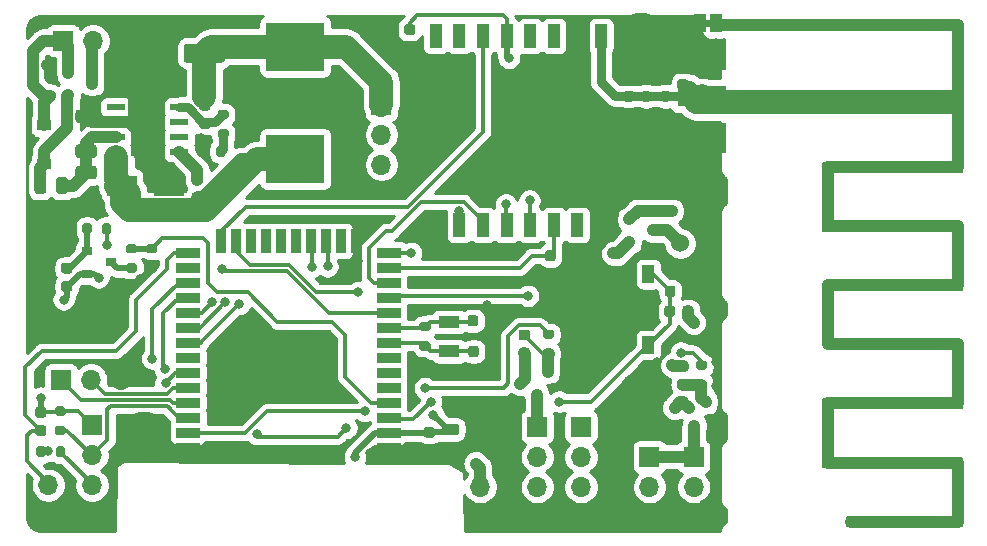
<source format=gbr>
G04 #@! TF.GenerationSoftware,KiCad,Pcbnew,(5.1.7)-1*
G04 #@! TF.CreationDate,2020-11-22T23:18:21+01:00*
G04 #@! TF.ProjectId,lora,6c6f7261-2e6b-4696-9361-645f70636258,rev?*
G04 #@! TF.SameCoordinates,Original*
G04 #@! TF.FileFunction,Copper,L1,Top*
G04 #@! TF.FilePolarity,Positive*
%FSLAX46Y46*%
G04 Gerber Fmt 4.6, Leading zero omitted, Abs format (unit mm)*
G04 Created by KiCad (PCBNEW (5.1.7)-1) date 2020-11-22 23:18:21*
%MOMM*%
%LPD*%
G01*
G04 APERTURE LIST*
G04 #@! TA.AperFunction,EtchedComponent*
%ADD10C,0.100000*%
G04 #@! TD*
G04 #@! TA.AperFunction,SMDPad,CuDef*
%ADD11R,0.890000X0.460000*%
G04 #@! TD*
G04 #@! TA.AperFunction,ComponentPad*
%ADD12C,0.970000*%
G04 #@! TD*
G04 #@! TA.AperFunction,SMDPad,CuDef*
%ADD13R,4.190000X2.665000*%
G04 #@! TD*
G04 #@! TA.AperFunction,SMDPad,CuDef*
%ADD14R,4.190000X1.780000*%
G04 #@! TD*
G04 #@! TA.AperFunction,SMDPad,CuDef*
%ADD15R,2.500000X1.800000*%
G04 #@! TD*
G04 #@! TA.AperFunction,SMDPad,CuDef*
%ADD16R,1.200000X0.900000*%
G04 #@! TD*
G04 #@! TA.AperFunction,ComponentPad*
%ADD17R,1.700000X1.700000*%
G04 #@! TD*
G04 #@! TA.AperFunction,ComponentPad*
%ADD18O,1.700000X1.700000*%
G04 #@! TD*
G04 #@! TA.AperFunction,SMDPad,CuDef*
%ADD19R,4.950000X4.100000*%
G04 #@! TD*
G04 #@! TA.AperFunction,SMDPad,CuDef*
%ADD20R,0.800000X0.900000*%
G04 #@! TD*
G04 #@! TA.AperFunction,SMDPad,CuDef*
%ADD21R,0.900000X0.800000*%
G04 #@! TD*
G04 #@! TA.AperFunction,SMDPad,CuDef*
%ADD22R,1.000000X1.500000*%
G04 #@! TD*
G04 #@! TA.AperFunction,SMDPad,CuDef*
%ADD23R,2.600000X3.100000*%
G04 #@! TD*
G04 #@! TA.AperFunction,SMDPad,CuDef*
%ADD24R,2.950000X4.500000*%
G04 #@! TD*
G04 #@! TA.AperFunction,SMDPad,CuDef*
%ADD25R,1.550000X0.600000*%
G04 #@! TD*
G04 #@! TA.AperFunction,ComponentPad*
%ADD26C,0.600000*%
G04 #@! TD*
G04 #@! TA.AperFunction,SMDPad,CuDef*
%ADD27R,5.000000X5.000000*%
G04 #@! TD*
G04 #@! TA.AperFunction,SMDPad,CuDef*
%ADD28R,2.000000X0.900000*%
G04 #@! TD*
G04 #@! TA.AperFunction,SMDPad,CuDef*
%ADD29R,0.900000X2.000000*%
G04 #@! TD*
G04 #@! TA.AperFunction,SMDPad,CuDef*
%ADD30R,1.000000X2.000000*%
G04 #@! TD*
G04 #@! TA.AperFunction,SMDPad,CuDef*
%ADD31R,1.800000X1.000000*%
G04 #@! TD*
G04 #@! TA.AperFunction,ComponentPad*
%ADD32C,1.530000*%
G04 #@! TD*
G04 #@! TA.AperFunction,ComponentPad*
%ADD33C,3.960000*%
G04 #@! TD*
G04 #@! TA.AperFunction,ComponentPad*
%ADD34C,3.800000*%
G04 #@! TD*
G04 #@! TA.AperFunction,ViaPad*
%ADD35C,0.800000*%
G04 #@! TD*
G04 #@! TA.AperFunction,Conductor*
%ADD36C,1.000000*%
G04 #@! TD*
G04 #@! TA.AperFunction,Conductor*
%ADD37C,0.300000*%
G04 #@! TD*
G04 #@! TA.AperFunction,Conductor*
%ADD38C,0.500000*%
G04 #@! TD*
G04 #@! TA.AperFunction,Conductor*
%ADD39C,0.750000*%
G04 #@! TD*
G04 #@! TA.AperFunction,Conductor*
%ADD40C,2.000000*%
G04 #@! TD*
G04 #@! TA.AperFunction,Conductor*
%ADD41C,0.254000*%
G04 #@! TD*
G04 #@! TA.AperFunction,Conductor*
%ADD42C,0.100000*%
G04 #@! TD*
G04 #@! TA.AperFunction,Conductor*
%ADD43C,0.200000*%
G04 #@! TD*
G04 APERTURE END LIST*
D10*
G36*
X228590000Y-93610000D02*
G01*
X228090000Y-93610000D01*
X228090000Y-93010000D01*
X228590000Y-93010000D01*
X228590000Y-93610000D01*
G37*
D11*
X225298000Y-96007500D03*
D12*
X224853000Y-96007500D03*
D13*
X227838000Y-102992500D03*
D14*
X227838000Y-99500000D03*
D13*
X227838000Y-96007500D03*
D11*
X225298000Y-102992500D03*
D12*
X224853000Y-102992500D03*
G04 #@! TA.AperFunction,SMDPad,CuDef*
G36*
G01*
X185350000Y-107000000D02*
X184850000Y-107000000D01*
G75*
G02*
X184625000Y-106775000I0J225000D01*
G01*
X184625000Y-106325000D01*
G75*
G02*
X184850000Y-106100000I225000J0D01*
G01*
X185350000Y-106100000D01*
G75*
G02*
X185575000Y-106325000I0J-225000D01*
G01*
X185575000Y-106775000D01*
G75*
G02*
X185350000Y-107000000I-225000J0D01*
G01*
G37*
G04 #@! TD.AperFunction*
G04 #@! TA.AperFunction,SMDPad,CuDef*
G36*
G01*
X185350000Y-108550000D02*
X184850000Y-108550000D01*
G75*
G02*
X184625000Y-108325000I0J225000D01*
G01*
X184625000Y-107875000D01*
G75*
G02*
X184850000Y-107650000I225000J0D01*
G01*
X185350000Y-107650000D01*
G75*
G02*
X185575000Y-107875000I0J-225000D01*
G01*
X185575000Y-108325000D01*
G75*
G02*
X185350000Y-108550000I-225000J0D01*
G01*
G37*
G04 #@! TD.AperFunction*
G04 #@! TA.AperFunction,SMDPad,CuDef*
G36*
G01*
X187450000Y-95300000D02*
X187450000Y-96400000D01*
G75*
G02*
X187200000Y-96650000I-250000J0D01*
G01*
X184200000Y-96650000D01*
G75*
G02*
X183950000Y-96400000I0J250000D01*
G01*
X183950000Y-95300000D01*
G75*
G02*
X184200000Y-95050000I250000J0D01*
G01*
X187200000Y-95050000D01*
G75*
G02*
X187450000Y-95300000I0J-250000D01*
G01*
G37*
G04 #@! TD.AperFunction*
G04 #@! TA.AperFunction,SMDPad,CuDef*
G36*
G01*
X182050000Y-95300000D02*
X182050000Y-96400000D01*
G75*
G02*
X181800000Y-96650000I-250000J0D01*
G01*
X178800000Y-96650000D01*
G75*
G02*
X178550000Y-96400000I0J250000D01*
G01*
X178550000Y-95300000D01*
G75*
G02*
X178800000Y-95050000I250000J0D01*
G01*
X181800000Y-95050000D01*
G75*
G02*
X182050000Y-95300000I0J-250000D01*
G01*
G37*
G04 #@! TD.AperFunction*
G04 #@! TA.AperFunction,SMDPad,CuDef*
G36*
G01*
X227150000Y-115750000D02*
X227150000Y-116250000D01*
G75*
G02*
X226925000Y-116475000I-225000J0D01*
G01*
X226475000Y-116475000D01*
G75*
G02*
X226250000Y-116250000I0J225000D01*
G01*
X226250000Y-115750000D01*
G75*
G02*
X226475000Y-115525000I225000J0D01*
G01*
X226925000Y-115525000D01*
G75*
G02*
X227150000Y-115750000I0J-225000D01*
G01*
G37*
G04 #@! TD.AperFunction*
G04 #@! TA.AperFunction,SMDPad,CuDef*
G36*
G01*
X225600000Y-115750000D02*
X225600000Y-116250000D01*
G75*
G02*
X225375000Y-116475000I-225000J0D01*
G01*
X224925000Y-116475000D01*
G75*
G02*
X224700000Y-116250000I0J225000D01*
G01*
X224700000Y-115750000D01*
G75*
G02*
X224925000Y-115525000I225000J0D01*
G01*
X225375000Y-115525000D01*
G75*
G02*
X225600000Y-115750000I0J-225000D01*
G01*
G37*
G04 #@! TD.AperFunction*
G04 #@! TA.AperFunction,SMDPad,CuDef*
G36*
G01*
X205000000Y-129950000D02*
X204500000Y-129950000D01*
G75*
G02*
X204275000Y-129725000I0J225000D01*
G01*
X204275000Y-129275000D01*
G75*
G02*
X204500000Y-129050000I225000J0D01*
G01*
X205000000Y-129050000D01*
G75*
G02*
X205225000Y-129275000I0J-225000D01*
G01*
X205225000Y-129725000D01*
G75*
G02*
X205000000Y-129950000I-225000J0D01*
G01*
G37*
G04 #@! TD.AperFunction*
G04 #@! TA.AperFunction,SMDPad,CuDef*
G36*
G01*
X205000000Y-128400000D02*
X204500000Y-128400000D01*
G75*
G02*
X204275000Y-128175000I0J225000D01*
G01*
X204275000Y-127725000D01*
G75*
G02*
X204500000Y-127500000I225000J0D01*
G01*
X205000000Y-127500000D01*
G75*
G02*
X205225000Y-127725000I0J-225000D01*
G01*
X205225000Y-128175000D01*
G75*
G02*
X205000000Y-128400000I-225000J0D01*
G01*
G37*
G04 #@! TD.AperFunction*
G04 #@! TA.AperFunction,SMDPad,CuDef*
G36*
G01*
X207025000Y-130100000D02*
X206075000Y-130100000D01*
G75*
G02*
X205825000Y-129850000I0J250000D01*
G01*
X205825000Y-129350000D01*
G75*
G02*
X206075000Y-129100000I250000J0D01*
G01*
X207025000Y-129100000D01*
G75*
G02*
X207275000Y-129350000I0J-250000D01*
G01*
X207275000Y-129850000D01*
G75*
G02*
X207025000Y-130100000I-250000J0D01*
G01*
G37*
G04 #@! TD.AperFunction*
G04 #@! TA.AperFunction,SMDPad,CuDef*
G36*
G01*
X207025000Y-128200000D02*
X206075000Y-128200000D01*
G75*
G02*
X205825000Y-127950000I0J250000D01*
G01*
X205825000Y-127450000D01*
G75*
G02*
X206075000Y-127200000I250000J0D01*
G01*
X207025000Y-127200000D01*
G75*
G02*
X207275000Y-127450000I0J-250000D01*
G01*
X207275000Y-127950000D01*
G75*
G02*
X207025000Y-128200000I-250000J0D01*
G01*
G37*
G04 #@! TD.AperFunction*
G04 #@! TA.AperFunction,SMDPad,CuDef*
G36*
G01*
X210500000Y-120850000D02*
X210500000Y-121350000D01*
G75*
G02*
X210275000Y-121575000I-225000J0D01*
G01*
X209825000Y-121575000D01*
G75*
G02*
X209600000Y-121350000I0J225000D01*
G01*
X209600000Y-120850000D01*
G75*
G02*
X209825000Y-120625000I225000J0D01*
G01*
X210275000Y-120625000D01*
G75*
G02*
X210500000Y-120850000I0J-225000D01*
G01*
G37*
G04 #@! TD.AperFunction*
G04 #@! TA.AperFunction,SMDPad,CuDef*
G36*
G01*
X208950000Y-120850000D02*
X208950000Y-121350000D01*
G75*
G02*
X208725000Y-121575000I-225000J0D01*
G01*
X208275000Y-121575000D01*
G75*
G02*
X208050000Y-121350000I0J225000D01*
G01*
X208050000Y-120850000D01*
G75*
G02*
X208275000Y-120625000I225000J0D01*
G01*
X208725000Y-120625000D01*
G75*
G02*
X208950000Y-120850000I0J-225000D01*
G01*
G37*
G04 #@! TD.AperFunction*
G04 #@! TA.AperFunction,SMDPad,CuDef*
G36*
G01*
X203350000Y-95850000D02*
X202850000Y-95850000D01*
G75*
G02*
X202625000Y-95625000I0J225000D01*
G01*
X202625000Y-95175000D01*
G75*
G02*
X202850000Y-94950000I225000J0D01*
G01*
X203350000Y-94950000D01*
G75*
G02*
X203575000Y-95175000I0J-225000D01*
G01*
X203575000Y-95625000D01*
G75*
G02*
X203350000Y-95850000I-225000J0D01*
G01*
G37*
G04 #@! TD.AperFunction*
G04 #@! TA.AperFunction,SMDPad,CuDef*
G36*
G01*
X203350000Y-94300000D02*
X202850000Y-94300000D01*
G75*
G02*
X202625000Y-94075000I0J225000D01*
G01*
X202625000Y-93625000D01*
G75*
G02*
X202850000Y-93400000I225000J0D01*
G01*
X203350000Y-93400000D01*
G75*
G02*
X203575000Y-93625000I0J-225000D01*
G01*
X203575000Y-94075000D01*
G75*
G02*
X203350000Y-94300000I-225000J0D01*
G01*
G37*
G04 #@! TD.AperFunction*
G04 #@! TA.AperFunction,SMDPad,CuDef*
G36*
G01*
X208000000Y-118750000D02*
X208000000Y-118250000D01*
G75*
G02*
X208225000Y-118025000I225000J0D01*
G01*
X208675000Y-118025000D01*
G75*
G02*
X208900000Y-118250000I0J-225000D01*
G01*
X208900000Y-118750000D01*
G75*
G02*
X208675000Y-118975000I-225000J0D01*
G01*
X208225000Y-118975000D01*
G75*
G02*
X208000000Y-118750000I0J225000D01*
G01*
G37*
G04 #@! TD.AperFunction*
G04 #@! TA.AperFunction,SMDPad,CuDef*
G36*
G01*
X209550000Y-118750000D02*
X209550000Y-118250000D01*
G75*
G02*
X209775000Y-118025000I225000J0D01*
G01*
X210225000Y-118025000D01*
G75*
G02*
X210450000Y-118250000I0J-225000D01*
G01*
X210450000Y-118750000D01*
G75*
G02*
X210225000Y-118975000I-225000J0D01*
G01*
X209775000Y-118975000D01*
G75*
G02*
X209550000Y-118750000I0J225000D01*
G01*
G37*
G04 #@! TD.AperFunction*
D15*
X178750000Y-107050000D03*
X182750000Y-107050000D03*
D16*
X172150000Y-105250000D03*
X172150000Y-101950000D03*
D17*
X173760000Y-94800000D03*
D18*
X176300000Y-94800000D03*
X223400000Y-135100000D03*
X223400000Y-132560000D03*
D17*
X223400000Y-130020000D03*
X227150000Y-130020000D03*
D18*
X227150000Y-132560000D03*
X227150000Y-135100000D03*
D17*
X172500000Y-134950000D03*
D18*
X172500000Y-132410000D03*
X178650000Y-123500000D03*
X176110000Y-123500000D03*
D17*
X173570000Y-123500000D03*
D18*
X209050000Y-132550000D03*
D17*
X209050000Y-135090000D03*
X213900000Y-127480000D03*
D18*
X213900000Y-130020000D03*
X213900000Y-132560000D03*
X213900000Y-135100000D03*
X217600000Y-135100000D03*
X217600000Y-132560000D03*
X217600000Y-130020000D03*
D17*
X217600000Y-127480000D03*
X176200000Y-127350000D03*
D18*
X176200000Y-129890000D03*
X176200000Y-132430000D03*
X176200000Y-134970000D03*
D19*
X193400000Y-104800000D03*
X193400000Y-95300000D03*
D20*
X228150000Y-125400000D03*
X226250000Y-125400000D03*
X227200000Y-127400000D03*
D21*
X177800000Y-113550000D03*
X175800000Y-114500000D03*
X175800000Y-112600000D03*
D20*
X214800000Y-122800000D03*
X212900000Y-122800000D03*
X213850000Y-124800000D03*
D21*
X174200000Y-97500000D03*
X174200000Y-99400000D03*
X176200000Y-98450000D03*
X223700000Y-110850000D03*
X221700000Y-111800000D03*
X221700000Y-109900000D03*
G04 #@! TA.AperFunction,SMDPad,CuDef*
G36*
G01*
X225980000Y-123450000D02*
X226480000Y-123450000D01*
G75*
G02*
X226705000Y-123675000I0J-225000D01*
G01*
X226705000Y-124125000D01*
G75*
G02*
X226480000Y-124350000I-225000J0D01*
G01*
X225980000Y-124350000D01*
G75*
G02*
X225755000Y-124125000I0J225000D01*
G01*
X225755000Y-123675000D01*
G75*
G02*
X225980000Y-123450000I225000J0D01*
G01*
G37*
G04 #@! TD.AperFunction*
G04 #@! TA.AperFunction,SMDPad,CuDef*
G36*
G01*
X225980000Y-121900000D02*
X226480000Y-121900000D01*
G75*
G02*
X226705000Y-122125000I0J-225000D01*
G01*
X226705000Y-122575000D01*
G75*
G02*
X226480000Y-122800000I-225000J0D01*
G01*
X225980000Y-122800000D01*
G75*
G02*
X225755000Y-122575000I0J225000D01*
G01*
X225755000Y-122125000D01*
G75*
G02*
X225980000Y-121900000I225000J0D01*
G01*
G37*
G04 #@! TD.AperFunction*
G04 #@! TA.AperFunction,SMDPad,CuDef*
G36*
G01*
X227525000Y-121875000D02*
X228075000Y-121875000D01*
G75*
G02*
X228275000Y-122075000I0J-200000D01*
G01*
X228275000Y-122475000D01*
G75*
G02*
X228075000Y-122675000I-200000J0D01*
G01*
X227525000Y-122675000D01*
G75*
G02*
X227325000Y-122475000I0J200000D01*
G01*
X227325000Y-122075000D01*
G75*
G02*
X227525000Y-121875000I200000J0D01*
G01*
G37*
G04 #@! TD.AperFunction*
G04 #@! TA.AperFunction,SMDPad,CuDef*
G36*
G01*
X227525000Y-123525000D02*
X228075000Y-123525000D01*
G75*
G02*
X228275000Y-123725000I0J-200000D01*
G01*
X228275000Y-124125000D01*
G75*
G02*
X228075000Y-124325000I-200000J0D01*
G01*
X227525000Y-124325000D01*
G75*
G02*
X227325000Y-124125000I0J200000D01*
G01*
X227325000Y-123725000D01*
G75*
G02*
X227525000Y-123525000I200000J0D01*
G01*
G37*
G04 #@! TD.AperFunction*
G04 #@! TA.AperFunction,SMDPad,CuDef*
G36*
G01*
X226200000Y-117950000D02*
X226200000Y-117450000D01*
G75*
G02*
X226425000Y-117225000I225000J0D01*
G01*
X226875000Y-117225000D01*
G75*
G02*
X227100000Y-117450000I0J-225000D01*
G01*
X227100000Y-117950000D01*
G75*
G02*
X226875000Y-118175000I-225000J0D01*
G01*
X226425000Y-118175000D01*
G75*
G02*
X226200000Y-117950000I0J225000D01*
G01*
G37*
G04 #@! TD.AperFunction*
G04 #@! TA.AperFunction,SMDPad,CuDef*
G36*
G01*
X224650000Y-117950000D02*
X224650000Y-117450000D01*
G75*
G02*
X224875000Y-117225000I225000J0D01*
G01*
X225325000Y-117225000D01*
G75*
G02*
X225550000Y-117450000I0J-225000D01*
G01*
X225550000Y-117950000D01*
G75*
G02*
X225325000Y-118175000I-225000J0D01*
G01*
X224875000Y-118175000D01*
G75*
G02*
X224650000Y-117950000I0J225000D01*
G01*
G37*
G04 #@! TD.AperFunction*
G04 #@! TA.AperFunction,SMDPad,CuDef*
G36*
G01*
X185500000Y-99800000D02*
X186000000Y-99800000D01*
G75*
G02*
X186225000Y-100025000I0J-225000D01*
G01*
X186225000Y-100475000D01*
G75*
G02*
X186000000Y-100700000I-225000J0D01*
G01*
X185500000Y-100700000D01*
G75*
G02*
X185275000Y-100475000I0J225000D01*
G01*
X185275000Y-100025000D01*
G75*
G02*
X185500000Y-99800000I225000J0D01*
G01*
G37*
G04 #@! TD.AperFunction*
G04 #@! TA.AperFunction,SMDPad,CuDef*
G36*
G01*
X185500000Y-101350000D02*
X186000000Y-101350000D01*
G75*
G02*
X186225000Y-101575000I0J-225000D01*
G01*
X186225000Y-102025000D01*
G75*
G02*
X186000000Y-102250000I-225000J0D01*
G01*
X185500000Y-102250000D01*
G75*
G02*
X185275000Y-102025000I0J225000D01*
G01*
X185275000Y-101575000D01*
G75*
G02*
X185500000Y-101350000I225000J0D01*
G01*
G37*
G04 #@! TD.AperFunction*
G04 #@! TA.AperFunction,SMDPad,CuDef*
G36*
G01*
X187025000Y-102275000D02*
X187575000Y-102275000D01*
G75*
G02*
X187775000Y-102475000I0J-200000D01*
G01*
X187775000Y-102875000D01*
G75*
G02*
X187575000Y-103075000I-200000J0D01*
G01*
X187025000Y-103075000D01*
G75*
G02*
X186825000Y-102875000I0J200000D01*
G01*
X186825000Y-102475000D01*
G75*
G02*
X187025000Y-102275000I200000J0D01*
G01*
G37*
G04 #@! TD.AperFunction*
G04 #@! TA.AperFunction,SMDPad,CuDef*
G36*
G01*
X187025000Y-100625000D02*
X187575000Y-100625000D01*
G75*
G02*
X187775000Y-100825000I0J-200000D01*
G01*
X187775000Y-101225000D01*
G75*
G02*
X187575000Y-101425000I-200000J0D01*
G01*
X187025000Y-101425000D01*
G75*
G02*
X186825000Y-101225000I0J200000D01*
G01*
X186825000Y-100825000D01*
G75*
G02*
X187025000Y-100625000I200000J0D01*
G01*
G37*
G04 #@! TD.AperFunction*
G04 #@! TA.AperFunction,SMDPad,CuDef*
G36*
G01*
X187500000Y-103875000D02*
X187500000Y-104425000D01*
G75*
G02*
X187300000Y-104625000I-200000J0D01*
G01*
X186900000Y-104625000D01*
G75*
G02*
X186700000Y-104425000I0J200000D01*
G01*
X186700000Y-103875000D01*
G75*
G02*
X186900000Y-103675000I200000J0D01*
G01*
X187300000Y-103675000D01*
G75*
G02*
X187500000Y-103875000I0J-200000D01*
G01*
G37*
G04 #@! TD.AperFunction*
G04 #@! TA.AperFunction,SMDPad,CuDef*
G36*
G01*
X185850000Y-103875000D02*
X185850000Y-104425000D01*
G75*
G02*
X185650000Y-104625000I-200000J0D01*
G01*
X185250000Y-104625000D01*
G75*
G02*
X185050000Y-104425000I0J200000D01*
G01*
X185050000Y-103875000D01*
G75*
G02*
X185250000Y-103675000I200000J0D01*
G01*
X185650000Y-103675000D01*
G75*
G02*
X185850000Y-103875000I0J-200000D01*
G01*
G37*
G04 #@! TD.AperFunction*
G04 #@! TA.AperFunction,SMDPad,CuDef*
G36*
G01*
X179275000Y-113650000D02*
X179825000Y-113650000D01*
G75*
G02*
X180025000Y-113850000I0J-200000D01*
G01*
X180025000Y-114250000D01*
G75*
G02*
X179825000Y-114450000I-200000J0D01*
G01*
X179275000Y-114450000D01*
G75*
G02*
X179075000Y-114250000I0J200000D01*
G01*
X179075000Y-113850000D01*
G75*
G02*
X179275000Y-113650000I200000J0D01*
G01*
G37*
G04 #@! TD.AperFunction*
G04 #@! TA.AperFunction,SMDPad,CuDef*
G36*
G01*
X179275000Y-112000000D02*
X179825000Y-112000000D01*
G75*
G02*
X180025000Y-112200000I0J-200000D01*
G01*
X180025000Y-112600000D01*
G75*
G02*
X179825000Y-112800000I-200000J0D01*
G01*
X179275000Y-112800000D01*
G75*
G02*
X179075000Y-112600000I0J200000D01*
G01*
X179075000Y-112200000D01*
G75*
G02*
X179275000Y-112000000I200000J0D01*
G01*
G37*
G04 #@! TD.AperFunction*
G04 #@! TA.AperFunction,SMDPad,CuDef*
G36*
G01*
X181525000Y-114450000D02*
X180975000Y-114450000D01*
G75*
G02*
X180775000Y-114250000I0J200000D01*
G01*
X180775000Y-113850000D01*
G75*
G02*
X180975000Y-113650000I200000J0D01*
G01*
X181525000Y-113650000D01*
G75*
G02*
X181725000Y-113850000I0J-200000D01*
G01*
X181725000Y-114250000D01*
G75*
G02*
X181525000Y-114450000I-200000J0D01*
G01*
G37*
G04 #@! TD.AperFunction*
G04 #@! TA.AperFunction,SMDPad,CuDef*
G36*
G01*
X181525000Y-112800000D02*
X180975000Y-112800000D01*
G75*
G02*
X180775000Y-112600000I0J200000D01*
G01*
X180775000Y-112200000D01*
G75*
G02*
X180975000Y-112000000I200000J0D01*
G01*
X181525000Y-112000000D01*
G75*
G02*
X181725000Y-112200000I0J-200000D01*
G01*
X181725000Y-112600000D01*
G75*
G02*
X181525000Y-112800000I-200000J0D01*
G01*
G37*
G04 #@! TD.AperFunction*
G04 #@! TA.AperFunction,SMDPad,CuDef*
G36*
G01*
X174300000Y-114500000D02*
X173800000Y-114500000D01*
G75*
G02*
X173575000Y-114275000I0J225000D01*
G01*
X173575000Y-113825000D01*
G75*
G02*
X173800000Y-113600000I225000J0D01*
G01*
X174300000Y-113600000D01*
G75*
G02*
X174525000Y-113825000I0J-225000D01*
G01*
X174525000Y-114275000D01*
G75*
G02*
X174300000Y-114500000I-225000J0D01*
G01*
G37*
G04 #@! TD.AperFunction*
G04 #@! TA.AperFunction,SMDPad,CuDef*
G36*
G01*
X174300000Y-116050000D02*
X173800000Y-116050000D01*
G75*
G02*
X173575000Y-115825000I0J225000D01*
G01*
X173575000Y-115375000D01*
G75*
G02*
X173800000Y-115150000I225000J0D01*
G01*
X174300000Y-115150000D01*
G75*
G02*
X174525000Y-115375000I0J-225000D01*
G01*
X174525000Y-115825000D01*
G75*
G02*
X174300000Y-116050000I-225000J0D01*
G01*
G37*
G04 #@! TD.AperFunction*
G04 #@! TA.AperFunction,SMDPad,CuDef*
G36*
G01*
X177825000Y-110425000D02*
X177825000Y-110975000D01*
G75*
G02*
X177625000Y-111175000I-200000J0D01*
G01*
X177225000Y-111175000D01*
G75*
G02*
X177025000Y-110975000I0J200000D01*
G01*
X177025000Y-110425000D01*
G75*
G02*
X177225000Y-110225000I200000J0D01*
G01*
X177625000Y-110225000D01*
G75*
G02*
X177825000Y-110425000I0J-200000D01*
G01*
G37*
G04 #@! TD.AperFunction*
G04 #@! TA.AperFunction,SMDPad,CuDef*
G36*
G01*
X176175000Y-110425000D02*
X176175000Y-110975000D01*
G75*
G02*
X175975000Y-111175000I-200000J0D01*
G01*
X175575000Y-111175000D01*
G75*
G02*
X175375000Y-110975000I0J200000D01*
G01*
X175375000Y-110425000D01*
G75*
G02*
X175575000Y-110225000I200000J0D01*
G01*
X175975000Y-110225000D01*
G75*
G02*
X176175000Y-110425000I0J-200000D01*
G01*
G37*
G04 #@! TD.AperFunction*
G04 #@! TA.AperFunction,SMDPad,CuDef*
G36*
G01*
X213050000Y-120150000D02*
X212550000Y-120150000D01*
G75*
G02*
X212325000Y-119925000I0J225000D01*
G01*
X212325000Y-119475000D01*
G75*
G02*
X212550000Y-119250000I225000J0D01*
G01*
X213050000Y-119250000D01*
G75*
G02*
X213275000Y-119475000I0J-225000D01*
G01*
X213275000Y-119925000D01*
G75*
G02*
X213050000Y-120150000I-225000J0D01*
G01*
G37*
G04 #@! TD.AperFunction*
G04 #@! TA.AperFunction,SMDPad,CuDef*
G36*
G01*
X213050000Y-121700000D02*
X212550000Y-121700000D01*
G75*
G02*
X212325000Y-121475000I0J225000D01*
G01*
X212325000Y-121025000D01*
G75*
G02*
X212550000Y-120800000I225000J0D01*
G01*
X213050000Y-120800000D01*
G75*
G02*
X213275000Y-121025000I0J-225000D01*
G01*
X213275000Y-121475000D01*
G75*
G02*
X213050000Y-121700000I-225000J0D01*
G01*
G37*
G04 #@! TD.AperFunction*
G04 #@! TA.AperFunction,SMDPad,CuDef*
G36*
G01*
X214575000Y-120900000D02*
X215125000Y-120900000D01*
G75*
G02*
X215325000Y-121100000I0J-200000D01*
G01*
X215325000Y-121500000D01*
G75*
G02*
X215125000Y-121700000I-200000J0D01*
G01*
X214575000Y-121700000D01*
G75*
G02*
X214375000Y-121500000I0J200000D01*
G01*
X214375000Y-121100000D01*
G75*
G02*
X214575000Y-120900000I200000J0D01*
G01*
G37*
G04 #@! TD.AperFunction*
G04 #@! TA.AperFunction,SMDPad,CuDef*
G36*
G01*
X214575000Y-119250000D02*
X215125000Y-119250000D01*
G75*
G02*
X215325000Y-119450000I0J-200000D01*
G01*
X215325000Y-119850000D01*
G75*
G02*
X215125000Y-120050000I-200000J0D01*
G01*
X214575000Y-120050000D01*
G75*
G02*
X214375000Y-119850000I0J200000D01*
G01*
X214375000Y-119450000D01*
G75*
G02*
X214575000Y-119250000I200000J0D01*
G01*
G37*
G04 #@! TD.AperFunction*
G04 #@! TA.AperFunction,SMDPad,CuDef*
G36*
G01*
X214550000Y-113250000D02*
X214550000Y-112750000D01*
G75*
G02*
X214775000Y-112525000I225000J0D01*
G01*
X215225000Y-112525000D01*
G75*
G02*
X215450000Y-112750000I0J-225000D01*
G01*
X215450000Y-113250000D01*
G75*
G02*
X215225000Y-113475000I-225000J0D01*
G01*
X214775000Y-113475000D01*
G75*
G02*
X214550000Y-113250000I0J225000D01*
G01*
G37*
G04 #@! TD.AperFunction*
G04 #@! TA.AperFunction,SMDPad,CuDef*
G36*
G01*
X216100000Y-113250000D02*
X216100000Y-112750000D01*
G75*
G02*
X216325000Y-112525000I225000J0D01*
G01*
X216775000Y-112525000D01*
G75*
G02*
X217000000Y-112750000I0J-225000D01*
G01*
X217000000Y-113250000D01*
G75*
G02*
X216775000Y-113475000I-225000J0D01*
G01*
X216325000Y-113475000D01*
G75*
G02*
X216100000Y-113250000I0J225000D01*
G01*
G37*
G04 #@! TD.AperFunction*
G04 #@! TA.AperFunction,SMDPad,CuDef*
G36*
G01*
X204675000Y-119400000D02*
X204125000Y-119400000D01*
G75*
G02*
X203925000Y-119200000I0J200000D01*
G01*
X203925000Y-118800000D01*
G75*
G02*
X204125000Y-118600000I200000J0D01*
G01*
X204675000Y-118600000D01*
G75*
G02*
X204875000Y-118800000I0J-200000D01*
G01*
X204875000Y-119200000D01*
G75*
G02*
X204675000Y-119400000I-200000J0D01*
G01*
G37*
G04 #@! TD.AperFunction*
G04 #@! TA.AperFunction,SMDPad,CuDef*
G36*
G01*
X204675000Y-121050000D02*
X204125000Y-121050000D01*
G75*
G02*
X203925000Y-120850000I0J200000D01*
G01*
X203925000Y-120450000D01*
G75*
G02*
X204125000Y-120250000I200000J0D01*
G01*
X204675000Y-120250000D01*
G75*
G02*
X204875000Y-120450000I0J-200000D01*
G01*
X204875000Y-120850000D01*
G75*
G02*
X204675000Y-121050000I-200000J0D01*
G01*
G37*
G04 #@! TD.AperFunction*
G04 #@! TA.AperFunction,SMDPad,CuDef*
G36*
G01*
X173125000Y-129875000D02*
X173125000Y-129325000D01*
G75*
G02*
X173325000Y-129125000I200000J0D01*
G01*
X173725000Y-129125000D01*
G75*
G02*
X173925000Y-129325000I0J-200000D01*
G01*
X173925000Y-129875000D01*
G75*
G02*
X173725000Y-130075000I-200000J0D01*
G01*
X173325000Y-130075000D01*
G75*
G02*
X173125000Y-129875000I0J200000D01*
G01*
G37*
G04 #@! TD.AperFunction*
G04 #@! TA.AperFunction,SMDPad,CuDef*
G36*
G01*
X171475000Y-129875000D02*
X171475000Y-129325000D01*
G75*
G02*
X171675000Y-129125000I200000J0D01*
G01*
X172075000Y-129125000D01*
G75*
G02*
X172275000Y-129325000I0J-200000D01*
G01*
X172275000Y-129875000D01*
G75*
G02*
X172075000Y-130075000I-200000J0D01*
G01*
X171675000Y-130075000D01*
G75*
G02*
X171475000Y-129875000I0J200000D01*
G01*
G37*
G04 #@! TD.AperFunction*
G04 #@! TA.AperFunction,SMDPad,CuDef*
G36*
G01*
X173225000Y-125750000D02*
X173775000Y-125750000D01*
G75*
G02*
X173975000Y-125950000I0J-200000D01*
G01*
X173975000Y-126350000D01*
G75*
G02*
X173775000Y-126550000I-200000J0D01*
G01*
X173225000Y-126550000D01*
G75*
G02*
X173025000Y-126350000I0J200000D01*
G01*
X173025000Y-125950000D01*
G75*
G02*
X173225000Y-125750000I200000J0D01*
G01*
G37*
G04 #@! TD.AperFunction*
G04 #@! TA.AperFunction,SMDPad,CuDef*
G36*
G01*
X173225000Y-127400000D02*
X173775000Y-127400000D01*
G75*
G02*
X173975000Y-127600000I0J-200000D01*
G01*
X173975000Y-128000000D01*
G75*
G02*
X173775000Y-128200000I-200000J0D01*
G01*
X173225000Y-128200000D01*
G75*
G02*
X173025000Y-128000000I0J200000D01*
G01*
X173025000Y-127600000D01*
G75*
G02*
X173225000Y-127400000I200000J0D01*
G01*
G37*
G04 #@! TD.AperFunction*
G04 #@! TA.AperFunction,SMDPad,CuDef*
G36*
G01*
X171600000Y-127350000D02*
X172100000Y-127350000D01*
G75*
G02*
X172325000Y-127575000I0J-225000D01*
G01*
X172325000Y-128025000D01*
G75*
G02*
X172100000Y-128250000I-225000J0D01*
G01*
X171600000Y-128250000D01*
G75*
G02*
X171375000Y-128025000I0J225000D01*
G01*
X171375000Y-127575000D01*
G75*
G02*
X171600000Y-127350000I225000J0D01*
G01*
G37*
G04 #@! TD.AperFunction*
G04 #@! TA.AperFunction,SMDPad,CuDef*
G36*
G01*
X171600000Y-125800000D02*
X172100000Y-125800000D01*
G75*
G02*
X172325000Y-126025000I0J-225000D01*
G01*
X172325000Y-126475000D01*
G75*
G02*
X172100000Y-126700000I-225000J0D01*
G01*
X171600000Y-126700000D01*
G75*
G02*
X171375000Y-126475000I0J225000D01*
G01*
X171375000Y-126025000D01*
G75*
G02*
X171600000Y-125800000I225000J0D01*
G01*
G37*
G04 #@! TD.AperFunction*
G04 #@! TA.AperFunction,SMDPad,CuDef*
G36*
G01*
X172925000Y-99850000D02*
X172375000Y-99850000D01*
G75*
G02*
X172175000Y-99650000I0J200000D01*
G01*
X172175000Y-99250000D01*
G75*
G02*
X172375000Y-99050000I200000J0D01*
G01*
X172925000Y-99050000D01*
G75*
G02*
X173125000Y-99250000I0J-200000D01*
G01*
X173125000Y-99650000D01*
G75*
G02*
X172925000Y-99850000I-200000J0D01*
G01*
G37*
G04 #@! TD.AperFunction*
G04 #@! TA.AperFunction,SMDPad,CuDef*
G36*
G01*
X172925000Y-98200000D02*
X172375000Y-98200000D01*
G75*
G02*
X172175000Y-98000000I0J200000D01*
G01*
X172175000Y-97600000D01*
G75*
G02*
X172375000Y-97400000I200000J0D01*
G01*
X172925000Y-97400000D01*
G75*
G02*
X173125000Y-97600000I0J-200000D01*
G01*
X173125000Y-98000000D01*
G75*
G02*
X172925000Y-98200000I-200000J0D01*
G01*
G37*
G04 #@! TD.AperFunction*
G04 #@! TA.AperFunction,SMDPad,CuDef*
G36*
G01*
X226550000Y-109475000D02*
X226550000Y-108925000D01*
G75*
G02*
X226750000Y-108725000I200000J0D01*
G01*
X227150000Y-108725000D01*
G75*
G02*
X227350000Y-108925000I0J-200000D01*
G01*
X227350000Y-109475000D01*
G75*
G02*
X227150000Y-109675000I-200000J0D01*
G01*
X226750000Y-109675000D01*
G75*
G02*
X226550000Y-109475000I0J200000D01*
G01*
G37*
G04 #@! TD.AperFunction*
G04 #@! TA.AperFunction,SMDPad,CuDef*
G36*
G01*
X224900000Y-109475000D02*
X224900000Y-108925000D01*
G75*
G02*
X225100000Y-108725000I200000J0D01*
G01*
X225500000Y-108725000D01*
G75*
G02*
X225700000Y-108925000I0J-200000D01*
G01*
X225700000Y-109475000D01*
G75*
G02*
X225500000Y-109675000I-200000J0D01*
G01*
X225100000Y-109675000D01*
G75*
G02*
X224900000Y-109475000I0J200000D01*
G01*
G37*
G04 #@! TD.AperFunction*
D22*
X219600000Y-120550000D03*
X219600000Y-114550000D03*
X223300000Y-120550000D03*
X223300000Y-114550000D03*
D17*
X200700000Y-100200000D03*
D18*
X200700000Y-102740000D03*
X200700000Y-105280000D03*
D23*
X180900000Y-102340000D03*
D24*
X180900000Y-102340000D03*
D25*
X183600000Y-104245000D03*
X183600000Y-102975000D03*
X183600000Y-101705000D03*
X183600000Y-100435000D03*
X178200000Y-100435000D03*
X178200000Y-101705000D03*
X178200000Y-102975000D03*
X178200000Y-104245000D03*
D26*
X181500000Y-104140000D03*
X181500000Y-102940000D03*
X180300000Y-102940000D03*
X180300000Y-104140000D03*
X181500000Y-100540000D03*
X181500000Y-101640000D03*
X180300000Y-101640000D03*
X180300000Y-100540000D03*
D27*
X193850000Y-121755000D03*
D28*
X201350000Y-129255000D03*
X201350000Y-127985000D03*
X201350000Y-126715000D03*
X201350000Y-125445000D03*
X201350000Y-124175000D03*
X201350000Y-122905000D03*
X201350000Y-121635000D03*
X201350000Y-120365000D03*
X201350000Y-119095000D03*
X201350000Y-117825000D03*
X201350000Y-116555000D03*
X201350000Y-115285000D03*
X201350000Y-114015000D03*
X201350000Y-112745000D03*
D29*
X198565000Y-111745000D03*
X197295000Y-111745000D03*
X196025000Y-111745000D03*
X194755000Y-111745000D03*
X193485000Y-111745000D03*
X192215000Y-111745000D03*
X190945000Y-111745000D03*
X189675000Y-111745000D03*
X188405000Y-111745000D03*
X187135000Y-111745000D03*
D28*
X184350000Y-112745000D03*
X184350000Y-114015000D03*
X184350000Y-115285000D03*
X184350000Y-116555000D03*
X184350000Y-117825000D03*
X184350000Y-119095000D03*
X184350000Y-120365000D03*
X184350000Y-121635000D03*
X184350000Y-122905000D03*
X184350000Y-124175000D03*
X184350000Y-125445000D03*
X184350000Y-126715000D03*
X184350000Y-127985000D03*
X184350000Y-129255000D03*
D30*
X205300000Y-110400000D03*
X207300000Y-110400000D03*
X209300000Y-110400000D03*
X211300000Y-110400000D03*
X213300000Y-110400000D03*
X215300000Y-110400000D03*
X217300000Y-110400000D03*
X219300000Y-110400000D03*
X219300000Y-94400000D03*
X217300000Y-94400000D03*
X215300000Y-94400000D03*
X213300000Y-94400000D03*
X211300000Y-94400000D03*
X209300000Y-94400000D03*
X207300000Y-94400000D03*
X205300000Y-94400000D03*
D31*
X206450000Y-118600000D03*
X206450000Y-121100000D03*
G04 #@! TA.AperFunction,SMDPad,CuDef*
G36*
G01*
X175049999Y-103575000D02*
X176350001Y-103575000D01*
G75*
G02*
X176600000Y-103824999I0J-249999D01*
G01*
X176600000Y-104475001D01*
G75*
G02*
X176350001Y-104725000I-249999J0D01*
G01*
X175049999Y-104725000D01*
G75*
G02*
X174800000Y-104475001I0J249999D01*
G01*
X174800000Y-103824999D01*
G75*
G02*
X175049999Y-103575000I249999J0D01*
G01*
G37*
G04 #@! TD.AperFunction*
G04 #@! TA.AperFunction,SMDPad,CuDef*
G36*
G01*
X175049999Y-100625000D02*
X176350001Y-100625000D01*
G75*
G02*
X176600000Y-100874999I0J-249999D01*
G01*
X176600000Y-101525001D01*
G75*
G02*
X176350001Y-101775000I-249999J0D01*
G01*
X175049999Y-101775000D01*
G75*
G02*
X174800000Y-101525001I0J249999D01*
G01*
X174800000Y-100874999D01*
G75*
G02*
X175049999Y-100625000I249999J0D01*
G01*
G37*
G04 #@! TD.AperFunction*
G04 #@! TA.AperFunction,SMDPad,CuDef*
G36*
G01*
X176350001Y-109475000D02*
X175049999Y-109475000D01*
G75*
G02*
X174800000Y-109225001I0J249999D01*
G01*
X174800000Y-108574999D01*
G75*
G02*
X175049999Y-108325000I249999J0D01*
G01*
X176350001Y-108325000D01*
G75*
G02*
X176600000Y-108574999I0J-249999D01*
G01*
X176600000Y-109225001D01*
G75*
G02*
X176350001Y-109475000I-249999J0D01*
G01*
G37*
G04 #@! TD.AperFunction*
G04 #@! TA.AperFunction,SMDPad,CuDef*
G36*
G01*
X176350001Y-106525000D02*
X175049999Y-106525000D01*
G75*
G02*
X174800000Y-106275001I0J249999D01*
G01*
X174800000Y-105624999D01*
G75*
G02*
X175049999Y-105375000I249999J0D01*
G01*
X176350001Y-105375000D01*
G75*
G02*
X176600000Y-105624999I0J-249999D01*
G01*
X176600000Y-106275001D01*
G75*
G02*
X176350001Y-106525000I-249999J0D01*
G01*
G37*
G04 #@! TD.AperFunction*
G04 #@! TA.AperFunction,SMDPad,CuDef*
G36*
G01*
X221380000Y-97500000D02*
X221880000Y-97500000D01*
G75*
G02*
X222105000Y-97725000I0J-225000D01*
G01*
X222105000Y-98175000D01*
G75*
G02*
X221880000Y-98400000I-225000J0D01*
G01*
X221380000Y-98400000D01*
G75*
G02*
X221155000Y-98175000I0J225000D01*
G01*
X221155000Y-97725000D01*
G75*
G02*
X221380000Y-97500000I225000J0D01*
G01*
G37*
G04 #@! TD.AperFunction*
G04 #@! TA.AperFunction,SMDPad,CuDef*
G36*
G01*
X221380000Y-99050000D02*
X221880000Y-99050000D01*
G75*
G02*
X222105000Y-99275000I0J-225000D01*
G01*
X222105000Y-99725000D01*
G75*
G02*
X221880000Y-99950000I-225000J0D01*
G01*
X221380000Y-99950000D01*
G75*
G02*
X221155000Y-99725000I0J225000D01*
G01*
X221155000Y-99275000D01*
G75*
G02*
X221380000Y-99050000I225000J0D01*
G01*
G37*
G04 #@! TD.AperFunction*
G04 #@! TA.AperFunction,SMDPad,CuDef*
G36*
G01*
X225960000Y-98050000D02*
X226460000Y-98050000D01*
G75*
G02*
X226685000Y-98275000I0J-225000D01*
G01*
X226685000Y-98725000D01*
G75*
G02*
X226460000Y-98950000I-225000J0D01*
G01*
X225960000Y-98950000D01*
G75*
G02*
X225735000Y-98725000I0J225000D01*
G01*
X225735000Y-98275000D01*
G75*
G02*
X225960000Y-98050000I225000J0D01*
G01*
G37*
G04 #@! TD.AperFunction*
G04 #@! TA.AperFunction,SMDPad,CuDef*
G36*
G01*
X225960000Y-96500000D02*
X226460000Y-96500000D01*
G75*
G02*
X226685000Y-96725000I0J-225000D01*
G01*
X226685000Y-97175000D01*
G75*
G02*
X226460000Y-97400000I-225000J0D01*
G01*
X225960000Y-97400000D01*
G75*
G02*
X225735000Y-97175000I0J225000D01*
G01*
X225735000Y-96725000D01*
G75*
G02*
X225960000Y-96500000I225000J0D01*
G01*
G37*
G04 #@! TD.AperFunction*
G04 #@! TA.AperFunction,SMDPad,CuDef*
G36*
G01*
X222700000Y-99775000D02*
X222700000Y-99225000D01*
G75*
G02*
X222900000Y-99025000I200000J0D01*
G01*
X223300000Y-99025000D01*
G75*
G02*
X223500000Y-99225000I0J-200000D01*
G01*
X223500000Y-99775000D01*
G75*
G02*
X223300000Y-99975000I-200000J0D01*
G01*
X222900000Y-99975000D01*
G75*
G02*
X222700000Y-99775000I0J200000D01*
G01*
G37*
G04 #@! TD.AperFunction*
G04 #@! TA.AperFunction,SMDPad,CuDef*
G36*
G01*
X224350000Y-99775000D02*
X224350000Y-99225000D01*
G75*
G02*
X224550000Y-99025000I200000J0D01*
G01*
X224950000Y-99025000D01*
G75*
G02*
X225150000Y-99225000I0J-200000D01*
G01*
X225150000Y-99775000D01*
G75*
G02*
X224950000Y-99975000I-200000J0D01*
G01*
X224550000Y-99975000D01*
G75*
G02*
X224350000Y-99775000I0J200000D01*
G01*
G37*
G04 #@! TD.AperFunction*
G04 #@! TA.AperFunction,SMDPad,CuDef*
G36*
G01*
X174162500Y-106599999D02*
X174162500Y-107500001D01*
G75*
G02*
X173912501Y-107750000I-249999J0D01*
G01*
X173387499Y-107750000D01*
G75*
G02*
X173137500Y-107500001I0J249999D01*
G01*
X173137500Y-106599999D01*
G75*
G02*
X173387499Y-106350000I249999J0D01*
G01*
X173912501Y-106350000D01*
G75*
G02*
X174162500Y-106599999I0J-249999D01*
G01*
G37*
G04 #@! TD.AperFunction*
G04 #@! TA.AperFunction,SMDPad,CuDef*
G36*
G01*
X172337500Y-106599999D02*
X172337500Y-107500001D01*
G75*
G02*
X172087501Y-107750000I-249999J0D01*
G01*
X171562499Y-107750000D01*
G75*
G02*
X171312500Y-107500001I0J249999D01*
G01*
X171312500Y-106599999D01*
G75*
G02*
X171562499Y-106350000I249999J0D01*
G01*
X172087501Y-106350000D01*
G75*
G02*
X172337500Y-106599999I0J-249999D01*
G01*
G37*
G04 #@! TD.AperFunction*
D32*
X225995000Y-111955000D03*
X174005000Y-111955000D03*
D33*
X176755000Y-117995000D03*
X223235000Y-106005000D03*
D22*
X228990000Y-93310000D03*
X227690000Y-93310000D03*
D34*
X222700000Y-94300000D03*
X180600000Y-128100000D03*
X222700000Y-124670000D03*
D35*
X229000000Y-104000000D03*
X229000000Y-103000000D03*
X227500000Y-102000000D03*
X229000000Y-97000000D03*
X227500000Y-96000000D03*
X229000000Y-95000000D03*
X195700000Y-119850000D03*
X195700000Y-123550000D03*
X192050000Y-123500000D03*
X192000000Y-119800000D03*
X209600000Y-117150000D03*
X209450000Y-122350000D03*
X199700000Y-129700000D03*
X186200000Y-129450000D03*
X198750000Y-113450000D03*
X217450000Y-96200000D03*
X219300000Y-108600000D03*
X203200000Y-96500000D03*
X205300000Y-112200000D03*
X174005000Y-109595000D03*
X226950000Y-108250000D03*
X219650000Y-119450000D03*
X203700000Y-129600000D03*
X180250000Y-115000000D03*
X185450000Y-103050000D03*
X172400000Y-96850000D03*
X227200000Y-115050000D03*
X174005000Y-110495000D03*
X180300000Y-97400000D03*
X180300000Y-98400000D03*
X176500000Y-99900000D03*
X171240000Y-93280000D03*
X173000000Y-93000000D03*
X175000000Y-93000000D03*
X177000000Y-93000000D03*
X179000000Y-93000000D03*
X181000000Y-93000000D03*
X183000000Y-93000000D03*
X181850000Y-106150000D03*
X177295000Y-101705000D03*
X185000000Y-93000000D03*
X187000000Y-93000000D03*
X189000000Y-93000000D03*
X183000000Y-106000000D03*
X227500000Y-106000000D03*
X229000000Y-108000000D03*
X229000000Y-110000000D03*
X228000000Y-112000000D03*
X229000000Y-114000000D03*
X229000000Y-116000000D03*
X228500000Y-118000000D03*
X229000000Y-120000000D03*
X229000000Y-124000000D03*
X229000000Y-130000000D03*
X229000000Y-132000000D03*
X228000000Y-134000000D03*
X229000000Y-136000000D03*
X220910000Y-135090000D03*
X210910000Y-135090000D03*
X172500000Y-118000000D03*
X172500000Y-115500000D03*
X172500000Y-113000000D03*
X172500000Y-111000000D03*
X172500000Y-109000000D03*
X171000000Y-103000000D03*
X197000000Y-93000000D03*
X199000000Y-93000000D03*
X201000000Y-93000000D03*
X226000000Y-93000000D03*
X217000000Y-93000000D03*
X206000000Y-97000000D03*
X215000000Y-97000000D03*
X221000000Y-97000000D03*
X218000000Y-98000000D03*
X219000000Y-100000000D03*
X221000000Y-101000000D03*
X223000000Y-101000000D03*
X225000000Y-101000000D03*
X225000000Y-98000000D03*
X222930250Y-97930250D03*
X189000000Y-126000000D03*
X187000000Y-122000000D03*
X188000000Y-130000000D03*
X191000000Y-130000000D03*
X194000000Y-130000000D03*
X197000000Y-130000000D03*
X211050000Y-126410000D03*
X208030000Y-126310000D03*
X224000000Y-122000000D03*
X220000000Y-122000000D03*
X220000000Y-118000000D03*
X190000000Y-99000000D03*
X192000000Y-99000000D03*
X194000000Y-99000000D03*
X196000000Y-99000000D03*
X197000000Y-101000000D03*
X193000000Y-101000000D03*
X189000000Y-101000000D03*
X198000000Y-104000000D03*
X198000000Y-106000000D03*
X207000000Y-101000000D03*
X204000000Y-101000000D03*
X204000000Y-99000000D03*
X229000000Y-127500000D03*
X229000000Y-122000000D03*
X224500000Y-127500000D03*
X221500000Y-127500000D03*
X172500000Y-120000000D03*
X223000000Y-103000000D03*
X215750000Y-125350000D03*
X204900000Y-125350000D03*
X211500000Y-96250000D03*
X173800000Y-116700000D03*
X176750000Y-114850000D03*
X171900000Y-125000000D03*
X212450000Y-123850000D03*
X227150000Y-118650000D03*
X198450000Y-130050000D03*
X205100000Y-126450000D03*
X208700000Y-130600000D03*
X172500000Y-129500000D03*
X225520000Y-125870000D03*
X226710000Y-125920000D03*
X225310000Y-122250000D03*
X198750000Y-116050000D03*
X203200000Y-112750000D03*
X181300000Y-121700000D03*
X197730325Y-127569664D03*
X190150000Y-128099999D03*
X182350000Y-122600000D03*
X194800000Y-113950000D03*
X196150000Y-113900000D03*
X182424669Y-123735331D03*
X220350000Y-112800000D03*
X226050000Y-121200000D03*
X213100000Y-116400000D03*
X187200000Y-114150000D03*
X177500000Y-112100000D03*
X204400000Y-124200000D03*
X199300000Y-126150000D03*
X213250000Y-108300000D03*
X186394669Y-116944669D03*
X211250000Y-108649999D03*
X187500000Y-116900000D03*
X207300000Y-109200000D03*
X188650000Y-117100000D03*
D36*
X174600000Y-107050000D02*
X175700000Y-105950000D01*
X173650000Y-107050000D02*
X174600000Y-107050000D01*
X175700000Y-105950000D02*
X175700000Y-104150000D01*
X178200000Y-102975000D02*
X176175000Y-102975000D01*
X175700000Y-103450000D02*
X175700000Y-104150000D01*
X176175000Y-102975000D02*
X175700000Y-103450000D01*
D37*
X210000000Y-117550000D02*
X209600000Y-117150000D01*
X210000000Y-118500000D02*
X210000000Y-117550000D01*
X210050000Y-121750000D02*
X209450000Y-122350000D01*
X210050000Y-121100000D02*
X210050000Y-121750000D01*
D38*
X200145000Y-129255000D02*
X199700000Y-129700000D01*
X201350000Y-129255000D02*
X200145000Y-129255000D01*
X186005000Y-129255000D02*
X186200000Y-129450000D01*
X184350000Y-129255000D02*
X186005000Y-129255000D01*
X198565000Y-113265000D02*
X198750000Y-113450000D01*
X198565000Y-111745000D02*
X198565000Y-113265000D01*
X204255000Y-129255000D02*
X204700000Y-129700000D01*
X201350000Y-129255000D02*
X204255000Y-129255000D01*
X206450000Y-129500000D02*
X206550000Y-129600000D01*
X204750000Y-129500000D02*
X206450000Y-129500000D01*
X182645000Y-129255000D02*
X182500000Y-129400000D01*
X184350000Y-129255000D02*
X182645000Y-129255000D01*
X217300000Y-96050000D02*
X217450000Y-96200000D01*
X217300000Y-94400000D02*
X217300000Y-96050000D01*
X219300000Y-110400000D02*
X219300000Y-108600000D01*
X203100000Y-96400000D02*
X203200000Y-96500000D01*
X203100000Y-95400000D02*
X203100000Y-96400000D01*
X205300000Y-110400000D02*
X205300000Y-112200000D01*
X174005000Y-109595000D02*
X174005000Y-110495000D01*
X174700000Y-108900000D02*
X174005000Y-109595000D01*
X175700000Y-108900000D02*
X174700000Y-108900000D01*
X181250000Y-114050000D02*
X180300000Y-115000000D01*
D36*
X226950000Y-109200000D02*
X226950000Y-108250000D01*
X216550000Y-113000000D02*
X218200000Y-113000000D01*
X219300000Y-111900000D02*
X219300000Y-110400000D01*
X218200000Y-113000000D02*
X219300000Y-111900000D01*
X219600000Y-114400000D02*
X218200000Y-113000000D01*
X219600000Y-114550000D02*
X219600000Y-114400000D01*
X219600000Y-119500000D02*
X219650000Y-119450000D01*
X219600000Y-120550000D02*
X219600000Y-119500000D01*
D37*
X203800000Y-129500000D02*
X203700000Y-129600000D01*
X204750000Y-129500000D02*
X203800000Y-129500000D01*
X180300000Y-115000000D02*
X180250000Y-115000000D01*
D36*
X180900000Y-105200000D02*
X180900000Y-102340000D01*
X182750000Y-107050000D02*
X181850000Y-106150000D01*
D39*
X185450000Y-104150000D02*
X185450000Y-103050000D01*
D36*
X180300000Y-100540000D02*
X180300000Y-97400000D01*
X172650000Y-97100000D02*
X172400000Y-96850000D01*
X172650000Y-97800000D02*
X172650000Y-97100000D01*
X176205000Y-101705000D02*
X177295000Y-101705000D01*
X175700000Y-101200000D02*
X176205000Y-101705000D01*
X180265000Y-101705000D02*
X180900000Y-102340000D01*
X178200000Y-101705000D02*
X180265000Y-101705000D01*
D38*
X226700000Y-115550000D02*
X227200000Y-115050000D01*
X226700000Y-116000000D02*
X226700000Y-115550000D01*
D40*
X180300000Y-101740000D02*
X180900000Y-102340000D01*
X180300000Y-95850000D02*
X180300000Y-98400000D01*
D36*
X172420000Y-134970000D02*
X172400000Y-134950000D01*
X176200000Y-134970000D02*
X172420000Y-134970000D01*
X174005000Y-111955000D02*
X174005000Y-111805000D01*
X174005000Y-111805000D02*
X173500000Y-111300000D01*
X173500000Y-111300000D02*
X173500000Y-109500000D01*
X174100000Y-108900000D02*
X175700000Y-108900000D01*
X173500000Y-109500000D02*
X174100000Y-108900000D01*
D38*
X174005000Y-110495000D02*
X174005000Y-111955000D01*
D36*
X180300000Y-97400000D02*
X180300000Y-95850000D01*
D40*
X180300000Y-98400000D02*
X180300000Y-101740000D01*
D36*
X181850000Y-106150000D02*
X180900000Y-105200000D01*
X177295000Y-101705000D02*
X178200000Y-101705000D01*
D39*
X226210000Y-95620000D02*
X226210000Y-95019000D01*
X221630000Y-97950000D02*
X222910500Y-97950000D01*
D36*
X227690000Y-93615500D02*
X225298000Y-96007500D01*
X227690000Y-93310000D02*
X227690000Y-93615500D01*
X224853000Y-96007500D02*
X224680250Y-96180250D01*
X227838000Y-96007500D02*
X224853000Y-96007500D01*
D39*
X222910500Y-97950000D02*
X222930250Y-97930250D01*
D36*
X227838000Y-102992500D02*
X224853000Y-102992500D01*
D39*
X222930250Y-97930250D02*
X224680250Y-96180250D01*
D36*
X185100000Y-105745000D02*
X183600000Y-104245000D01*
X185100000Y-106550000D02*
X185100000Y-105745000D01*
X178750000Y-104795000D02*
X178200000Y-104245000D01*
X178750000Y-107050000D02*
X178750000Y-104795000D01*
X185100000Y-108110002D02*
X185150000Y-108160002D01*
X185100000Y-108100000D02*
X185100000Y-108110002D01*
X185150000Y-108160002D02*
X185150000Y-108450000D01*
X185150000Y-108450000D02*
X184550000Y-109050000D01*
X184550000Y-109050000D02*
X179250000Y-109050000D01*
X179250000Y-109050000D02*
X178750000Y-108550000D01*
X185200010Y-107999990D02*
X185600010Y-107999990D01*
X185100000Y-108100000D02*
X185200010Y-107999990D01*
X185600010Y-107999990D02*
X188800000Y-104800000D01*
D40*
X179350001Y-109150001D02*
X179250000Y-109050000D01*
X185849999Y-109150001D02*
X179350001Y-109150001D01*
X190200000Y-104800000D02*
X185849999Y-109150001D01*
X193400000Y-104800000D02*
X190200000Y-104800000D01*
X179350001Y-109150001D02*
X178750000Y-108550000D01*
X179350001Y-107650001D02*
X178750000Y-107050000D01*
X179350001Y-109150001D02*
X179350001Y-107650001D01*
X178200000Y-106500000D02*
X178200000Y-104675010D01*
X178750000Y-107050000D02*
X178200000Y-106500000D01*
X178750000Y-107050000D02*
X178250000Y-107050000D01*
X178750000Y-107550000D02*
X178750000Y-108550000D01*
X178250000Y-107050000D02*
X178750000Y-107550000D01*
D36*
X188800000Y-104800000D02*
X193400000Y-104800000D01*
X185550000Y-96000000D02*
X185700000Y-95850000D01*
X185750000Y-95900000D02*
X185700000Y-95850000D01*
X185750000Y-100250000D02*
X185750000Y-95900000D01*
D40*
X186250000Y-95300000D02*
X185700000Y-95850000D01*
X193400000Y-95300000D02*
X186250000Y-95300000D01*
X185700000Y-95850000D02*
X185700000Y-99578986D01*
X200700000Y-98300000D02*
X197700000Y-95300000D01*
X200700000Y-100200000D02*
X200700000Y-98300000D01*
X197700000Y-95300000D02*
X193400000Y-95300000D01*
D37*
X223700000Y-114550000D02*
X225150000Y-116000000D01*
X223300000Y-114550000D02*
X223700000Y-114550000D01*
X225150000Y-117650000D02*
X225100000Y-117700000D01*
X225150000Y-116000000D02*
X225150000Y-117650000D01*
X225100000Y-118750000D02*
X223300000Y-120550000D01*
X225100000Y-117700000D02*
X225100000Y-118750000D01*
X201485000Y-126850000D02*
X201350000Y-126715000D01*
X203400000Y-126850000D02*
X201485000Y-126850000D01*
X218450000Y-125350000D02*
X215750000Y-125350000D01*
X223300000Y-120550000D02*
X223250000Y-120550000D01*
X223250000Y-120550000D02*
X218450000Y-125350000D01*
X203400000Y-126850000D02*
X204900000Y-125350000D01*
D38*
X204515000Y-127985000D02*
X204700000Y-127800000D01*
X206300000Y-127950000D02*
X206550000Y-127700000D01*
X204750000Y-127950000D02*
X206300000Y-127950000D01*
X211300000Y-96050000D02*
X211500000Y-96250000D01*
X211300000Y-94400000D02*
X211300000Y-96050000D01*
D37*
X203100000Y-93850000D02*
X203100000Y-93300000D01*
X203100000Y-93300000D02*
X203750000Y-92650000D01*
X203750000Y-92650000D02*
X211000000Y-92650000D01*
X211300000Y-92950000D02*
X211300000Y-94400000D01*
X211000000Y-92650000D02*
X211300000Y-92950000D01*
X173400000Y-126250000D02*
X173500000Y-126150000D01*
X171850000Y-126250000D02*
X173400000Y-126250000D01*
X175000000Y-126150000D02*
X176200000Y-127350000D01*
X173500000Y-126150000D02*
X175000000Y-126150000D01*
D38*
X175150000Y-114500000D02*
X174050000Y-115600000D01*
X175800000Y-114500000D02*
X175150000Y-114500000D01*
X174050000Y-116450000D02*
X173800000Y-116700000D01*
X174050000Y-115600000D02*
X174050000Y-116450000D01*
X176400000Y-114500000D02*
X176750000Y-114850000D01*
X175800000Y-114500000D02*
X176400000Y-114500000D01*
X171850000Y-125050000D02*
X171900000Y-125000000D01*
X171850000Y-126250000D02*
X171850000Y-125050000D01*
D36*
X212900000Y-121350000D02*
X212800000Y-121250000D01*
X212900000Y-122800000D02*
X212900000Y-121350000D01*
X212900000Y-123400000D02*
X212450000Y-123850000D01*
X212900000Y-122800000D02*
X212900000Y-123400000D01*
X226650000Y-118150000D02*
X227150000Y-118650000D01*
X226650000Y-117700000D02*
X226650000Y-118150000D01*
D37*
X203570000Y-127950000D02*
X203535000Y-127985000D01*
X204750000Y-127950000D02*
X203570000Y-127950000D01*
D38*
X203535000Y-127985000D02*
X204515000Y-127985000D01*
X201350000Y-127985000D02*
X203535000Y-127985000D01*
X198450000Y-129691998D02*
X198450000Y-130050000D01*
X200156998Y-127985000D02*
X198450000Y-129691998D01*
X201350000Y-127985000D02*
X200156998Y-127985000D01*
X206350000Y-127700000D02*
X205100000Y-126450000D01*
X206550000Y-127700000D02*
X206350000Y-127700000D01*
D36*
X209050000Y-130950000D02*
X208700000Y-130600000D01*
X209050000Y-132550000D02*
X209050000Y-130950000D01*
D37*
X172400000Y-129600000D02*
X172500000Y-129500000D01*
X171875000Y-129600000D02*
X172400000Y-129600000D01*
D36*
X226250000Y-125400000D02*
X226250000Y-125380000D01*
X225990000Y-125400000D02*
X225520000Y-125870000D01*
X226250000Y-125400000D02*
X225990000Y-125400000D01*
X226250000Y-125460000D02*
X226710000Y-125920000D01*
X226250000Y-125400000D02*
X226250000Y-125460000D01*
X225410000Y-122350000D02*
X225310000Y-122250000D01*
X226230000Y-122350000D02*
X225410000Y-122350000D01*
D37*
X204115000Y-120365000D02*
X204400000Y-120650000D01*
X201350000Y-120365000D02*
X204115000Y-120365000D01*
X204850000Y-121100000D02*
X204400000Y-120650000D01*
X206450000Y-121100000D02*
X204850000Y-121100000D01*
X206450000Y-121100000D02*
X208500000Y-121100000D01*
X204305000Y-119095000D02*
X204400000Y-119000000D01*
X201350000Y-119095000D02*
X204305000Y-119095000D01*
X204800000Y-118600000D02*
X204400000Y-119000000D01*
X206450000Y-118600000D02*
X204800000Y-118600000D01*
X208350000Y-118600000D02*
X208450000Y-118500000D01*
X206450000Y-118600000D02*
X208350000Y-118600000D01*
D36*
X174099990Y-95139990D02*
X173760000Y-94800000D01*
X172150000Y-99950000D02*
X172650000Y-99450000D01*
X172150000Y-101950000D02*
X172150000Y-99950000D01*
X172650000Y-99450000D02*
X172100000Y-99450000D01*
X172100000Y-99450000D02*
X171200000Y-98550000D01*
X171200000Y-98550000D02*
X171200000Y-95650000D01*
X172050000Y-94800000D02*
X173760000Y-94800000D01*
X171200000Y-95650000D02*
X172050000Y-94800000D01*
X174200000Y-95240000D02*
X173760000Y-94800000D01*
X174200000Y-97500000D02*
X174200000Y-95240000D01*
X176200000Y-94900000D02*
X176300000Y-94800000D01*
X176200000Y-98450000D02*
X176200000Y-94900000D01*
D37*
X189599997Y-113749999D02*
X192899999Y-113749999D01*
X188405000Y-112555002D02*
X189599997Y-113749999D01*
X188405000Y-111745000D02*
X188405000Y-112555002D01*
X195200000Y-116050000D02*
X198750000Y-116050000D01*
X192899999Y-113749999D02*
X195200000Y-116050000D01*
D36*
X225030000Y-130020000D02*
X223400000Y-130020000D01*
X227150000Y-130020000D02*
X225030000Y-130020000D01*
X227150000Y-127450000D02*
X227200000Y-127400000D01*
X227150000Y-130020000D02*
X227150000Y-127450000D01*
D37*
X201355000Y-112750000D02*
X201350000Y-112745000D01*
X203200000Y-112750000D02*
X201355000Y-112750000D01*
X171850000Y-127800000D02*
X171850000Y-127850000D01*
X184350000Y-112745000D02*
X183155000Y-112745000D01*
X183155000Y-112745000D02*
X182550000Y-113350000D01*
X178250000Y-121050000D02*
X171950000Y-121050000D01*
X171950000Y-121050000D02*
X170550000Y-122450000D01*
X170550000Y-126500000D02*
X171850000Y-127800000D01*
X170550000Y-122450000D02*
X170550000Y-126500000D01*
X178250000Y-121050000D02*
X179950000Y-119350000D01*
X179950000Y-119350000D02*
X179950000Y-116700000D01*
X182550000Y-114100000D02*
X182550000Y-113350000D01*
X179950000Y-116700000D02*
X182550000Y-114100000D01*
X172500000Y-132410000D02*
X172500000Y-132200000D01*
X172500000Y-132200000D02*
X170700000Y-130400000D01*
X170700000Y-130400000D02*
X170700000Y-128200000D01*
X171100000Y-127800000D02*
X171850000Y-127800000D01*
X170700000Y-128200000D02*
X171100000Y-127800000D01*
X176110000Y-123500000D02*
X176110000Y-123710000D01*
X176110000Y-123500000D02*
X176110000Y-123290000D01*
X177310001Y-124700001D02*
X177135000Y-124525000D01*
X182570001Y-124700001D02*
X177310001Y-124700001D01*
X183095002Y-124175000D02*
X182570001Y-124700001D01*
X184350000Y-124175000D02*
X183095002Y-124175000D01*
X177135000Y-124525000D02*
X176110000Y-123500000D01*
X173570000Y-123500000D02*
X173570000Y-123520000D01*
X183015000Y-125445000D02*
X182770011Y-125200011D01*
X184350000Y-125445000D02*
X183015000Y-125445000D01*
X175270011Y-125200011D02*
X173570000Y-123500000D01*
X182770011Y-125200011D02*
X175270011Y-125200011D01*
D36*
X213900000Y-124850000D02*
X213850000Y-124800000D01*
X213900000Y-127480000D02*
X213900000Y-124850000D01*
D37*
X181300000Y-117524998D02*
X181300000Y-121700000D01*
X183539998Y-115285000D02*
X181300000Y-117524998D01*
X184350000Y-115285000D02*
X183539998Y-115285000D01*
X197730325Y-127569664D02*
X196999989Y-128300000D01*
X190350001Y-128300000D02*
X190150000Y-128099999D01*
X196999989Y-128300000D02*
X190350001Y-128300000D01*
X182350000Y-122600000D02*
X182250000Y-122500000D01*
X183539998Y-116555000D02*
X184350000Y-116555000D01*
X182250000Y-117844998D02*
X183539998Y-116555000D01*
X182250000Y-122500000D02*
X182250000Y-117844998D01*
X194800000Y-111790000D02*
X194755000Y-111745000D01*
X194800000Y-113950000D02*
X194800000Y-111790000D01*
X196150000Y-111870000D02*
X196025000Y-111745000D01*
X196150000Y-113900000D02*
X196150000Y-111870000D01*
X174110000Y-127800000D02*
X176200000Y-129890000D01*
X173500000Y-127800000D02*
X174110000Y-127800000D01*
X177500000Y-128590000D02*
X176200000Y-129890000D01*
X177500000Y-125990000D02*
X177500000Y-128590000D01*
X177789979Y-125700021D02*
X177500000Y-125990000D01*
X182560021Y-125700021D02*
X177789979Y-125700021D01*
X182770008Y-125910008D02*
X182560021Y-125700021D01*
X182770008Y-125945010D02*
X182770008Y-125910008D01*
X183539998Y-126715000D02*
X182770008Y-125945010D01*
X184350000Y-126715000D02*
X183539998Y-126715000D01*
X184350000Y-122905000D02*
X185160002Y-122905000D01*
X184350000Y-122905000D02*
X183245000Y-122905000D01*
X176200000Y-132275000D02*
X173525000Y-129600000D01*
X176200000Y-132430000D02*
X176200000Y-132275000D01*
X183245000Y-122915000D02*
X183245000Y-122905000D01*
X182424669Y-123735331D02*
X183245000Y-122915000D01*
D36*
X227800000Y-125050000D02*
X227800000Y-123925000D01*
X228150000Y-125400000D02*
X227800000Y-125050000D01*
X227775000Y-123900000D02*
X227800000Y-123925000D01*
X226230000Y-123900000D02*
X227775000Y-123900000D01*
D38*
X178300000Y-114050000D02*
X177800000Y-113550000D01*
X179550000Y-114050000D02*
X178300000Y-114050000D01*
X174350000Y-114050000D02*
X175800000Y-112600000D01*
X174050000Y-114050000D02*
X174350000Y-114050000D01*
X175800000Y-110725000D02*
X175775000Y-110700000D01*
X175800000Y-112600000D02*
X175800000Y-110725000D01*
D36*
X214800000Y-121350000D02*
X214850000Y-121300000D01*
X214800000Y-122800000D02*
X214800000Y-121350000D01*
D37*
X214400000Y-121300000D02*
X212800000Y-119700000D01*
X214850000Y-121300000D02*
X214400000Y-121300000D01*
D36*
X224890000Y-110850000D02*
X225995000Y-111955000D01*
X223700000Y-110850000D02*
X224890000Y-110850000D01*
X220700000Y-112800000D02*
X221700000Y-111800000D01*
X220350000Y-112800000D02*
X220700000Y-112800000D01*
X222400000Y-109200000D02*
X221700000Y-109900000D01*
X225300000Y-109200000D02*
X222400000Y-109200000D01*
D37*
X201350000Y-116555000D02*
X201505001Y-116399999D01*
X201505000Y-116400000D02*
X213100000Y-116400000D01*
X201350000Y-116555000D02*
X201505000Y-116400000D01*
X226050000Y-121200000D02*
X227110000Y-121200000D01*
X227800000Y-121890000D02*
X227800000Y-122275000D01*
X227110000Y-121200000D02*
X227800000Y-121890000D01*
D39*
X184328614Y-100435000D02*
X183600000Y-100435000D01*
X185693614Y-101800000D02*
X184328614Y-100435000D01*
X185750000Y-101800000D02*
X185693614Y-101800000D01*
X187300000Y-101025000D02*
X186625000Y-101700000D01*
X185850000Y-101700000D02*
X185750000Y-101800000D01*
X186625000Y-101700000D02*
X185850000Y-101700000D01*
X187300000Y-103950000D02*
X187100000Y-104150000D01*
X187300000Y-102675000D02*
X187300000Y-103950000D01*
D38*
X181250000Y-112400000D02*
X179550000Y-112400000D01*
D37*
X186000000Y-111900000D02*
X185600000Y-111500000D01*
X182150000Y-111500000D02*
X181250000Y-112400000D01*
X186000000Y-115300000D02*
X186000000Y-111900000D01*
X186800000Y-116100000D02*
X186000000Y-115300000D01*
X191900000Y-118600000D02*
X189400000Y-116100000D01*
X196550000Y-118600000D02*
X191900000Y-118600000D01*
X189400000Y-116100000D02*
X186800000Y-116100000D01*
X197650000Y-119700000D02*
X196550000Y-118600000D01*
X185600000Y-111500000D02*
X182150000Y-111500000D01*
X197650000Y-123300000D02*
X197650000Y-119700000D01*
X199795000Y-125445000D02*
X197650000Y-123300000D01*
X201350000Y-125445000D02*
X199795000Y-125445000D01*
X192692889Y-114250009D02*
X196267880Y-117825000D01*
X196267880Y-117825000D02*
X201350000Y-117825000D01*
X187300009Y-114250009D02*
X192692889Y-114250009D01*
X187200000Y-114150000D02*
X187300009Y-114250009D01*
X177500000Y-110775000D02*
X177425000Y-110700000D01*
X177500000Y-112100000D02*
X177500000Y-110775000D01*
X212311820Y-118899990D02*
X211450000Y-119761810D01*
X214099990Y-118899990D02*
X212311820Y-118899990D01*
X214850000Y-119650000D02*
X214099990Y-118899990D01*
X211450000Y-119761810D02*
X211450000Y-123800000D01*
X211050000Y-124200000D02*
X204400000Y-124200000D01*
X211450000Y-123800000D02*
X211050000Y-124200000D01*
X190989997Y-126150000D02*
X199300000Y-126150000D01*
X189154997Y-127985000D02*
X190989997Y-126150000D01*
X184350000Y-127985000D02*
X189154997Y-127985000D01*
X215300000Y-112700000D02*
X215000000Y-113000000D01*
X215300000Y-110400000D02*
X215300000Y-112700000D01*
X201350000Y-114015000D02*
X212435000Y-114015000D01*
X213450000Y-113000000D02*
X215000000Y-113000000D01*
X212435000Y-114015000D02*
X213450000Y-113000000D01*
X204057121Y-108449999D02*
X201607120Y-110900000D01*
X207660001Y-108449999D02*
X204057121Y-108449999D01*
X209300000Y-110089998D02*
X207660001Y-108449999D01*
X209300000Y-110400000D02*
X209300000Y-110089998D01*
X201114998Y-110900000D02*
X199650000Y-112364998D01*
X201607120Y-110900000D02*
X201114998Y-110900000D01*
X199650000Y-112364998D02*
X199650000Y-114850000D01*
X200085000Y-115285000D02*
X201350000Y-115285000D01*
X199650000Y-114850000D02*
X200085000Y-115285000D01*
X187135000Y-110934998D02*
X189219998Y-108850000D01*
X187135000Y-111745000D02*
X187135000Y-110934998D01*
X189219998Y-108850000D02*
X202950000Y-108850000D01*
X209300000Y-102500000D02*
X209300000Y-94400000D01*
X202950000Y-108850000D02*
X209300000Y-102500000D01*
X184350000Y-117825000D02*
X185160002Y-117825000D01*
X213250000Y-110350000D02*
X213300000Y-110400000D01*
X213250000Y-108300000D02*
X213250000Y-110350000D01*
X185514338Y-117825000D02*
X184350000Y-117825000D01*
X186394669Y-116944669D02*
X185514338Y-117825000D01*
X184350000Y-119095000D02*
X185160002Y-119095000D01*
X211250000Y-110350000D02*
X211300000Y-110400000D01*
X211250000Y-108649999D02*
X211250000Y-110350000D01*
X185305000Y-119095000D02*
X184350000Y-119095000D01*
X187500000Y-116900000D02*
X185305000Y-119095000D01*
X184350000Y-120365000D02*
X185435000Y-120365000D01*
X207300000Y-109200000D02*
X207300000Y-110400000D01*
X185385000Y-120365000D02*
X184350000Y-120365000D01*
X188650000Y-117100000D02*
X185385000Y-120365000D01*
D39*
X219300000Y-94400000D02*
X219300000Y-98300000D01*
X220500000Y-99500000D02*
X227838000Y-99500000D01*
X219300000Y-98300000D02*
X220500000Y-99500000D01*
X226838000Y-98500000D02*
X227838000Y-99500000D01*
X226210000Y-98500000D02*
X226838000Y-98500000D01*
D40*
X228338000Y-100000000D02*
X227838000Y-99500000D01*
X249000000Y-100000000D02*
X227338000Y-100000000D01*
D36*
X243000000Y-115500000D02*
X239000000Y-115500000D01*
X249500000Y-110500000D02*
X249500000Y-115500000D01*
X240000000Y-110500000D02*
X249500000Y-110500000D01*
X238500000Y-110500000D02*
X240000000Y-110500000D01*
X239000000Y-115500000D02*
X238500000Y-115500000D01*
X238500000Y-105500000D02*
X238500000Y-106500000D01*
X239000000Y-105500000D02*
X238500000Y-105500000D01*
X238500000Y-106500000D02*
X238500000Y-110500000D01*
X249500000Y-115500000D02*
X243000000Y-115500000D01*
X249500000Y-100000000D02*
X249500000Y-105500000D01*
X240000000Y-105500000D02*
X239500000Y-105500000D01*
X239500000Y-105500000D02*
X239000000Y-105500000D01*
X249500000Y-105500000D02*
X240000000Y-105500000D01*
X249000000Y-100000000D02*
X249500000Y-100000000D01*
X238500000Y-115500000D02*
X238500000Y-120500000D01*
X249000000Y-120500000D02*
X249500000Y-120500000D01*
X238500000Y-120500000D02*
X249000000Y-120500000D01*
X249500000Y-120500000D02*
X249500000Y-125500000D01*
X249500000Y-125500000D02*
X238500000Y-125500000D01*
X238500000Y-125500000D02*
X238500000Y-130500000D01*
X238500000Y-130500000D02*
X249500000Y-130500000D01*
X249500000Y-130500000D02*
X249500000Y-135500000D01*
X249500000Y-135500000D02*
X241500000Y-135500000D01*
X229180000Y-93500000D02*
X228990000Y-93310000D01*
X249500000Y-93500000D02*
X229180000Y-93500000D01*
X249500000Y-100000000D02*
X249500000Y-93500000D01*
X241500000Y-135500000D02*
X240500000Y-135500000D01*
X171825000Y-105575000D02*
X172150000Y-105250000D01*
X171825000Y-107050000D02*
X171825000Y-105575000D01*
X172150000Y-105250000D02*
X172150000Y-104150000D01*
X174099990Y-99500010D02*
X174200000Y-99400000D01*
X174099990Y-102200010D02*
X174099990Y-99500010D01*
X172150000Y-104150000D02*
X174099990Y-102200010D01*
D41*
X182212244Y-126502774D02*
X182242197Y-126527357D01*
X182711928Y-126997088D01*
X182711928Y-127165000D01*
X182724188Y-127289482D01*
X182742546Y-127349999D01*
X182724188Y-127410518D01*
X182711928Y-127535000D01*
X182711928Y-128435000D01*
X182724188Y-128559482D01*
X182760498Y-128679180D01*
X182819463Y-128789494D01*
X182898815Y-128886185D01*
X182995506Y-128965537D01*
X183105820Y-129024502D01*
X183225518Y-129060812D01*
X183350000Y-129073072D01*
X185350000Y-129073072D01*
X185474482Y-129060812D01*
X185594180Y-129024502D01*
X185704494Y-128965537D01*
X185801185Y-128886185D01*
X185880537Y-128789494D01*
X185890957Y-128770000D01*
X189116444Y-128770000D01*
X189154997Y-128773797D01*
X189193550Y-128770000D01*
X189193558Y-128770000D01*
X189308884Y-128758641D01*
X189339168Y-128749454D01*
X189346063Y-128759773D01*
X189490226Y-128903936D01*
X189659744Y-129017204D01*
X189848102Y-129095225D01*
X190048061Y-129134999D01*
X190251939Y-129134999D01*
X190451898Y-129095225D01*
X190476583Y-129085000D01*
X196961436Y-129085000D01*
X196999989Y-129088797D01*
X197038542Y-129085000D01*
X197038550Y-129085000D01*
X197153876Y-129073641D01*
X197301849Y-129028754D01*
X197438222Y-128955862D01*
X197557753Y-128857764D01*
X197582336Y-128827811D01*
X197805482Y-128604664D01*
X197832264Y-128604664D01*
X198032223Y-128564890D01*
X198220581Y-128486869D01*
X198390099Y-128373601D01*
X198534262Y-128229438D01*
X198647530Y-128059920D01*
X198725551Y-127871562D01*
X198765325Y-127671603D01*
X198765325Y-127467725D01*
X198725551Y-127267766D01*
X198647530Y-127079408D01*
X198551040Y-126935000D01*
X198621289Y-126935000D01*
X198640226Y-126953937D01*
X198809744Y-127067205D01*
X198998102Y-127145226D01*
X199198061Y-127185000D01*
X199401939Y-127185000D01*
X199601898Y-127145226D01*
X199711928Y-127099650D01*
X199711928Y-127165000D01*
X199717018Y-127216683D01*
X199669212Y-127242236D01*
X199662939Y-127245589D01*
X199561951Y-127328468D01*
X199561949Y-127328470D01*
X199528181Y-127356183D01*
X199500468Y-127389951D01*
X197854956Y-129035464D01*
X197821183Y-129063181D01*
X197710589Y-129197940D01*
X197628411Y-129351686D01*
X197595417Y-129460450D01*
X197592321Y-129470657D01*
X197532795Y-129559744D01*
X197454774Y-129748102D01*
X197415000Y-129948061D01*
X197415000Y-130151939D01*
X197454774Y-130351898D01*
X197519537Y-130508250D01*
X178930787Y-130393002D01*
X178894781Y-130397981D01*
X178871653Y-130407196D01*
X178291653Y-130707196D01*
X178280735Y-130713551D01*
X178261299Y-130729109D01*
X178245272Y-130748160D01*
X178233269Y-130769972D01*
X178225752Y-130793706D01*
X178223009Y-130818451D01*
X178155673Y-136340000D01*
X172032279Y-136340000D01*
X171740340Y-136311375D01*
X171490571Y-136235965D01*
X171260206Y-136113477D01*
X171058021Y-135948579D01*
X170891712Y-135747546D01*
X170767622Y-135518046D01*
X170690469Y-135268805D01*
X170660000Y-134978911D01*
X170660000Y-131470157D01*
X171099780Y-131909938D01*
X171072068Y-131976842D01*
X171015000Y-132263740D01*
X171015000Y-132556260D01*
X171072068Y-132843158D01*
X171184010Y-133113411D01*
X171346525Y-133356632D01*
X171553368Y-133563475D01*
X171796589Y-133725990D01*
X172066842Y-133837932D01*
X172353740Y-133895000D01*
X172646260Y-133895000D01*
X172933158Y-133837932D01*
X173203411Y-133725990D01*
X173446632Y-133563475D01*
X173653475Y-133356632D01*
X173815990Y-133113411D01*
X173927932Y-132843158D01*
X173985000Y-132556260D01*
X173985000Y-132263740D01*
X173927932Y-131976842D01*
X173815990Y-131706589D01*
X173653475Y-131463368D01*
X173446632Y-131256525D01*
X173203411Y-131094010D01*
X172933158Y-130982068D01*
X172646260Y-130925000D01*
X172353740Y-130925000D01*
X172338241Y-130928083D01*
X172118905Y-130708748D01*
X172238500Y-130696969D01*
X172395716Y-130649278D01*
X172540608Y-130571831D01*
X172585487Y-130535000D01*
X172601939Y-130535000D01*
X172773043Y-130500966D01*
X172859392Y-130571831D01*
X173004284Y-130649278D01*
X173161500Y-130696969D01*
X173325000Y-130713072D01*
X173527915Y-130713072D01*
X174783671Y-131968829D01*
X174772068Y-131996842D01*
X174715000Y-132283740D01*
X174715000Y-132576260D01*
X174772068Y-132863158D01*
X174884010Y-133133411D01*
X175046525Y-133376632D01*
X175253368Y-133583475D01*
X175496589Y-133745990D01*
X175766842Y-133857932D01*
X176053740Y-133915000D01*
X176346260Y-133915000D01*
X176633158Y-133857932D01*
X176903411Y-133745990D01*
X177146632Y-133583475D01*
X177353475Y-133376632D01*
X177515990Y-133133411D01*
X177627932Y-132863158D01*
X177685000Y-132576260D01*
X177685000Y-132283740D01*
X177627932Y-131996842D01*
X177515990Y-131726589D01*
X177353475Y-131483368D01*
X177146632Y-131276525D01*
X176972240Y-131160000D01*
X177146632Y-131043475D01*
X177353475Y-130836632D01*
X177515990Y-130593411D01*
X177627932Y-130323158D01*
X177685000Y-130036260D01*
X177685000Y-129743740D01*
X177647075Y-129553082D01*
X178027810Y-129172347D01*
X178057764Y-129147764D01*
X178155862Y-129028233D01*
X178228754Y-128891860D01*
X178230140Y-128887290D01*
X178273642Y-128743887D01*
X178282585Y-128653080D01*
X178285000Y-128628561D01*
X178285000Y-128628556D01*
X178288797Y-128590000D01*
X178285000Y-128551444D01*
X178285000Y-126485021D01*
X182197674Y-126485021D01*
X182212244Y-126502774D01*
G04 #@! TA.AperFunction,Conductor*
D42*
G36*
X182212244Y-126502774D02*
G01*
X182242197Y-126527357D01*
X182711928Y-126997088D01*
X182711928Y-127165000D01*
X182724188Y-127289482D01*
X182742546Y-127349999D01*
X182724188Y-127410518D01*
X182711928Y-127535000D01*
X182711928Y-128435000D01*
X182724188Y-128559482D01*
X182760498Y-128679180D01*
X182819463Y-128789494D01*
X182898815Y-128886185D01*
X182995506Y-128965537D01*
X183105820Y-129024502D01*
X183225518Y-129060812D01*
X183350000Y-129073072D01*
X185350000Y-129073072D01*
X185474482Y-129060812D01*
X185594180Y-129024502D01*
X185704494Y-128965537D01*
X185801185Y-128886185D01*
X185880537Y-128789494D01*
X185890957Y-128770000D01*
X189116444Y-128770000D01*
X189154997Y-128773797D01*
X189193550Y-128770000D01*
X189193558Y-128770000D01*
X189308884Y-128758641D01*
X189339168Y-128749454D01*
X189346063Y-128759773D01*
X189490226Y-128903936D01*
X189659744Y-129017204D01*
X189848102Y-129095225D01*
X190048061Y-129134999D01*
X190251939Y-129134999D01*
X190451898Y-129095225D01*
X190476583Y-129085000D01*
X196961436Y-129085000D01*
X196999989Y-129088797D01*
X197038542Y-129085000D01*
X197038550Y-129085000D01*
X197153876Y-129073641D01*
X197301849Y-129028754D01*
X197438222Y-128955862D01*
X197557753Y-128857764D01*
X197582336Y-128827811D01*
X197805482Y-128604664D01*
X197832264Y-128604664D01*
X198032223Y-128564890D01*
X198220581Y-128486869D01*
X198390099Y-128373601D01*
X198534262Y-128229438D01*
X198647530Y-128059920D01*
X198725551Y-127871562D01*
X198765325Y-127671603D01*
X198765325Y-127467725D01*
X198725551Y-127267766D01*
X198647530Y-127079408D01*
X198551040Y-126935000D01*
X198621289Y-126935000D01*
X198640226Y-126953937D01*
X198809744Y-127067205D01*
X198998102Y-127145226D01*
X199198061Y-127185000D01*
X199401939Y-127185000D01*
X199601898Y-127145226D01*
X199711928Y-127099650D01*
X199711928Y-127165000D01*
X199717018Y-127216683D01*
X199669212Y-127242236D01*
X199662939Y-127245589D01*
X199561951Y-127328468D01*
X199561949Y-127328470D01*
X199528181Y-127356183D01*
X199500468Y-127389951D01*
X197854956Y-129035464D01*
X197821183Y-129063181D01*
X197710589Y-129197940D01*
X197628411Y-129351686D01*
X197595417Y-129460450D01*
X197592321Y-129470657D01*
X197532795Y-129559744D01*
X197454774Y-129748102D01*
X197415000Y-129948061D01*
X197415000Y-130151939D01*
X197454774Y-130351898D01*
X197519537Y-130508250D01*
X178930787Y-130393002D01*
X178894781Y-130397981D01*
X178871653Y-130407196D01*
X178291653Y-130707196D01*
X178280735Y-130713551D01*
X178261299Y-130729109D01*
X178245272Y-130748160D01*
X178233269Y-130769972D01*
X178225752Y-130793706D01*
X178223009Y-130818451D01*
X178155673Y-136340000D01*
X172032279Y-136340000D01*
X171740340Y-136311375D01*
X171490571Y-136235965D01*
X171260206Y-136113477D01*
X171058021Y-135948579D01*
X170891712Y-135747546D01*
X170767622Y-135518046D01*
X170690469Y-135268805D01*
X170660000Y-134978911D01*
X170660000Y-131470157D01*
X171099780Y-131909938D01*
X171072068Y-131976842D01*
X171015000Y-132263740D01*
X171015000Y-132556260D01*
X171072068Y-132843158D01*
X171184010Y-133113411D01*
X171346525Y-133356632D01*
X171553368Y-133563475D01*
X171796589Y-133725990D01*
X172066842Y-133837932D01*
X172353740Y-133895000D01*
X172646260Y-133895000D01*
X172933158Y-133837932D01*
X173203411Y-133725990D01*
X173446632Y-133563475D01*
X173653475Y-133356632D01*
X173815990Y-133113411D01*
X173927932Y-132843158D01*
X173985000Y-132556260D01*
X173985000Y-132263740D01*
X173927932Y-131976842D01*
X173815990Y-131706589D01*
X173653475Y-131463368D01*
X173446632Y-131256525D01*
X173203411Y-131094010D01*
X172933158Y-130982068D01*
X172646260Y-130925000D01*
X172353740Y-130925000D01*
X172338241Y-130928083D01*
X172118905Y-130708748D01*
X172238500Y-130696969D01*
X172395716Y-130649278D01*
X172540608Y-130571831D01*
X172585487Y-130535000D01*
X172601939Y-130535000D01*
X172773043Y-130500966D01*
X172859392Y-130571831D01*
X173004284Y-130649278D01*
X173161500Y-130696969D01*
X173325000Y-130713072D01*
X173527915Y-130713072D01*
X174783671Y-131968829D01*
X174772068Y-131996842D01*
X174715000Y-132283740D01*
X174715000Y-132576260D01*
X174772068Y-132863158D01*
X174884010Y-133133411D01*
X175046525Y-133376632D01*
X175253368Y-133583475D01*
X175496589Y-133745990D01*
X175766842Y-133857932D01*
X176053740Y-133915000D01*
X176346260Y-133915000D01*
X176633158Y-133857932D01*
X176903411Y-133745990D01*
X177146632Y-133583475D01*
X177353475Y-133376632D01*
X177515990Y-133133411D01*
X177627932Y-132863158D01*
X177685000Y-132576260D01*
X177685000Y-132283740D01*
X177627932Y-131996842D01*
X177515990Y-131726589D01*
X177353475Y-131483368D01*
X177146632Y-131276525D01*
X176972240Y-131160000D01*
X177146632Y-131043475D01*
X177353475Y-130836632D01*
X177515990Y-130593411D01*
X177627932Y-130323158D01*
X177685000Y-130036260D01*
X177685000Y-129743740D01*
X177647075Y-129553082D01*
X178027810Y-129172347D01*
X178057764Y-129147764D01*
X178155862Y-129028233D01*
X178228754Y-128891860D01*
X178230140Y-128887290D01*
X178273642Y-128743887D01*
X178282585Y-128653080D01*
X178285000Y-128628561D01*
X178285000Y-128628556D01*
X178288797Y-128590000D01*
X178285000Y-128551444D01*
X178285000Y-126485021D01*
X182197674Y-126485021D01*
X182212244Y-126502774D01*
G37*
G04 #@! TD.AperFunction*
D41*
X227535149Y-92707461D02*
X227506349Y-92759847D01*
X227505675Y-92761971D01*
X227504617Y-92763928D01*
X227486966Y-92820950D01*
X227468876Y-92877976D01*
X227468627Y-92880192D01*
X227467970Y-92882316D01*
X227461724Y-92941743D01*
X227455062Y-93001134D01*
X227455032Y-93005404D01*
X227455015Y-93005567D01*
X227455030Y-93005730D01*
X227455000Y-93010000D01*
X227455000Y-93610000D01*
X227460834Y-93669505D01*
X227466248Y-93728987D01*
X227466875Y-93731118D01*
X227467093Y-93733339D01*
X227484388Y-93790621D01*
X227501238Y-93847875D01*
X227502269Y-93849847D01*
X227502913Y-93851980D01*
X227530988Y-93904781D01*
X227558655Y-93957703D01*
X227560049Y-93959437D01*
X227561095Y-93961404D01*
X227598883Y-94007737D01*
X227636310Y-94054286D01*
X227638015Y-94055717D01*
X227639423Y-94057443D01*
X227685473Y-94095539D01*
X227731246Y-94133947D01*
X227733198Y-94135020D01*
X227734913Y-94136439D01*
X227787461Y-94164851D01*
X227839847Y-94193651D01*
X227841971Y-94194325D01*
X227843928Y-94195383D01*
X227869937Y-94203434D01*
X227900498Y-94304180D01*
X227959463Y-94414494D01*
X228038815Y-94511185D01*
X228135506Y-94590537D01*
X228245820Y-94649502D01*
X228365518Y-94685812D01*
X228490000Y-94698072D01*
X229490000Y-94698072D01*
X229614482Y-94685812D01*
X229705629Y-94658163D01*
X229682361Y-94681594D01*
X229639629Y-94723439D01*
X229633755Y-94730540D01*
X229572079Y-94806161D01*
X229538988Y-94855966D01*
X229505174Y-94905350D01*
X229500792Y-94913456D01*
X229454980Y-94999617D01*
X229432191Y-95054909D01*
X229408622Y-95109898D01*
X229405897Y-95118701D01*
X229377692Y-95212119D01*
X229366067Y-95270826D01*
X229353635Y-95329316D01*
X229352673Y-95338470D01*
X229352672Y-95338476D01*
X229352672Y-95338481D01*
X229343150Y-95435598D01*
X229343150Y-95435608D01*
X229340001Y-95467581D01*
X229340000Y-97971928D01*
X228433023Y-97971928D01*
X228158516Y-97888658D01*
X227838000Y-97857089D01*
X227642682Y-97876327D01*
X227587261Y-97820906D01*
X227555633Y-97782367D01*
X227401840Y-97656153D01*
X227226380Y-97562368D01*
X227035994Y-97504615D01*
X226887608Y-97490000D01*
X226838000Y-97485114D01*
X226809538Y-97487917D01*
X226790283Y-97477625D01*
X226628377Y-97428512D01*
X226460000Y-97411928D01*
X225960000Y-97411928D01*
X225791623Y-97428512D01*
X225629717Y-97477625D01*
X225480503Y-97557382D01*
X225349716Y-97664716D01*
X225242382Y-97795503D01*
X225162625Y-97944717D01*
X225113512Y-98106623D01*
X225096928Y-98275000D01*
X225096928Y-98401399D01*
X224950000Y-98386928D01*
X224550000Y-98386928D01*
X224386500Y-98403031D01*
X224229284Y-98450722D01*
X224155801Y-98490000D01*
X223694199Y-98490000D01*
X223620716Y-98450722D01*
X223463500Y-98403031D01*
X223300000Y-98386928D01*
X222900000Y-98386928D01*
X222736500Y-98403031D01*
X222579284Y-98450722D01*
X222505801Y-98490000D01*
X222233435Y-98490000D01*
X222210283Y-98477625D01*
X222048377Y-98428512D01*
X221880000Y-98411928D01*
X221380000Y-98411928D01*
X221211623Y-98428512D01*
X221049717Y-98477625D01*
X221026565Y-98490000D01*
X220918355Y-98490000D01*
X220310000Y-97881645D01*
X220310000Y-95779518D01*
X220330537Y-95754494D01*
X220389502Y-95644180D01*
X220425812Y-95524482D01*
X220438072Y-95400000D01*
X220438072Y-93400000D01*
X220425812Y-93275518D01*
X220389502Y-93155820D01*
X220330537Y-93045506D01*
X220251185Y-92948815D01*
X220154494Y-92869463D01*
X220044180Y-92810498D01*
X219924482Y-92774188D01*
X219800000Y-92761928D01*
X218800000Y-92761928D01*
X218675518Y-92774188D01*
X218555820Y-92810498D01*
X218445506Y-92869463D01*
X218348815Y-92948815D01*
X218269463Y-93045506D01*
X218210498Y-93155820D01*
X218174188Y-93275518D01*
X218161928Y-93400000D01*
X218161928Y-95400000D01*
X218174188Y-95524482D01*
X218210498Y-95644180D01*
X218269463Y-95754494D01*
X218290000Y-95779519D01*
X218290001Y-98250382D01*
X218285114Y-98300000D01*
X218304615Y-98497994D01*
X218362368Y-98688379D01*
X218456154Y-98863840D01*
X218503587Y-98921637D01*
X218582368Y-99017633D01*
X218620901Y-99049256D01*
X219750739Y-100179094D01*
X219782367Y-100217633D01*
X219936160Y-100343847D01*
X220111620Y-100437632D01*
X220302006Y-100495385D01*
X220450392Y-100510000D01*
X220450394Y-100510000D01*
X220499999Y-100514886D01*
X220549604Y-100510000D01*
X221026565Y-100510000D01*
X221049717Y-100522375D01*
X221211623Y-100571488D01*
X221380000Y-100588072D01*
X221880000Y-100588072D01*
X222048377Y-100571488D01*
X222210283Y-100522375D01*
X222233435Y-100510000D01*
X222505801Y-100510000D01*
X222579284Y-100549278D01*
X222736500Y-100596969D01*
X222900000Y-100613072D01*
X223300000Y-100613072D01*
X223463500Y-100596969D01*
X223620716Y-100549278D01*
X223694199Y-100510000D01*
X224155801Y-100510000D01*
X224229284Y-100549278D01*
X224386500Y-100596969D01*
X224550000Y-100613072D01*
X224950000Y-100613072D01*
X225113500Y-100596969D01*
X225139791Y-100588994D01*
X225153498Y-100634180D01*
X225212463Y-100744494D01*
X225291815Y-100841185D01*
X225388506Y-100920537D01*
X225498820Y-100979502D01*
X225618518Y-101015812D01*
X225743000Y-101028072D01*
X226066609Y-101028072D01*
X226176286Y-101161714D01*
X226425248Y-101366031D01*
X226709285Y-101517852D01*
X227017484Y-101611343D01*
X227257678Y-101635000D01*
X228257678Y-101635000D01*
X228338000Y-101642911D01*
X228418322Y-101635000D01*
X229340000Y-101635000D01*
X229340000Y-101967582D01*
X229340001Y-104967572D01*
X229340000Y-104967582D01*
X229340000Y-105532419D01*
X229343198Y-105564890D01*
X229343198Y-105571383D01*
X229344162Y-105580547D01*
X229348905Y-105622831D01*
X229349550Y-105629383D01*
X229349692Y-105629852D01*
X229355039Y-105677522D01*
X229367469Y-105736002D01*
X229379095Y-105794717D01*
X229381820Y-105803520D01*
X229411326Y-105896535D01*
X229434882Y-105951495D01*
X229457686Y-106006822D01*
X229462069Y-106014928D01*
X229509080Y-106100440D01*
X229542857Y-106149771D01*
X229575981Y-106199626D01*
X229581851Y-106206719D01*
X229581853Y-106206723D01*
X229581856Y-106206726D01*
X229644581Y-106281478D01*
X229687310Y-106323321D01*
X229729467Y-106365774D01*
X229736609Y-106371598D01*
X229736612Y-106371601D01*
X229736616Y-106371604D01*
X229812659Y-106432744D01*
X229862695Y-106465487D01*
X229873000Y-106472438D01*
X229873000Y-108527504D01*
X229856913Y-108538355D01*
X229806844Y-108571119D01*
X229799703Y-108576943D01*
X229724514Y-108639145D01*
X229682361Y-108681594D01*
X229639629Y-108723439D01*
X229633755Y-108730540D01*
X229572079Y-108806161D01*
X229538988Y-108855966D01*
X229505174Y-108905350D01*
X229500792Y-108913456D01*
X229454980Y-108999617D01*
X229432191Y-109054909D01*
X229408622Y-109109898D01*
X229405897Y-109118701D01*
X229377692Y-109212119D01*
X229366067Y-109270826D01*
X229353635Y-109329316D01*
X229352673Y-109338470D01*
X229352672Y-109338476D01*
X229352672Y-109338481D01*
X229343150Y-109435598D01*
X229340000Y-109467582D01*
X229340000Y-110032419D01*
X229340001Y-110032429D01*
X229340000Y-116032418D01*
X229343198Y-116064889D01*
X229343198Y-116071383D01*
X229344162Y-116080547D01*
X229348905Y-116122838D01*
X229349550Y-116129382D01*
X229349692Y-116129850D01*
X229355039Y-116177522D01*
X229367469Y-116236002D01*
X229379095Y-116294717D01*
X229381820Y-116303520D01*
X229411326Y-116396535D01*
X229434882Y-116451495D01*
X229457686Y-116506822D01*
X229462069Y-116514928D01*
X229509080Y-116600440D01*
X229542857Y-116649771D01*
X229575981Y-116699626D01*
X229581851Y-116706719D01*
X229581853Y-116706723D01*
X229581856Y-116706726D01*
X229644581Y-116781478D01*
X229687310Y-116823321D01*
X229729467Y-116865774D01*
X229736609Y-116871598D01*
X229736612Y-116871601D01*
X229736616Y-116871604D01*
X229812659Y-116932744D01*
X229862695Y-116965487D01*
X229873000Y-116972438D01*
X229873000Y-118027504D01*
X229856913Y-118038355D01*
X229806844Y-118071119D01*
X229799703Y-118076943D01*
X229724514Y-118139145D01*
X229682361Y-118181594D01*
X229639629Y-118223439D01*
X229633755Y-118230540D01*
X229572079Y-118306161D01*
X229538988Y-118355966D01*
X229505174Y-118405350D01*
X229500792Y-118413456D01*
X229454980Y-118499617D01*
X229432191Y-118554909D01*
X229408622Y-118609898D01*
X229405897Y-118618701D01*
X229377692Y-118712119D01*
X229366067Y-118770826D01*
X229353635Y-118829316D01*
X229352673Y-118838470D01*
X229352672Y-118838476D01*
X229352672Y-118838481D01*
X229343150Y-118935598D01*
X229340000Y-118967582D01*
X229340001Y-125532419D01*
X229343198Y-125564880D01*
X229343198Y-125571383D01*
X229344162Y-125580547D01*
X229348913Y-125622904D01*
X229349551Y-125629383D01*
X229349692Y-125629846D01*
X229355039Y-125677522D01*
X229367469Y-125736002D01*
X229379095Y-125794717D01*
X229381820Y-125803520D01*
X229411326Y-125896535D01*
X229434882Y-125951495D01*
X229457686Y-126006822D01*
X229462069Y-126014928D01*
X229509080Y-126100440D01*
X229542857Y-126149771D01*
X229575981Y-126199626D01*
X229581851Y-126206719D01*
X229581853Y-126206723D01*
X229581856Y-126206726D01*
X229644581Y-126281478D01*
X229687310Y-126323321D01*
X229729467Y-126365774D01*
X229736609Y-126371598D01*
X229736612Y-126371601D01*
X229736616Y-126371604D01*
X229812659Y-126432744D01*
X229862695Y-126465487D01*
X229873000Y-126472438D01*
X229873000Y-128527504D01*
X229856913Y-128538355D01*
X229806844Y-128571119D01*
X229799703Y-128576943D01*
X229724514Y-128639145D01*
X229682361Y-128681594D01*
X229639629Y-128723439D01*
X229633755Y-128730540D01*
X229572079Y-128806161D01*
X229538988Y-128855966D01*
X229505174Y-128905350D01*
X229500792Y-128913456D01*
X229454980Y-128999617D01*
X229432191Y-129054909D01*
X229408622Y-129109898D01*
X229405897Y-129118701D01*
X229377692Y-129212119D01*
X229366067Y-129270826D01*
X229353635Y-129329316D01*
X229352673Y-129338470D01*
X229352672Y-129338476D01*
X229352672Y-129338481D01*
X229343150Y-129435598D01*
X229340000Y-129467582D01*
X229340001Y-132967572D01*
X229340000Y-132967582D01*
X229340000Y-133532419D01*
X229343198Y-133564890D01*
X229343198Y-133571383D01*
X229344162Y-133580547D01*
X229348905Y-133622831D01*
X229349550Y-133629383D01*
X229349692Y-133629852D01*
X229355039Y-133677522D01*
X229367469Y-133736002D01*
X229379095Y-133794717D01*
X229381820Y-133803520D01*
X229411326Y-133896535D01*
X229434882Y-133951495D01*
X229457686Y-134006822D01*
X229462069Y-134014928D01*
X229509080Y-134100440D01*
X229542857Y-134149771D01*
X229575981Y-134199626D01*
X229581851Y-134206719D01*
X229581853Y-134206723D01*
X229581856Y-134206726D01*
X229644581Y-134281478D01*
X229687310Y-134323321D01*
X229729467Y-134365774D01*
X229736609Y-134371598D01*
X229736612Y-134371601D01*
X229736616Y-134371604D01*
X229812659Y-134432744D01*
X229862695Y-134465487D01*
X229873000Y-134472438D01*
X229873000Y-135527504D01*
X229856913Y-135538355D01*
X229806844Y-135571119D01*
X229799703Y-135576943D01*
X229724514Y-135639145D01*
X229682361Y-135681594D01*
X229639629Y-135723439D01*
X229633755Y-135730540D01*
X229572079Y-135806161D01*
X229538988Y-135855966D01*
X229505174Y-135905350D01*
X229500792Y-135913456D01*
X229454980Y-135999617D01*
X229432191Y-136054909D01*
X229408622Y-136109898D01*
X229405897Y-136118701D01*
X229377692Y-136212119D01*
X229366067Y-136270826D01*
X229353635Y-136329316D01*
X229352673Y-136338470D01*
X229352672Y-136338476D01*
X229352672Y-136338481D01*
X229352523Y-136340000D01*
X207767161Y-136340000D01*
X207736233Y-133256738D01*
X207896525Y-133496632D01*
X208103368Y-133703475D01*
X208346589Y-133865990D01*
X208616842Y-133977932D01*
X208903740Y-134035000D01*
X209196260Y-134035000D01*
X209483158Y-133977932D01*
X209753411Y-133865990D01*
X209996632Y-133703475D01*
X210203475Y-133496632D01*
X210365990Y-133253411D01*
X210477932Y-132983158D01*
X210535000Y-132696260D01*
X210535000Y-132403740D01*
X210477932Y-132116842D01*
X210365990Y-131846589D01*
X210203475Y-131603368D01*
X210185000Y-131584893D01*
X210185000Y-131005752D01*
X210190491Y-130950000D01*
X210168577Y-130727501D01*
X210164200Y-130713072D01*
X210103676Y-130513553D01*
X209998284Y-130316377D01*
X209856449Y-130143551D01*
X209813135Y-130108004D01*
X209463143Y-129758012D01*
X209333622Y-129651717D01*
X209136446Y-129546324D01*
X208922498Y-129481423D01*
X208700000Y-129459509D01*
X208477502Y-129481423D01*
X208263554Y-129546324D01*
X208066378Y-129651717D01*
X207893552Y-129793552D01*
X207751717Y-129966378D01*
X207646324Y-130163554D01*
X207581423Y-130377502D01*
X207559509Y-130600000D01*
X207581423Y-130822498D01*
X207646324Y-131036446D01*
X207751717Y-131233622D01*
X207858012Y-131363143D01*
X207915000Y-131420131D01*
X207915000Y-131584893D01*
X207896525Y-131603368D01*
X207734010Y-131846589D01*
X207722370Y-131874690D01*
X207716994Y-131338726D01*
X207711230Y-131302156D01*
X207701518Y-131279232D01*
X207687520Y-131258643D01*
X207669774Y-131241182D01*
X207648963Y-131227517D01*
X206408963Y-130577517D01*
X206375548Y-130565596D01*
X206350787Y-130563002D01*
X199375696Y-130519757D01*
X199445226Y-130351898D01*
X199485000Y-130151939D01*
X199485000Y-129948061D01*
X199478449Y-129915127D01*
X200323149Y-129070428D01*
X200350000Y-129073072D01*
X202350000Y-129073072D01*
X202474482Y-129060812D01*
X202594180Y-129024502D01*
X202704494Y-128965537D01*
X202801185Y-128886185D01*
X202814468Y-128870000D01*
X203992943Y-128870000D01*
X204020503Y-128892618D01*
X204169717Y-128972375D01*
X204331623Y-129021488D01*
X204500000Y-129038072D01*
X205000000Y-129038072D01*
X205168377Y-129021488D01*
X205330283Y-128972375D01*
X205479497Y-128892618D01*
X205549705Y-128835000D01*
X206043809Y-128835000D01*
X206075000Y-128838072D01*
X206287724Y-128838072D01*
X206300000Y-128839281D01*
X206312276Y-128838072D01*
X207025000Y-128838072D01*
X207198254Y-128821008D01*
X207364850Y-128770472D01*
X207518386Y-128688405D01*
X207652962Y-128577962D01*
X207763405Y-128443386D01*
X207845472Y-128289850D01*
X207896008Y-128123254D01*
X207913072Y-127950000D01*
X207913072Y-127450000D01*
X207896008Y-127276746D01*
X207845472Y-127110150D01*
X207763405Y-126956614D01*
X207652962Y-126822038D01*
X207518386Y-126711595D01*
X207364850Y-126629528D01*
X207198254Y-126578992D01*
X207025000Y-126561928D01*
X206463507Y-126561928D01*
X206106535Y-126204957D01*
X206095226Y-126148102D01*
X206017205Y-125959744D01*
X205903937Y-125790226D01*
X205857262Y-125743551D01*
X205895226Y-125651898D01*
X205935000Y-125451939D01*
X205935000Y-125248061D01*
X205895226Y-125048102D01*
X205869088Y-124985000D01*
X211011447Y-124985000D01*
X211050000Y-124988797D01*
X211088553Y-124985000D01*
X211088561Y-124985000D01*
X211203887Y-124973641D01*
X211351860Y-124928754D01*
X211488233Y-124855862D01*
X211607764Y-124757764D01*
X211632347Y-124727810D01*
X211676593Y-124683564D01*
X211816378Y-124798283D01*
X212013554Y-124903676D01*
X212227502Y-124968577D01*
X212450000Y-124990491D01*
X212672498Y-124968577D01*
X212724557Y-124952785D01*
X212731423Y-125022498D01*
X212765001Y-125133188D01*
X212765001Y-126062317D01*
X212695506Y-126099463D01*
X212598815Y-126178815D01*
X212519463Y-126275506D01*
X212460498Y-126385820D01*
X212424188Y-126505518D01*
X212411928Y-126630000D01*
X212411928Y-128330000D01*
X212424188Y-128454482D01*
X212460498Y-128574180D01*
X212519463Y-128684494D01*
X212598815Y-128781185D01*
X212695506Y-128860537D01*
X212805820Y-128919502D01*
X212878380Y-128941513D01*
X212746525Y-129073368D01*
X212584010Y-129316589D01*
X212472068Y-129586842D01*
X212415000Y-129873740D01*
X212415000Y-130166260D01*
X212472068Y-130453158D01*
X212584010Y-130723411D01*
X212746525Y-130966632D01*
X212953368Y-131173475D01*
X213127760Y-131290000D01*
X212953368Y-131406525D01*
X212746525Y-131613368D01*
X212584010Y-131856589D01*
X212472068Y-132126842D01*
X212415000Y-132413740D01*
X212415000Y-132706260D01*
X212472068Y-132993158D01*
X212584010Y-133263411D01*
X212746525Y-133506632D01*
X212953368Y-133713475D01*
X213196589Y-133875990D01*
X213466842Y-133987932D01*
X213753740Y-134045000D01*
X214046260Y-134045000D01*
X214333158Y-133987932D01*
X214603411Y-133875990D01*
X214846632Y-133713475D01*
X215053475Y-133506632D01*
X215215990Y-133263411D01*
X215327932Y-132993158D01*
X215385000Y-132706260D01*
X215385000Y-132413740D01*
X215327932Y-132126842D01*
X215215990Y-131856589D01*
X215053475Y-131613368D01*
X214846632Y-131406525D01*
X214672240Y-131290000D01*
X214846632Y-131173475D01*
X215053475Y-130966632D01*
X215215990Y-130723411D01*
X215327932Y-130453158D01*
X215385000Y-130166260D01*
X215385000Y-129873740D01*
X215327932Y-129586842D01*
X215215990Y-129316589D01*
X215053475Y-129073368D01*
X214921620Y-128941513D01*
X214994180Y-128919502D01*
X215104494Y-128860537D01*
X215201185Y-128781185D01*
X215280537Y-128684494D01*
X215339502Y-128574180D01*
X215375812Y-128454482D01*
X215388072Y-128330000D01*
X215388072Y-126630000D01*
X215375812Y-126505518D01*
X215339502Y-126385820D01*
X215280751Y-126275906D01*
X215448102Y-126345226D01*
X215648061Y-126385000D01*
X215851939Y-126385000D01*
X216051898Y-126345226D01*
X216219249Y-126275906D01*
X216160498Y-126385820D01*
X216124188Y-126505518D01*
X216111928Y-126630000D01*
X216111928Y-128330000D01*
X216124188Y-128454482D01*
X216160498Y-128574180D01*
X216219463Y-128684494D01*
X216298815Y-128781185D01*
X216395506Y-128860537D01*
X216505820Y-128919502D01*
X216578380Y-128941513D01*
X216446525Y-129073368D01*
X216284010Y-129316589D01*
X216172068Y-129586842D01*
X216115000Y-129873740D01*
X216115000Y-130166260D01*
X216172068Y-130453158D01*
X216284010Y-130723411D01*
X216446525Y-130966632D01*
X216653368Y-131173475D01*
X216827760Y-131290000D01*
X216653368Y-131406525D01*
X216446525Y-131613368D01*
X216284010Y-131856589D01*
X216172068Y-132126842D01*
X216115000Y-132413740D01*
X216115000Y-132706260D01*
X216172068Y-132993158D01*
X216284010Y-133263411D01*
X216446525Y-133506632D01*
X216653368Y-133713475D01*
X216896589Y-133875990D01*
X217166842Y-133987932D01*
X217453740Y-134045000D01*
X217746260Y-134045000D01*
X218033158Y-133987932D01*
X218303411Y-133875990D01*
X218546632Y-133713475D01*
X218753475Y-133506632D01*
X218915990Y-133263411D01*
X219027932Y-132993158D01*
X219085000Y-132706260D01*
X219085000Y-132413740D01*
X219027932Y-132126842D01*
X218915990Y-131856589D01*
X218753475Y-131613368D01*
X218546632Y-131406525D01*
X218372240Y-131290000D01*
X218546632Y-131173475D01*
X218753475Y-130966632D01*
X218915990Y-130723411D01*
X219027932Y-130453158D01*
X219085000Y-130166260D01*
X219085000Y-129873740D01*
X219027932Y-129586842D01*
X218915990Y-129316589D01*
X218818043Y-129170000D01*
X221911928Y-129170000D01*
X221911928Y-130870000D01*
X221924188Y-130994482D01*
X221960498Y-131114180D01*
X222019463Y-131224494D01*
X222098815Y-131321185D01*
X222195506Y-131400537D01*
X222305820Y-131459502D01*
X222378380Y-131481513D01*
X222246525Y-131613368D01*
X222084010Y-131856589D01*
X221972068Y-132126842D01*
X221915000Y-132413740D01*
X221915000Y-132706260D01*
X221972068Y-132993158D01*
X222084010Y-133263411D01*
X222246525Y-133506632D01*
X222453368Y-133713475D01*
X222696589Y-133875990D01*
X222966842Y-133987932D01*
X223253740Y-134045000D01*
X223546260Y-134045000D01*
X223833158Y-133987932D01*
X224103411Y-133875990D01*
X224346632Y-133713475D01*
X224553475Y-133506632D01*
X224715990Y-133263411D01*
X224827932Y-132993158D01*
X224885000Y-132706260D01*
X224885000Y-132413740D01*
X224827932Y-132126842D01*
X224715990Y-131856589D01*
X224553475Y-131613368D01*
X224421620Y-131481513D01*
X224494180Y-131459502D01*
X224604494Y-131400537D01*
X224701185Y-131321185D01*
X224780537Y-131224494D01*
X224817683Y-131155000D01*
X225732317Y-131155000D01*
X225769463Y-131224494D01*
X225848815Y-131321185D01*
X225945506Y-131400537D01*
X226055820Y-131459502D01*
X226128380Y-131481513D01*
X225996525Y-131613368D01*
X225834010Y-131856589D01*
X225722068Y-132126842D01*
X225665000Y-132413740D01*
X225665000Y-132706260D01*
X225722068Y-132993158D01*
X225834010Y-133263411D01*
X225996525Y-133506632D01*
X226203368Y-133713475D01*
X226446589Y-133875990D01*
X226716842Y-133987932D01*
X227003740Y-134045000D01*
X227296260Y-134045000D01*
X227583158Y-133987932D01*
X227853411Y-133875990D01*
X228096632Y-133713475D01*
X228303475Y-133506632D01*
X228465990Y-133263411D01*
X228577932Y-132993158D01*
X228635000Y-132706260D01*
X228635000Y-132413740D01*
X228577932Y-132126842D01*
X228465990Y-131856589D01*
X228303475Y-131613368D01*
X228171620Y-131481513D01*
X228244180Y-131459502D01*
X228354494Y-131400537D01*
X228451185Y-131321185D01*
X228530537Y-131224494D01*
X228589502Y-131114180D01*
X228625812Y-130994482D01*
X228638072Y-130870000D01*
X228638072Y-129170000D01*
X228625812Y-129045518D01*
X228589502Y-128925820D01*
X228530537Y-128815506D01*
X228451185Y-128718815D01*
X228354494Y-128639463D01*
X228285000Y-128602317D01*
X228285000Y-127733186D01*
X228318577Y-127622498D01*
X228340491Y-127400000D01*
X228318577Y-127177501D01*
X228253676Y-126963553D01*
X228236184Y-126930827D01*
X228225812Y-126825518D01*
X228189502Y-126705820D01*
X228130537Y-126595506D01*
X228079706Y-126533568D01*
X228150000Y-126540491D01*
X228372499Y-126518577D01*
X228473059Y-126488072D01*
X228550000Y-126488072D01*
X228674482Y-126475812D01*
X228794180Y-126439502D01*
X228904494Y-126380537D01*
X229001185Y-126301185D01*
X229080537Y-126204494D01*
X229139502Y-126094180D01*
X229175812Y-125974482D01*
X229186184Y-125869172D01*
X229203676Y-125836446D01*
X229268577Y-125622499D01*
X229290491Y-125400000D01*
X229268577Y-125177501D01*
X229203676Y-124963554D01*
X229186184Y-124930828D01*
X229175812Y-124825518D01*
X229139502Y-124705820D01*
X229080537Y-124595506D01*
X229001185Y-124498815D01*
X228935000Y-124444499D01*
X228935000Y-123980741D01*
X228940490Y-123924999D01*
X228935000Y-123869258D01*
X228935000Y-123869248D01*
X228918577Y-123702501D01*
X228907144Y-123664812D01*
X228896969Y-123561500D01*
X228849278Y-123404284D01*
X228771831Y-123259392D01*
X228667606Y-123132394D01*
X228628134Y-123100000D01*
X228667606Y-123067606D01*
X228771831Y-122940608D01*
X228849278Y-122795716D01*
X228896969Y-122638500D01*
X228913072Y-122475000D01*
X228913072Y-122075000D01*
X228896969Y-121911500D01*
X228849278Y-121754284D01*
X228771831Y-121609392D01*
X228667606Y-121482394D01*
X228540608Y-121378169D01*
X228395716Y-121300722D01*
X228288294Y-121268136D01*
X227692347Y-120672189D01*
X227667764Y-120642236D01*
X227548233Y-120544138D01*
X227411860Y-120471246D01*
X227263887Y-120426359D01*
X227148561Y-120415000D01*
X227148553Y-120415000D01*
X227110000Y-120411203D01*
X227071447Y-120415000D01*
X226728711Y-120415000D01*
X226709774Y-120396063D01*
X226540256Y-120282795D01*
X226351898Y-120204774D01*
X226151939Y-120165000D01*
X225948061Y-120165000D01*
X225748102Y-120204774D01*
X225559744Y-120282795D01*
X225390226Y-120396063D01*
X225246063Y-120540226D01*
X225132795Y-120709744D01*
X225054774Y-120898102D01*
X225015000Y-121098061D01*
X225015000Y-121153416D01*
X224873554Y-121196324D01*
X224676378Y-121301717D01*
X224503552Y-121443552D01*
X224361717Y-121616378D01*
X224256324Y-121813554D01*
X224191423Y-122027502D01*
X224169509Y-122250000D01*
X224191423Y-122472498D01*
X224256324Y-122686446D01*
X224361717Y-122883622D01*
X224468012Y-123013143D01*
X224568004Y-123113135D01*
X224603551Y-123156449D01*
X224776377Y-123298284D01*
X224973553Y-123403676D01*
X225148630Y-123456785D01*
X225133512Y-123506623D01*
X225119210Y-123651831D01*
X225111423Y-123677501D01*
X225089509Y-123900000D01*
X225111423Y-124122499D01*
X225119210Y-124148169D01*
X225133512Y-124293377D01*
X225182625Y-124455283D01*
X225234279Y-124551920D01*
X225183551Y-124593551D01*
X225148004Y-124636865D01*
X224678012Y-125106857D01*
X224571717Y-125236378D01*
X224466324Y-125433554D01*
X224401423Y-125647502D01*
X224379509Y-125870000D01*
X224401423Y-126092498D01*
X224466324Y-126306446D01*
X224571717Y-126503622D01*
X224713552Y-126676448D01*
X224886378Y-126818283D01*
X225083554Y-126923676D01*
X225297502Y-126988577D01*
X225520000Y-127010491D01*
X225742498Y-126988577D01*
X225956446Y-126923676D01*
X226069949Y-126863007D01*
X226076378Y-126868283D01*
X226152286Y-126908857D01*
X226145384Y-126921770D01*
X226096324Y-127013554D01*
X226031423Y-127227502D01*
X226009509Y-127450000D01*
X226015001Y-127505761D01*
X226015001Y-128602317D01*
X225945506Y-128639463D01*
X225848815Y-128718815D01*
X225769463Y-128815506D01*
X225732317Y-128885000D01*
X224817683Y-128885000D01*
X224780537Y-128815506D01*
X224701185Y-128718815D01*
X224604494Y-128639463D01*
X224494180Y-128580498D01*
X224374482Y-128544188D01*
X224250000Y-128531928D01*
X222550000Y-128531928D01*
X222425518Y-128544188D01*
X222305820Y-128580498D01*
X222195506Y-128639463D01*
X222098815Y-128718815D01*
X222019463Y-128815506D01*
X221960498Y-128925820D01*
X221924188Y-129045518D01*
X221911928Y-129170000D01*
X218818043Y-129170000D01*
X218753475Y-129073368D01*
X218621620Y-128941513D01*
X218694180Y-128919502D01*
X218804494Y-128860537D01*
X218901185Y-128781185D01*
X218980537Y-128684494D01*
X219039502Y-128574180D01*
X219075812Y-128454482D01*
X219088072Y-128330000D01*
X219088072Y-126630000D01*
X219075812Y-126505518D01*
X219039502Y-126385820D01*
X218980537Y-126275506D01*
X218901185Y-126178815D01*
X218804494Y-126099463D01*
X218758805Y-126075042D01*
X218888233Y-126005862D01*
X219007764Y-125907764D01*
X219032347Y-125877810D01*
X222972086Y-121938072D01*
X223800000Y-121938072D01*
X223924482Y-121925812D01*
X224044180Y-121889502D01*
X224154494Y-121830537D01*
X224251185Y-121751185D01*
X224330537Y-121654494D01*
X224389502Y-121544180D01*
X224425812Y-121424482D01*
X224438072Y-121300000D01*
X224438072Y-120522085D01*
X225627816Y-119332342D01*
X225657764Y-119307764D01*
X225683907Y-119275910D01*
X225715017Y-119238002D01*
X225755862Y-119188233D01*
X225828754Y-119051860D01*
X225854877Y-118965743D01*
X225886860Y-118991991D01*
X226386857Y-119491988D01*
X226516378Y-119598284D01*
X226713553Y-119703676D01*
X226927501Y-119768577D01*
X227150000Y-119790491D01*
X227372499Y-119768577D01*
X227586446Y-119703676D01*
X227783622Y-119598284D01*
X227956449Y-119456449D01*
X228098284Y-119283622D01*
X228203676Y-119086446D01*
X228268577Y-118872499D01*
X228290491Y-118650000D01*
X228268577Y-118427501D01*
X228203676Y-118213553D01*
X228098284Y-118016378D01*
X227991988Y-117886857D01*
X227785000Y-117679869D01*
X227785000Y-117644248D01*
X227768577Y-117477501D01*
X227727416Y-117341814D01*
X227721488Y-117281623D01*
X227672375Y-117119717D01*
X227592618Y-116970503D01*
X227485284Y-116839716D01*
X227354497Y-116732382D01*
X227205283Y-116652625D01*
X227043377Y-116603512D01*
X226898168Y-116589210D01*
X226872498Y-116581423D01*
X226650000Y-116559509D01*
X226427501Y-116581423D01*
X226401831Y-116589210D01*
X226256623Y-116603512D01*
X226141252Y-116638509D01*
X226172375Y-116580283D01*
X226221488Y-116418377D01*
X226238072Y-116250000D01*
X226238072Y-115750000D01*
X226221488Y-115581623D01*
X226172375Y-115419717D01*
X226092618Y-115270503D01*
X225985284Y-115139716D01*
X225854497Y-115032382D01*
X225705283Y-114952625D01*
X225543377Y-114903512D01*
X225375000Y-114886928D01*
X225147085Y-114886928D01*
X224438072Y-114177915D01*
X224438072Y-113800000D01*
X224425812Y-113675518D01*
X224389502Y-113555820D01*
X224330537Y-113445506D01*
X224251185Y-113348815D01*
X224154494Y-113269463D01*
X224044180Y-113210498D01*
X223924482Y-113174188D01*
X223800000Y-113161928D01*
X222800000Y-113161928D01*
X222675518Y-113174188D01*
X222555820Y-113210498D01*
X222445506Y-113269463D01*
X222348815Y-113348815D01*
X222269463Y-113445506D01*
X222210498Y-113555820D01*
X222174188Y-113675518D01*
X222161928Y-113800000D01*
X222161928Y-115300000D01*
X222174188Y-115424482D01*
X222210498Y-115544180D01*
X222269463Y-115654494D01*
X222348815Y-115751185D01*
X222445506Y-115830537D01*
X222555820Y-115889502D01*
X222675518Y-115925812D01*
X222800000Y-115938072D01*
X223800000Y-115938072D01*
X223924482Y-115925812D01*
X223956072Y-115916229D01*
X224061928Y-116022085D01*
X224061928Y-116250000D01*
X224078512Y-116418377D01*
X224127625Y-116580283D01*
X224207382Y-116729497D01*
X224284507Y-116823474D01*
X224264716Y-116839716D01*
X224157382Y-116970503D01*
X224077625Y-117119717D01*
X224028512Y-117281623D01*
X224011928Y-117450000D01*
X224011928Y-117950000D01*
X224028512Y-118118377D01*
X224077625Y-118280283D01*
X224157382Y-118429497D01*
X224226331Y-118513511D01*
X223577915Y-119161928D01*
X222800000Y-119161928D01*
X222675518Y-119174188D01*
X222555820Y-119210498D01*
X222445506Y-119269463D01*
X222348815Y-119348815D01*
X222269463Y-119445506D01*
X222210498Y-119555820D01*
X222174188Y-119675518D01*
X222161928Y-119800000D01*
X222161928Y-120527914D01*
X218124843Y-124565000D01*
X216428711Y-124565000D01*
X216409774Y-124546063D01*
X216240256Y-124432795D01*
X216051898Y-124354774D01*
X215851939Y-124315000D01*
X215648061Y-124315000D01*
X215448102Y-124354774D01*
X215259744Y-124432795D01*
X215090226Y-124546063D01*
X215016299Y-124619990D01*
X214953676Y-124413553D01*
X214880926Y-124277447D01*
X214875812Y-124225518D01*
X214839502Y-124105820D01*
X214780537Y-123995506D01*
X214729706Y-123933568D01*
X214800000Y-123940491D01*
X215022498Y-123918577D01*
X215123059Y-123888072D01*
X215200000Y-123888072D01*
X215324482Y-123875812D01*
X215444180Y-123839502D01*
X215554494Y-123780537D01*
X215651185Y-123701185D01*
X215730537Y-123604494D01*
X215789502Y-123494180D01*
X215825812Y-123374482D01*
X215836184Y-123269173D01*
X215853676Y-123236447D01*
X215918577Y-123022499D01*
X215935000Y-122855752D01*
X215935000Y-121702956D01*
X215946969Y-121663500D01*
X215957144Y-121560186D01*
X215968577Y-121522498D01*
X215990491Y-121300000D01*
X215968577Y-121077501D01*
X215957144Y-121039812D01*
X215946969Y-120936500D01*
X215899278Y-120779284D01*
X215821831Y-120634392D01*
X215717606Y-120507394D01*
X215678134Y-120475000D01*
X215717606Y-120442606D01*
X215821831Y-120315608D01*
X215899278Y-120170716D01*
X215946969Y-120013500D01*
X215963072Y-119850000D01*
X215963072Y-119450000D01*
X215946969Y-119286500D01*
X215899278Y-119129284D01*
X215821831Y-118984392D01*
X215717606Y-118857394D01*
X215590608Y-118753169D01*
X215445716Y-118675722D01*
X215288500Y-118628031D01*
X215125000Y-118611928D01*
X214922085Y-118611928D01*
X214682337Y-118372179D01*
X214657754Y-118342226D01*
X214538223Y-118244128D01*
X214401850Y-118171236D01*
X214253877Y-118126349D01*
X214138551Y-118114990D01*
X214138543Y-118114990D01*
X214099990Y-118111193D01*
X214061437Y-118114990D01*
X212350376Y-118114990D01*
X212311820Y-118111193D01*
X212273264Y-118114990D01*
X212273259Y-118114990D01*
X212232846Y-118118970D01*
X212157933Y-118126348D01*
X212009960Y-118171236D01*
X211873587Y-118244128D01*
X211754056Y-118342226D01*
X211729473Y-118372180D01*
X210922190Y-119179463D01*
X210892236Y-119204046D01*
X210794138Y-119323578D01*
X210721246Y-119459951D01*
X210676359Y-119607924D01*
X210665000Y-119723250D01*
X210665000Y-119723257D01*
X210661203Y-119761810D01*
X210665000Y-119800363D01*
X210665001Y-123415000D01*
X205078711Y-123415000D01*
X205059774Y-123396063D01*
X204890256Y-123282795D01*
X204701898Y-123204774D01*
X204501939Y-123165000D01*
X204298061Y-123165000D01*
X204098102Y-123204774D01*
X203909744Y-123282795D01*
X203740226Y-123396063D01*
X203596063Y-123540226D01*
X203482795Y-123709744D01*
X203404774Y-123898102D01*
X203365000Y-124098061D01*
X203365000Y-124301939D01*
X203404774Y-124501898D01*
X203482795Y-124690256D01*
X203596063Y-124859774D01*
X203740226Y-125003937D01*
X203893224Y-125106167D01*
X203865000Y-125248061D01*
X203865000Y-125274842D01*
X203074843Y-126065000D01*
X202962004Y-126065000D01*
X202975812Y-126019482D01*
X202988072Y-125895000D01*
X202988072Y-124995000D01*
X202975812Y-124870518D01*
X202957454Y-124810000D01*
X202975812Y-124749482D01*
X202988072Y-124625000D01*
X202988072Y-123725000D01*
X202975812Y-123600518D01*
X202957454Y-123540000D01*
X202975812Y-123479482D01*
X202988072Y-123355000D01*
X202988072Y-122455000D01*
X202975812Y-122330518D01*
X202957454Y-122270000D01*
X202975812Y-122209482D01*
X202988072Y-122085000D01*
X202988072Y-121185000D01*
X202984625Y-121150000D01*
X203344438Y-121150000D01*
X203350722Y-121170716D01*
X203428169Y-121315608D01*
X203532394Y-121442606D01*
X203659392Y-121546831D01*
X203804284Y-121624278D01*
X203961500Y-121671969D01*
X204125000Y-121688072D01*
X204329166Y-121688072D01*
X204411767Y-121755862D01*
X204526015Y-121816928D01*
X204548140Y-121828754D01*
X204696112Y-121873641D01*
X204710490Y-121875057D01*
X204811439Y-121885000D01*
X204811446Y-121885000D01*
X204849999Y-121888797D01*
X204888552Y-121885000D01*
X204982317Y-121885000D01*
X205019463Y-121954494D01*
X205098815Y-122051185D01*
X205195506Y-122130537D01*
X205305820Y-122189502D01*
X205425518Y-122225812D01*
X205550000Y-122238072D01*
X207350000Y-122238072D01*
X207474482Y-122225812D01*
X207594180Y-122189502D01*
X207704494Y-122130537D01*
X207788332Y-122061733D01*
X207795503Y-122067618D01*
X207944717Y-122147375D01*
X208106623Y-122196488D01*
X208275000Y-122213072D01*
X208725000Y-122213072D01*
X208893377Y-122196488D01*
X209055283Y-122147375D01*
X209204497Y-122067618D01*
X209335284Y-121960284D01*
X209442618Y-121829497D01*
X209522375Y-121680283D01*
X209571488Y-121518377D01*
X209588072Y-121350000D01*
X209588072Y-120850000D01*
X209571488Y-120681623D01*
X209522375Y-120519717D01*
X209442618Y-120370503D01*
X209335284Y-120239716D01*
X209204497Y-120132382D01*
X209055283Y-120052625D01*
X208893377Y-120003512D01*
X208725000Y-119986928D01*
X208275000Y-119986928D01*
X208106623Y-120003512D01*
X207944717Y-120052625D01*
X207795503Y-120132382D01*
X207788332Y-120138267D01*
X207704494Y-120069463D01*
X207594180Y-120010498D01*
X207474482Y-119974188D01*
X207350000Y-119961928D01*
X205550000Y-119961928D01*
X205425518Y-119974188D01*
X205374628Y-119989625D01*
X205371831Y-119984392D01*
X205267606Y-119857394D01*
X205228134Y-119825000D01*
X205267606Y-119792606D01*
X205342972Y-119700772D01*
X205425518Y-119725812D01*
X205550000Y-119738072D01*
X207350000Y-119738072D01*
X207474482Y-119725812D01*
X207594180Y-119689502D01*
X207704494Y-119630537D01*
X207801185Y-119551185D01*
X207831877Y-119513786D01*
X207894717Y-119547375D01*
X208056623Y-119596488D01*
X208225000Y-119613072D01*
X208675000Y-119613072D01*
X208843377Y-119596488D01*
X209005283Y-119547375D01*
X209154497Y-119467618D01*
X209285284Y-119360284D01*
X209392618Y-119229497D01*
X209472375Y-119080283D01*
X209521488Y-118918377D01*
X209538072Y-118750000D01*
X209538072Y-118250000D01*
X209521488Y-118081623D01*
X209472375Y-117919717D01*
X209392618Y-117770503D01*
X209285284Y-117639716D01*
X209154497Y-117532382D01*
X209005283Y-117452625D01*
X208843377Y-117403512D01*
X208675000Y-117386928D01*
X208225000Y-117386928D01*
X208056623Y-117403512D01*
X207894717Y-117452625D01*
X207745503Y-117532382D01*
X207701966Y-117568112D01*
X207594180Y-117510498D01*
X207474482Y-117474188D01*
X207350000Y-117461928D01*
X205550000Y-117461928D01*
X205425518Y-117474188D01*
X205305820Y-117510498D01*
X205195506Y-117569463D01*
X205098815Y-117648815D01*
X205019463Y-117745506D01*
X204982317Y-117815000D01*
X204838552Y-117815000D01*
X204799999Y-117811203D01*
X204761446Y-117815000D01*
X204761439Y-117815000D01*
X204660490Y-117824943D01*
X204646112Y-117826359D01*
X204611672Y-117836806D01*
X204498140Y-117871246D01*
X204361767Y-117944138D01*
X204340090Y-117961928D01*
X204125000Y-117961928D01*
X203961500Y-117978031D01*
X203804284Y-118025722D01*
X203659392Y-118103169D01*
X203532394Y-118207394D01*
X203448187Y-118310000D01*
X202984625Y-118310000D01*
X202988072Y-118275000D01*
X202988072Y-117375000D01*
X202975812Y-117250518D01*
X202957454Y-117190000D01*
X202958971Y-117185000D01*
X212421289Y-117185000D01*
X212440226Y-117203937D01*
X212609744Y-117317205D01*
X212798102Y-117395226D01*
X212998061Y-117435000D01*
X213201939Y-117435000D01*
X213401898Y-117395226D01*
X213590256Y-117317205D01*
X213759774Y-117203937D01*
X213903937Y-117059774D01*
X214017205Y-116890256D01*
X214095226Y-116701898D01*
X214135000Y-116501939D01*
X214135000Y-116298061D01*
X214095226Y-116098102D01*
X214017205Y-115909744D01*
X213903937Y-115740226D01*
X213759774Y-115596063D01*
X213590256Y-115482795D01*
X213401898Y-115404774D01*
X213201939Y-115365000D01*
X212998061Y-115365000D01*
X212798102Y-115404774D01*
X212609744Y-115482795D01*
X212440226Y-115596063D01*
X212421289Y-115615000D01*
X202988072Y-115615000D01*
X202988072Y-114835000D01*
X202984625Y-114800000D01*
X212396447Y-114800000D01*
X212435000Y-114803797D01*
X212473553Y-114800000D01*
X212473561Y-114800000D01*
X212588887Y-114788641D01*
X212736860Y-114743754D01*
X212873233Y-114670862D01*
X212992764Y-114572764D01*
X213017347Y-114542810D01*
X213775157Y-113785000D01*
X214102932Y-113785000D01*
X214164716Y-113860284D01*
X214295503Y-113967618D01*
X214444717Y-114047375D01*
X214606623Y-114096488D01*
X214775000Y-114113072D01*
X215225000Y-114113072D01*
X215393377Y-114096488D01*
X215555283Y-114047375D01*
X215704497Y-113967618D01*
X215835284Y-113860284D01*
X215942618Y-113729497D01*
X216022375Y-113580283D01*
X216071488Y-113418377D01*
X216088072Y-113250000D01*
X216088072Y-112800000D01*
X219209509Y-112800000D01*
X219231423Y-113022499D01*
X219296324Y-113236447D01*
X219401716Y-113433623D01*
X219543551Y-113606449D01*
X219716377Y-113748284D01*
X219913553Y-113853676D01*
X220127501Y-113918577D01*
X220294248Y-113935000D01*
X220644249Y-113935000D01*
X220700000Y-113940491D01*
X220755751Y-113935000D01*
X220755752Y-113935000D01*
X220922499Y-113918577D01*
X221136447Y-113853676D01*
X221333623Y-113748284D01*
X221506449Y-113606449D01*
X221541995Y-113563136D01*
X222281427Y-112823705D01*
X222394180Y-112789502D01*
X222504494Y-112730537D01*
X222601185Y-112651185D01*
X222680537Y-112554494D01*
X222739502Y-112444180D01*
X222775812Y-112324482D01*
X222788072Y-112200000D01*
X222788072Y-112123060D01*
X222818577Y-112022499D01*
X222840491Y-111800000D01*
X222833568Y-111729706D01*
X222895506Y-111780537D01*
X223005820Y-111839502D01*
X223125518Y-111875812D01*
X223230827Y-111886184D01*
X223263553Y-111903676D01*
X223477501Y-111968577D01*
X223644248Y-111985000D01*
X224419869Y-111985000D01*
X224611697Y-112176828D01*
X224648801Y-112363365D01*
X224754336Y-112618149D01*
X224907549Y-112847448D01*
X225102552Y-113042451D01*
X225331851Y-113195664D01*
X225586635Y-113301199D01*
X225857112Y-113355000D01*
X226132888Y-113355000D01*
X226403365Y-113301199D01*
X226658149Y-113195664D01*
X226887448Y-113042451D01*
X227082451Y-112847448D01*
X227235664Y-112618149D01*
X227341199Y-112363365D01*
X227395000Y-112092888D01*
X227395000Y-111817112D01*
X227341199Y-111546635D01*
X227235664Y-111291851D01*
X227082451Y-111062552D01*
X226887448Y-110867549D01*
X226658149Y-110714336D01*
X226403365Y-110608801D01*
X226216828Y-110571697D01*
X225868740Y-110223609D01*
X225965608Y-110171831D01*
X226092606Y-110067606D01*
X226196831Y-109940608D01*
X226274278Y-109795716D01*
X226281801Y-109770917D01*
X226353676Y-109636447D01*
X226418577Y-109422499D01*
X226440491Y-109200000D01*
X226418577Y-108977501D01*
X226353676Y-108763553D01*
X226281801Y-108629083D01*
X226274278Y-108604284D01*
X226196831Y-108459392D01*
X226092606Y-108332394D01*
X225965608Y-108228169D01*
X225820716Y-108150722D01*
X225663500Y-108103031D01*
X225560188Y-108092856D01*
X225522499Y-108081423D01*
X225355752Y-108065000D01*
X222455741Y-108065000D01*
X222399999Y-108059510D01*
X222344257Y-108065000D01*
X222344248Y-108065000D01*
X222177501Y-108081423D01*
X221963553Y-108146324D01*
X221766377Y-108251716D01*
X221593551Y-108393551D01*
X221558004Y-108436865D01*
X221118575Y-108876294D01*
X221005820Y-108910498D01*
X220895506Y-108969463D01*
X220798815Y-109048815D01*
X220719463Y-109145506D01*
X220660498Y-109255820D01*
X220624188Y-109375518D01*
X220611928Y-109500000D01*
X220611928Y-109576941D01*
X220581423Y-109677502D01*
X220559509Y-109900000D01*
X220581423Y-110122498D01*
X220611928Y-110223059D01*
X220611928Y-110300000D01*
X220624188Y-110424482D01*
X220660498Y-110544180D01*
X220719463Y-110654494D01*
X220798815Y-110751185D01*
X220895506Y-110830537D01*
X220931918Y-110850000D01*
X220895506Y-110869463D01*
X220798815Y-110948815D01*
X220719463Y-111045506D01*
X220660498Y-111155820D01*
X220626295Y-111268573D01*
X220222835Y-111672034D01*
X220127501Y-111681423D01*
X219913553Y-111746324D01*
X219716377Y-111851716D01*
X219543551Y-111993551D01*
X219401716Y-112166377D01*
X219296324Y-112363553D01*
X219231423Y-112577501D01*
X219209509Y-112800000D01*
X216088072Y-112800000D01*
X216088072Y-112750000D01*
X216085972Y-112728682D01*
X216088797Y-112700001D01*
X216085000Y-112661448D01*
X216085000Y-111967683D01*
X216154494Y-111930537D01*
X216251185Y-111851185D01*
X216300000Y-111791704D01*
X216348815Y-111851185D01*
X216445506Y-111930537D01*
X216555820Y-111989502D01*
X216675518Y-112025812D01*
X216800000Y-112038072D01*
X217800000Y-112038072D01*
X217924482Y-112025812D01*
X218044180Y-111989502D01*
X218154494Y-111930537D01*
X218251185Y-111851185D01*
X218330537Y-111754494D01*
X218389502Y-111644180D01*
X218425812Y-111524482D01*
X218438072Y-111400000D01*
X218438072Y-109400000D01*
X218425812Y-109275518D01*
X218389502Y-109155820D01*
X218330537Y-109045506D01*
X218251185Y-108948815D01*
X218154494Y-108869463D01*
X218044180Y-108810498D01*
X217924482Y-108774188D01*
X217800000Y-108761928D01*
X216800000Y-108761928D01*
X216675518Y-108774188D01*
X216555820Y-108810498D01*
X216445506Y-108869463D01*
X216348815Y-108948815D01*
X216300000Y-109008296D01*
X216251185Y-108948815D01*
X216154494Y-108869463D01*
X216044180Y-108810498D01*
X215924482Y-108774188D01*
X215800000Y-108761928D01*
X214800000Y-108761928D01*
X214675518Y-108774188D01*
X214555820Y-108810498D01*
X214445506Y-108869463D01*
X214348815Y-108948815D01*
X214300000Y-109008296D01*
X214251185Y-108948815D01*
X214154494Y-108869463D01*
X214124863Y-108853625D01*
X214167205Y-108790256D01*
X214245226Y-108601898D01*
X214285000Y-108401939D01*
X214285000Y-108198061D01*
X214245226Y-107998102D01*
X214167205Y-107809744D01*
X214053937Y-107640226D01*
X213909774Y-107496063D01*
X213740256Y-107382795D01*
X213551898Y-107304774D01*
X213351939Y-107265000D01*
X213148061Y-107265000D01*
X212948102Y-107304774D01*
X212759744Y-107382795D01*
X212590226Y-107496063D01*
X212446063Y-107640226D01*
X212332795Y-107809744D01*
X212254774Y-107998102D01*
X212215000Y-108198061D01*
X212215000Y-108275130D01*
X212167205Y-108159743D01*
X212053937Y-107990225D01*
X211909774Y-107846062D01*
X211740256Y-107732794D01*
X211551898Y-107654773D01*
X211351939Y-107614999D01*
X211148061Y-107614999D01*
X210948102Y-107654773D01*
X210759744Y-107732794D01*
X210590226Y-107846062D01*
X210446063Y-107990225D01*
X210332795Y-108159743D01*
X210254774Y-108348101D01*
X210215000Y-108548060D01*
X210215000Y-108751938D01*
X210254774Y-108951897D01*
X210255854Y-108954504D01*
X210251185Y-108948815D01*
X210154494Y-108869463D01*
X210044180Y-108810498D01*
X209924482Y-108774188D01*
X209800000Y-108761928D01*
X209082087Y-108761928D01*
X208242348Y-107922189D01*
X208217765Y-107892235D01*
X208098234Y-107794137D01*
X207961861Y-107721245D01*
X207813888Y-107676358D01*
X207698562Y-107664999D01*
X207698554Y-107664999D01*
X207660001Y-107661202D01*
X207621448Y-107664999D01*
X205245158Y-107664999D01*
X209827817Y-103082341D01*
X209857764Y-103057764D01*
X209897367Y-103009509D01*
X209913786Y-102989502D01*
X209955862Y-102938233D01*
X210028754Y-102801860D01*
X210055137Y-102714886D01*
X210073641Y-102653888D01*
X210076435Y-102625518D01*
X210085000Y-102538561D01*
X210085000Y-102538553D01*
X210088797Y-102500001D01*
X210085000Y-102461448D01*
X210085000Y-95967683D01*
X210154494Y-95930537D01*
X210251185Y-95851185D01*
X210300000Y-95791704D01*
X210348815Y-95851185D01*
X210415001Y-95905502D01*
X210415001Y-96006521D01*
X210410719Y-96050000D01*
X210427805Y-96223490D01*
X210465000Y-96346101D01*
X210465000Y-96351939D01*
X210504774Y-96551898D01*
X210582795Y-96740256D01*
X210696063Y-96909774D01*
X210840226Y-97053937D01*
X211009744Y-97167205D01*
X211198102Y-97245226D01*
X211398061Y-97285000D01*
X211601939Y-97285000D01*
X211801898Y-97245226D01*
X211990256Y-97167205D01*
X212159774Y-97053937D01*
X212303937Y-96909774D01*
X212417205Y-96740256D01*
X212495226Y-96551898D01*
X212535000Y-96351939D01*
X212535000Y-96148061D01*
X212497232Y-95958185D01*
X212555820Y-95989502D01*
X212675518Y-96025812D01*
X212800000Y-96038072D01*
X213800000Y-96038072D01*
X213924482Y-96025812D01*
X214044180Y-95989502D01*
X214154494Y-95930537D01*
X214251185Y-95851185D01*
X214300000Y-95791704D01*
X214348815Y-95851185D01*
X214445506Y-95930537D01*
X214555820Y-95989502D01*
X214675518Y-96025812D01*
X214800000Y-96038072D01*
X215800000Y-96038072D01*
X215924482Y-96025812D01*
X216044180Y-95989502D01*
X216154494Y-95930537D01*
X216251185Y-95851185D01*
X216330537Y-95754494D01*
X216389502Y-95644180D01*
X216425812Y-95524482D01*
X216438072Y-95400000D01*
X216438072Y-93400000D01*
X216425812Y-93275518D01*
X216389502Y-93155820D01*
X216330537Y-93045506D01*
X216251185Y-92948815D01*
X216154494Y-92869463D01*
X216044180Y-92810498D01*
X215924482Y-92774188D01*
X215800000Y-92761928D01*
X214800000Y-92761928D01*
X214675518Y-92774188D01*
X214555820Y-92810498D01*
X214445506Y-92869463D01*
X214348815Y-92948815D01*
X214300000Y-93008296D01*
X214251185Y-92948815D01*
X214154494Y-92869463D01*
X214044180Y-92810498D01*
X213924482Y-92774188D01*
X213800000Y-92761928D01*
X212800000Y-92761928D01*
X212675518Y-92774188D01*
X212555820Y-92810498D01*
X212445506Y-92869463D01*
X212348815Y-92948815D01*
X212300000Y-93008296D01*
X212251185Y-92948815D01*
X212154494Y-92869463D01*
X212076774Y-92827920D01*
X212073641Y-92796113D01*
X212032352Y-92660000D01*
X227560810Y-92660000D01*
X227535149Y-92707461D01*
G04 #@! TA.AperFunction,Conductor*
D42*
G36*
X227535149Y-92707461D02*
G01*
X227506349Y-92759847D01*
X227505675Y-92761971D01*
X227504617Y-92763928D01*
X227486966Y-92820950D01*
X227468876Y-92877976D01*
X227468627Y-92880192D01*
X227467970Y-92882316D01*
X227461724Y-92941743D01*
X227455062Y-93001134D01*
X227455032Y-93005404D01*
X227455015Y-93005567D01*
X227455030Y-93005730D01*
X227455000Y-93010000D01*
X227455000Y-93610000D01*
X227460834Y-93669505D01*
X227466248Y-93728987D01*
X227466875Y-93731118D01*
X227467093Y-93733339D01*
X227484388Y-93790621D01*
X227501238Y-93847875D01*
X227502269Y-93849847D01*
X227502913Y-93851980D01*
X227530988Y-93904781D01*
X227558655Y-93957703D01*
X227560049Y-93959437D01*
X227561095Y-93961404D01*
X227598883Y-94007737D01*
X227636310Y-94054286D01*
X227638015Y-94055717D01*
X227639423Y-94057443D01*
X227685473Y-94095539D01*
X227731246Y-94133947D01*
X227733198Y-94135020D01*
X227734913Y-94136439D01*
X227787461Y-94164851D01*
X227839847Y-94193651D01*
X227841971Y-94194325D01*
X227843928Y-94195383D01*
X227869937Y-94203434D01*
X227900498Y-94304180D01*
X227959463Y-94414494D01*
X228038815Y-94511185D01*
X228135506Y-94590537D01*
X228245820Y-94649502D01*
X228365518Y-94685812D01*
X228490000Y-94698072D01*
X229490000Y-94698072D01*
X229614482Y-94685812D01*
X229705629Y-94658163D01*
X229682361Y-94681594D01*
X229639629Y-94723439D01*
X229633755Y-94730540D01*
X229572079Y-94806161D01*
X229538988Y-94855966D01*
X229505174Y-94905350D01*
X229500792Y-94913456D01*
X229454980Y-94999617D01*
X229432191Y-95054909D01*
X229408622Y-95109898D01*
X229405897Y-95118701D01*
X229377692Y-95212119D01*
X229366067Y-95270826D01*
X229353635Y-95329316D01*
X229352673Y-95338470D01*
X229352672Y-95338476D01*
X229352672Y-95338481D01*
X229343150Y-95435598D01*
X229343150Y-95435608D01*
X229340001Y-95467581D01*
X229340000Y-97971928D01*
X228433023Y-97971928D01*
X228158516Y-97888658D01*
X227838000Y-97857089D01*
X227642682Y-97876327D01*
X227587261Y-97820906D01*
X227555633Y-97782367D01*
X227401840Y-97656153D01*
X227226380Y-97562368D01*
X227035994Y-97504615D01*
X226887608Y-97490000D01*
X226838000Y-97485114D01*
X226809538Y-97487917D01*
X226790283Y-97477625D01*
X226628377Y-97428512D01*
X226460000Y-97411928D01*
X225960000Y-97411928D01*
X225791623Y-97428512D01*
X225629717Y-97477625D01*
X225480503Y-97557382D01*
X225349716Y-97664716D01*
X225242382Y-97795503D01*
X225162625Y-97944717D01*
X225113512Y-98106623D01*
X225096928Y-98275000D01*
X225096928Y-98401399D01*
X224950000Y-98386928D01*
X224550000Y-98386928D01*
X224386500Y-98403031D01*
X224229284Y-98450722D01*
X224155801Y-98490000D01*
X223694199Y-98490000D01*
X223620716Y-98450722D01*
X223463500Y-98403031D01*
X223300000Y-98386928D01*
X222900000Y-98386928D01*
X222736500Y-98403031D01*
X222579284Y-98450722D01*
X222505801Y-98490000D01*
X222233435Y-98490000D01*
X222210283Y-98477625D01*
X222048377Y-98428512D01*
X221880000Y-98411928D01*
X221380000Y-98411928D01*
X221211623Y-98428512D01*
X221049717Y-98477625D01*
X221026565Y-98490000D01*
X220918355Y-98490000D01*
X220310000Y-97881645D01*
X220310000Y-95779518D01*
X220330537Y-95754494D01*
X220389502Y-95644180D01*
X220425812Y-95524482D01*
X220438072Y-95400000D01*
X220438072Y-93400000D01*
X220425812Y-93275518D01*
X220389502Y-93155820D01*
X220330537Y-93045506D01*
X220251185Y-92948815D01*
X220154494Y-92869463D01*
X220044180Y-92810498D01*
X219924482Y-92774188D01*
X219800000Y-92761928D01*
X218800000Y-92761928D01*
X218675518Y-92774188D01*
X218555820Y-92810498D01*
X218445506Y-92869463D01*
X218348815Y-92948815D01*
X218269463Y-93045506D01*
X218210498Y-93155820D01*
X218174188Y-93275518D01*
X218161928Y-93400000D01*
X218161928Y-95400000D01*
X218174188Y-95524482D01*
X218210498Y-95644180D01*
X218269463Y-95754494D01*
X218290000Y-95779519D01*
X218290001Y-98250382D01*
X218285114Y-98300000D01*
X218304615Y-98497994D01*
X218362368Y-98688379D01*
X218456154Y-98863840D01*
X218503587Y-98921637D01*
X218582368Y-99017633D01*
X218620901Y-99049256D01*
X219750739Y-100179094D01*
X219782367Y-100217633D01*
X219936160Y-100343847D01*
X220111620Y-100437632D01*
X220302006Y-100495385D01*
X220450392Y-100510000D01*
X220450394Y-100510000D01*
X220499999Y-100514886D01*
X220549604Y-100510000D01*
X221026565Y-100510000D01*
X221049717Y-100522375D01*
X221211623Y-100571488D01*
X221380000Y-100588072D01*
X221880000Y-100588072D01*
X222048377Y-100571488D01*
X222210283Y-100522375D01*
X222233435Y-100510000D01*
X222505801Y-100510000D01*
X222579284Y-100549278D01*
X222736500Y-100596969D01*
X222900000Y-100613072D01*
X223300000Y-100613072D01*
X223463500Y-100596969D01*
X223620716Y-100549278D01*
X223694199Y-100510000D01*
X224155801Y-100510000D01*
X224229284Y-100549278D01*
X224386500Y-100596969D01*
X224550000Y-100613072D01*
X224950000Y-100613072D01*
X225113500Y-100596969D01*
X225139791Y-100588994D01*
X225153498Y-100634180D01*
X225212463Y-100744494D01*
X225291815Y-100841185D01*
X225388506Y-100920537D01*
X225498820Y-100979502D01*
X225618518Y-101015812D01*
X225743000Y-101028072D01*
X226066609Y-101028072D01*
X226176286Y-101161714D01*
X226425248Y-101366031D01*
X226709285Y-101517852D01*
X227017484Y-101611343D01*
X227257678Y-101635000D01*
X228257678Y-101635000D01*
X228338000Y-101642911D01*
X228418322Y-101635000D01*
X229340000Y-101635000D01*
X229340000Y-101967582D01*
X229340001Y-104967572D01*
X229340000Y-104967582D01*
X229340000Y-105532419D01*
X229343198Y-105564890D01*
X229343198Y-105571383D01*
X229344162Y-105580547D01*
X229348905Y-105622831D01*
X229349550Y-105629383D01*
X229349692Y-105629852D01*
X229355039Y-105677522D01*
X229367469Y-105736002D01*
X229379095Y-105794717D01*
X229381820Y-105803520D01*
X229411326Y-105896535D01*
X229434882Y-105951495D01*
X229457686Y-106006822D01*
X229462069Y-106014928D01*
X229509080Y-106100440D01*
X229542857Y-106149771D01*
X229575981Y-106199626D01*
X229581851Y-106206719D01*
X229581853Y-106206723D01*
X229581856Y-106206726D01*
X229644581Y-106281478D01*
X229687310Y-106323321D01*
X229729467Y-106365774D01*
X229736609Y-106371598D01*
X229736612Y-106371601D01*
X229736616Y-106371604D01*
X229812659Y-106432744D01*
X229862695Y-106465487D01*
X229873000Y-106472438D01*
X229873000Y-108527504D01*
X229856913Y-108538355D01*
X229806844Y-108571119D01*
X229799703Y-108576943D01*
X229724514Y-108639145D01*
X229682361Y-108681594D01*
X229639629Y-108723439D01*
X229633755Y-108730540D01*
X229572079Y-108806161D01*
X229538988Y-108855966D01*
X229505174Y-108905350D01*
X229500792Y-108913456D01*
X229454980Y-108999617D01*
X229432191Y-109054909D01*
X229408622Y-109109898D01*
X229405897Y-109118701D01*
X229377692Y-109212119D01*
X229366067Y-109270826D01*
X229353635Y-109329316D01*
X229352673Y-109338470D01*
X229352672Y-109338476D01*
X229352672Y-109338481D01*
X229343150Y-109435598D01*
X229340000Y-109467582D01*
X229340000Y-110032419D01*
X229340001Y-110032429D01*
X229340000Y-116032418D01*
X229343198Y-116064889D01*
X229343198Y-116071383D01*
X229344162Y-116080547D01*
X229348905Y-116122838D01*
X229349550Y-116129382D01*
X229349692Y-116129850D01*
X229355039Y-116177522D01*
X229367469Y-116236002D01*
X229379095Y-116294717D01*
X229381820Y-116303520D01*
X229411326Y-116396535D01*
X229434882Y-116451495D01*
X229457686Y-116506822D01*
X229462069Y-116514928D01*
X229509080Y-116600440D01*
X229542857Y-116649771D01*
X229575981Y-116699626D01*
X229581851Y-116706719D01*
X229581853Y-116706723D01*
X229581856Y-116706726D01*
X229644581Y-116781478D01*
X229687310Y-116823321D01*
X229729467Y-116865774D01*
X229736609Y-116871598D01*
X229736612Y-116871601D01*
X229736616Y-116871604D01*
X229812659Y-116932744D01*
X229862695Y-116965487D01*
X229873000Y-116972438D01*
X229873000Y-118027504D01*
X229856913Y-118038355D01*
X229806844Y-118071119D01*
X229799703Y-118076943D01*
X229724514Y-118139145D01*
X229682361Y-118181594D01*
X229639629Y-118223439D01*
X229633755Y-118230540D01*
X229572079Y-118306161D01*
X229538988Y-118355966D01*
X229505174Y-118405350D01*
X229500792Y-118413456D01*
X229454980Y-118499617D01*
X229432191Y-118554909D01*
X229408622Y-118609898D01*
X229405897Y-118618701D01*
X229377692Y-118712119D01*
X229366067Y-118770826D01*
X229353635Y-118829316D01*
X229352673Y-118838470D01*
X229352672Y-118838476D01*
X229352672Y-118838481D01*
X229343150Y-118935598D01*
X229340000Y-118967582D01*
X229340001Y-125532419D01*
X229343198Y-125564880D01*
X229343198Y-125571383D01*
X229344162Y-125580547D01*
X229348913Y-125622904D01*
X229349551Y-125629383D01*
X229349692Y-125629846D01*
X229355039Y-125677522D01*
X229367469Y-125736002D01*
X229379095Y-125794717D01*
X229381820Y-125803520D01*
X229411326Y-125896535D01*
X229434882Y-125951495D01*
X229457686Y-126006822D01*
X229462069Y-126014928D01*
X229509080Y-126100440D01*
X229542857Y-126149771D01*
X229575981Y-126199626D01*
X229581851Y-126206719D01*
X229581853Y-126206723D01*
X229581856Y-126206726D01*
X229644581Y-126281478D01*
X229687310Y-126323321D01*
X229729467Y-126365774D01*
X229736609Y-126371598D01*
X229736612Y-126371601D01*
X229736616Y-126371604D01*
X229812659Y-126432744D01*
X229862695Y-126465487D01*
X229873000Y-126472438D01*
X229873000Y-128527504D01*
X229856913Y-128538355D01*
X229806844Y-128571119D01*
X229799703Y-128576943D01*
X229724514Y-128639145D01*
X229682361Y-128681594D01*
X229639629Y-128723439D01*
X229633755Y-128730540D01*
X229572079Y-128806161D01*
X229538988Y-128855966D01*
X229505174Y-128905350D01*
X229500792Y-128913456D01*
X229454980Y-128999617D01*
X229432191Y-129054909D01*
X229408622Y-129109898D01*
X229405897Y-129118701D01*
X229377692Y-129212119D01*
X229366067Y-129270826D01*
X229353635Y-129329316D01*
X229352673Y-129338470D01*
X229352672Y-129338476D01*
X229352672Y-129338481D01*
X229343150Y-129435598D01*
X229340000Y-129467582D01*
X229340001Y-132967572D01*
X229340000Y-132967582D01*
X229340000Y-133532419D01*
X229343198Y-133564890D01*
X229343198Y-133571383D01*
X229344162Y-133580547D01*
X229348905Y-133622831D01*
X229349550Y-133629383D01*
X229349692Y-133629852D01*
X229355039Y-133677522D01*
X229367469Y-133736002D01*
X229379095Y-133794717D01*
X229381820Y-133803520D01*
X229411326Y-133896535D01*
X229434882Y-133951495D01*
X229457686Y-134006822D01*
X229462069Y-134014928D01*
X229509080Y-134100440D01*
X229542857Y-134149771D01*
X229575981Y-134199626D01*
X229581851Y-134206719D01*
X229581853Y-134206723D01*
X229581856Y-134206726D01*
X229644581Y-134281478D01*
X229687310Y-134323321D01*
X229729467Y-134365774D01*
X229736609Y-134371598D01*
X229736612Y-134371601D01*
X229736616Y-134371604D01*
X229812659Y-134432744D01*
X229862695Y-134465487D01*
X229873000Y-134472438D01*
X229873000Y-135527504D01*
X229856913Y-135538355D01*
X229806844Y-135571119D01*
X229799703Y-135576943D01*
X229724514Y-135639145D01*
X229682361Y-135681594D01*
X229639629Y-135723439D01*
X229633755Y-135730540D01*
X229572079Y-135806161D01*
X229538988Y-135855966D01*
X229505174Y-135905350D01*
X229500792Y-135913456D01*
X229454980Y-135999617D01*
X229432191Y-136054909D01*
X229408622Y-136109898D01*
X229405897Y-136118701D01*
X229377692Y-136212119D01*
X229366067Y-136270826D01*
X229353635Y-136329316D01*
X229352673Y-136338470D01*
X229352672Y-136338476D01*
X229352672Y-136338481D01*
X229352523Y-136340000D01*
X207767161Y-136340000D01*
X207736233Y-133256738D01*
X207896525Y-133496632D01*
X208103368Y-133703475D01*
X208346589Y-133865990D01*
X208616842Y-133977932D01*
X208903740Y-134035000D01*
X209196260Y-134035000D01*
X209483158Y-133977932D01*
X209753411Y-133865990D01*
X209996632Y-133703475D01*
X210203475Y-133496632D01*
X210365990Y-133253411D01*
X210477932Y-132983158D01*
X210535000Y-132696260D01*
X210535000Y-132403740D01*
X210477932Y-132116842D01*
X210365990Y-131846589D01*
X210203475Y-131603368D01*
X210185000Y-131584893D01*
X210185000Y-131005752D01*
X210190491Y-130950000D01*
X210168577Y-130727501D01*
X210164200Y-130713072D01*
X210103676Y-130513553D01*
X209998284Y-130316377D01*
X209856449Y-130143551D01*
X209813135Y-130108004D01*
X209463143Y-129758012D01*
X209333622Y-129651717D01*
X209136446Y-129546324D01*
X208922498Y-129481423D01*
X208700000Y-129459509D01*
X208477502Y-129481423D01*
X208263554Y-129546324D01*
X208066378Y-129651717D01*
X207893552Y-129793552D01*
X207751717Y-129966378D01*
X207646324Y-130163554D01*
X207581423Y-130377502D01*
X207559509Y-130600000D01*
X207581423Y-130822498D01*
X207646324Y-131036446D01*
X207751717Y-131233622D01*
X207858012Y-131363143D01*
X207915000Y-131420131D01*
X207915000Y-131584893D01*
X207896525Y-131603368D01*
X207734010Y-131846589D01*
X207722370Y-131874690D01*
X207716994Y-131338726D01*
X207711230Y-131302156D01*
X207701518Y-131279232D01*
X207687520Y-131258643D01*
X207669774Y-131241182D01*
X207648963Y-131227517D01*
X206408963Y-130577517D01*
X206375548Y-130565596D01*
X206350787Y-130563002D01*
X199375696Y-130519757D01*
X199445226Y-130351898D01*
X199485000Y-130151939D01*
X199485000Y-129948061D01*
X199478449Y-129915127D01*
X200323149Y-129070428D01*
X200350000Y-129073072D01*
X202350000Y-129073072D01*
X202474482Y-129060812D01*
X202594180Y-129024502D01*
X202704494Y-128965537D01*
X202801185Y-128886185D01*
X202814468Y-128870000D01*
X203992943Y-128870000D01*
X204020503Y-128892618D01*
X204169717Y-128972375D01*
X204331623Y-129021488D01*
X204500000Y-129038072D01*
X205000000Y-129038072D01*
X205168377Y-129021488D01*
X205330283Y-128972375D01*
X205479497Y-128892618D01*
X205549705Y-128835000D01*
X206043809Y-128835000D01*
X206075000Y-128838072D01*
X206287724Y-128838072D01*
X206300000Y-128839281D01*
X206312276Y-128838072D01*
X207025000Y-128838072D01*
X207198254Y-128821008D01*
X207364850Y-128770472D01*
X207518386Y-128688405D01*
X207652962Y-128577962D01*
X207763405Y-128443386D01*
X207845472Y-128289850D01*
X207896008Y-128123254D01*
X207913072Y-127950000D01*
X207913072Y-127450000D01*
X207896008Y-127276746D01*
X207845472Y-127110150D01*
X207763405Y-126956614D01*
X207652962Y-126822038D01*
X207518386Y-126711595D01*
X207364850Y-126629528D01*
X207198254Y-126578992D01*
X207025000Y-126561928D01*
X206463507Y-126561928D01*
X206106535Y-126204957D01*
X206095226Y-126148102D01*
X206017205Y-125959744D01*
X205903937Y-125790226D01*
X205857262Y-125743551D01*
X205895226Y-125651898D01*
X205935000Y-125451939D01*
X205935000Y-125248061D01*
X205895226Y-125048102D01*
X205869088Y-124985000D01*
X211011447Y-124985000D01*
X211050000Y-124988797D01*
X211088553Y-124985000D01*
X211088561Y-124985000D01*
X211203887Y-124973641D01*
X211351860Y-124928754D01*
X211488233Y-124855862D01*
X211607764Y-124757764D01*
X211632347Y-124727810D01*
X211676593Y-124683564D01*
X211816378Y-124798283D01*
X212013554Y-124903676D01*
X212227502Y-124968577D01*
X212450000Y-124990491D01*
X212672498Y-124968577D01*
X212724557Y-124952785D01*
X212731423Y-125022498D01*
X212765001Y-125133188D01*
X212765001Y-126062317D01*
X212695506Y-126099463D01*
X212598815Y-126178815D01*
X212519463Y-126275506D01*
X212460498Y-126385820D01*
X212424188Y-126505518D01*
X212411928Y-126630000D01*
X212411928Y-128330000D01*
X212424188Y-128454482D01*
X212460498Y-128574180D01*
X212519463Y-128684494D01*
X212598815Y-128781185D01*
X212695506Y-128860537D01*
X212805820Y-128919502D01*
X212878380Y-128941513D01*
X212746525Y-129073368D01*
X212584010Y-129316589D01*
X212472068Y-129586842D01*
X212415000Y-129873740D01*
X212415000Y-130166260D01*
X212472068Y-130453158D01*
X212584010Y-130723411D01*
X212746525Y-130966632D01*
X212953368Y-131173475D01*
X213127760Y-131290000D01*
X212953368Y-131406525D01*
X212746525Y-131613368D01*
X212584010Y-131856589D01*
X212472068Y-132126842D01*
X212415000Y-132413740D01*
X212415000Y-132706260D01*
X212472068Y-132993158D01*
X212584010Y-133263411D01*
X212746525Y-133506632D01*
X212953368Y-133713475D01*
X213196589Y-133875990D01*
X213466842Y-133987932D01*
X213753740Y-134045000D01*
X214046260Y-134045000D01*
X214333158Y-133987932D01*
X214603411Y-133875990D01*
X214846632Y-133713475D01*
X215053475Y-133506632D01*
X215215990Y-133263411D01*
X215327932Y-132993158D01*
X215385000Y-132706260D01*
X215385000Y-132413740D01*
X215327932Y-132126842D01*
X215215990Y-131856589D01*
X215053475Y-131613368D01*
X214846632Y-131406525D01*
X214672240Y-131290000D01*
X214846632Y-131173475D01*
X215053475Y-130966632D01*
X215215990Y-130723411D01*
X215327932Y-130453158D01*
X215385000Y-130166260D01*
X215385000Y-129873740D01*
X215327932Y-129586842D01*
X215215990Y-129316589D01*
X215053475Y-129073368D01*
X214921620Y-128941513D01*
X214994180Y-128919502D01*
X215104494Y-128860537D01*
X215201185Y-128781185D01*
X215280537Y-128684494D01*
X215339502Y-128574180D01*
X215375812Y-128454482D01*
X215388072Y-128330000D01*
X215388072Y-126630000D01*
X215375812Y-126505518D01*
X215339502Y-126385820D01*
X215280751Y-126275906D01*
X215448102Y-126345226D01*
X215648061Y-126385000D01*
X215851939Y-126385000D01*
X216051898Y-126345226D01*
X216219249Y-126275906D01*
X216160498Y-126385820D01*
X216124188Y-126505518D01*
X216111928Y-126630000D01*
X216111928Y-128330000D01*
X216124188Y-128454482D01*
X216160498Y-128574180D01*
X216219463Y-128684494D01*
X216298815Y-128781185D01*
X216395506Y-128860537D01*
X216505820Y-128919502D01*
X216578380Y-128941513D01*
X216446525Y-129073368D01*
X216284010Y-129316589D01*
X216172068Y-129586842D01*
X216115000Y-129873740D01*
X216115000Y-130166260D01*
X216172068Y-130453158D01*
X216284010Y-130723411D01*
X216446525Y-130966632D01*
X216653368Y-131173475D01*
X216827760Y-131290000D01*
X216653368Y-131406525D01*
X216446525Y-131613368D01*
X216284010Y-131856589D01*
X216172068Y-132126842D01*
X216115000Y-132413740D01*
X216115000Y-132706260D01*
X216172068Y-132993158D01*
X216284010Y-133263411D01*
X216446525Y-133506632D01*
X216653368Y-133713475D01*
X216896589Y-133875990D01*
X217166842Y-133987932D01*
X217453740Y-134045000D01*
X217746260Y-134045000D01*
X218033158Y-133987932D01*
X218303411Y-133875990D01*
X218546632Y-133713475D01*
X218753475Y-133506632D01*
X218915990Y-133263411D01*
X219027932Y-132993158D01*
X219085000Y-132706260D01*
X219085000Y-132413740D01*
X219027932Y-132126842D01*
X218915990Y-131856589D01*
X218753475Y-131613368D01*
X218546632Y-131406525D01*
X218372240Y-131290000D01*
X218546632Y-131173475D01*
X218753475Y-130966632D01*
X218915990Y-130723411D01*
X219027932Y-130453158D01*
X219085000Y-130166260D01*
X219085000Y-129873740D01*
X219027932Y-129586842D01*
X218915990Y-129316589D01*
X218818043Y-129170000D01*
X221911928Y-129170000D01*
X221911928Y-130870000D01*
X221924188Y-130994482D01*
X221960498Y-131114180D01*
X222019463Y-131224494D01*
X222098815Y-131321185D01*
X222195506Y-131400537D01*
X222305820Y-131459502D01*
X222378380Y-131481513D01*
X222246525Y-131613368D01*
X222084010Y-131856589D01*
X221972068Y-132126842D01*
X221915000Y-132413740D01*
X221915000Y-132706260D01*
X221972068Y-132993158D01*
X222084010Y-133263411D01*
X222246525Y-133506632D01*
X222453368Y-133713475D01*
X222696589Y-133875990D01*
X222966842Y-133987932D01*
X223253740Y-134045000D01*
X223546260Y-134045000D01*
X223833158Y-133987932D01*
X224103411Y-133875990D01*
X224346632Y-133713475D01*
X224553475Y-133506632D01*
X224715990Y-133263411D01*
X224827932Y-132993158D01*
X224885000Y-132706260D01*
X224885000Y-132413740D01*
X224827932Y-132126842D01*
X224715990Y-131856589D01*
X224553475Y-131613368D01*
X224421620Y-131481513D01*
X224494180Y-131459502D01*
X224604494Y-131400537D01*
X224701185Y-131321185D01*
X224780537Y-131224494D01*
X224817683Y-131155000D01*
X225732317Y-131155000D01*
X225769463Y-131224494D01*
X225848815Y-131321185D01*
X225945506Y-131400537D01*
X226055820Y-131459502D01*
X226128380Y-131481513D01*
X225996525Y-131613368D01*
X225834010Y-131856589D01*
X225722068Y-132126842D01*
X225665000Y-132413740D01*
X225665000Y-132706260D01*
X225722068Y-132993158D01*
X225834010Y-133263411D01*
X225996525Y-133506632D01*
X226203368Y-133713475D01*
X226446589Y-133875990D01*
X226716842Y-133987932D01*
X227003740Y-134045000D01*
X227296260Y-134045000D01*
X227583158Y-133987932D01*
X227853411Y-133875990D01*
X228096632Y-133713475D01*
X228303475Y-133506632D01*
X228465990Y-133263411D01*
X228577932Y-132993158D01*
X228635000Y-132706260D01*
X228635000Y-132413740D01*
X228577932Y-132126842D01*
X228465990Y-131856589D01*
X228303475Y-131613368D01*
X228171620Y-131481513D01*
X228244180Y-131459502D01*
X228354494Y-131400537D01*
X228451185Y-131321185D01*
X228530537Y-131224494D01*
X228589502Y-131114180D01*
X228625812Y-130994482D01*
X228638072Y-130870000D01*
X228638072Y-129170000D01*
X228625812Y-129045518D01*
X228589502Y-128925820D01*
X228530537Y-128815506D01*
X228451185Y-128718815D01*
X228354494Y-128639463D01*
X228285000Y-128602317D01*
X228285000Y-127733186D01*
X228318577Y-127622498D01*
X228340491Y-127400000D01*
X228318577Y-127177501D01*
X228253676Y-126963553D01*
X228236184Y-126930827D01*
X228225812Y-126825518D01*
X228189502Y-126705820D01*
X228130537Y-126595506D01*
X228079706Y-126533568D01*
X228150000Y-126540491D01*
X228372499Y-126518577D01*
X228473059Y-126488072D01*
X228550000Y-126488072D01*
X228674482Y-126475812D01*
X228794180Y-126439502D01*
X228904494Y-126380537D01*
X229001185Y-126301185D01*
X229080537Y-126204494D01*
X229139502Y-126094180D01*
X229175812Y-125974482D01*
X229186184Y-125869172D01*
X229203676Y-125836446D01*
X229268577Y-125622499D01*
X229290491Y-125400000D01*
X229268577Y-125177501D01*
X229203676Y-124963554D01*
X229186184Y-124930828D01*
X229175812Y-124825518D01*
X229139502Y-124705820D01*
X229080537Y-124595506D01*
X229001185Y-124498815D01*
X228935000Y-124444499D01*
X228935000Y-123980741D01*
X228940490Y-123924999D01*
X228935000Y-123869258D01*
X228935000Y-123869248D01*
X228918577Y-123702501D01*
X228907144Y-123664812D01*
X228896969Y-123561500D01*
X228849278Y-123404284D01*
X228771831Y-123259392D01*
X228667606Y-123132394D01*
X228628134Y-123100000D01*
X228667606Y-123067606D01*
X228771831Y-122940608D01*
X228849278Y-122795716D01*
X228896969Y-122638500D01*
X228913072Y-122475000D01*
X228913072Y-122075000D01*
X228896969Y-121911500D01*
X228849278Y-121754284D01*
X228771831Y-121609392D01*
X228667606Y-121482394D01*
X228540608Y-121378169D01*
X228395716Y-121300722D01*
X228288294Y-121268136D01*
X227692347Y-120672189D01*
X227667764Y-120642236D01*
X227548233Y-120544138D01*
X227411860Y-120471246D01*
X227263887Y-120426359D01*
X227148561Y-120415000D01*
X227148553Y-120415000D01*
X227110000Y-120411203D01*
X227071447Y-120415000D01*
X226728711Y-120415000D01*
X226709774Y-120396063D01*
X226540256Y-120282795D01*
X226351898Y-120204774D01*
X226151939Y-120165000D01*
X225948061Y-120165000D01*
X225748102Y-120204774D01*
X225559744Y-120282795D01*
X225390226Y-120396063D01*
X225246063Y-120540226D01*
X225132795Y-120709744D01*
X225054774Y-120898102D01*
X225015000Y-121098061D01*
X225015000Y-121153416D01*
X224873554Y-121196324D01*
X224676378Y-121301717D01*
X224503552Y-121443552D01*
X224361717Y-121616378D01*
X224256324Y-121813554D01*
X224191423Y-122027502D01*
X224169509Y-122250000D01*
X224191423Y-122472498D01*
X224256324Y-122686446D01*
X224361717Y-122883622D01*
X224468012Y-123013143D01*
X224568004Y-123113135D01*
X224603551Y-123156449D01*
X224776377Y-123298284D01*
X224973553Y-123403676D01*
X225148630Y-123456785D01*
X225133512Y-123506623D01*
X225119210Y-123651831D01*
X225111423Y-123677501D01*
X225089509Y-123900000D01*
X225111423Y-124122499D01*
X225119210Y-124148169D01*
X225133512Y-124293377D01*
X225182625Y-124455283D01*
X225234279Y-124551920D01*
X225183551Y-124593551D01*
X225148004Y-124636865D01*
X224678012Y-125106857D01*
X224571717Y-125236378D01*
X224466324Y-125433554D01*
X224401423Y-125647502D01*
X224379509Y-125870000D01*
X224401423Y-126092498D01*
X224466324Y-126306446D01*
X224571717Y-126503622D01*
X224713552Y-126676448D01*
X224886378Y-126818283D01*
X225083554Y-126923676D01*
X225297502Y-126988577D01*
X225520000Y-127010491D01*
X225742498Y-126988577D01*
X225956446Y-126923676D01*
X226069949Y-126863007D01*
X226076378Y-126868283D01*
X226152286Y-126908857D01*
X226145384Y-126921770D01*
X226096324Y-127013554D01*
X226031423Y-127227502D01*
X226009509Y-127450000D01*
X226015001Y-127505761D01*
X226015001Y-128602317D01*
X225945506Y-128639463D01*
X225848815Y-128718815D01*
X225769463Y-128815506D01*
X225732317Y-128885000D01*
X224817683Y-128885000D01*
X224780537Y-128815506D01*
X224701185Y-128718815D01*
X224604494Y-128639463D01*
X224494180Y-128580498D01*
X224374482Y-128544188D01*
X224250000Y-128531928D01*
X222550000Y-128531928D01*
X222425518Y-128544188D01*
X222305820Y-128580498D01*
X222195506Y-128639463D01*
X222098815Y-128718815D01*
X222019463Y-128815506D01*
X221960498Y-128925820D01*
X221924188Y-129045518D01*
X221911928Y-129170000D01*
X218818043Y-129170000D01*
X218753475Y-129073368D01*
X218621620Y-128941513D01*
X218694180Y-128919502D01*
X218804494Y-128860537D01*
X218901185Y-128781185D01*
X218980537Y-128684494D01*
X219039502Y-128574180D01*
X219075812Y-128454482D01*
X219088072Y-128330000D01*
X219088072Y-126630000D01*
X219075812Y-126505518D01*
X219039502Y-126385820D01*
X218980537Y-126275506D01*
X218901185Y-126178815D01*
X218804494Y-126099463D01*
X218758805Y-126075042D01*
X218888233Y-126005862D01*
X219007764Y-125907764D01*
X219032347Y-125877810D01*
X222972086Y-121938072D01*
X223800000Y-121938072D01*
X223924482Y-121925812D01*
X224044180Y-121889502D01*
X224154494Y-121830537D01*
X224251185Y-121751185D01*
X224330537Y-121654494D01*
X224389502Y-121544180D01*
X224425812Y-121424482D01*
X224438072Y-121300000D01*
X224438072Y-120522085D01*
X225627816Y-119332342D01*
X225657764Y-119307764D01*
X225683907Y-119275910D01*
X225715017Y-119238002D01*
X225755862Y-119188233D01*
X225828754Y-119051860D01*
X225854877Y-118965743D01*
X225886860Y-118991991D01*
X226386857Y-119491988D01*
X226516378Y-119598284D01*
X226713553Y-119703676D01*
X226927501Y-119768577D01*
X227150000Y-119790491D01*
X227372499Y-119768577D01*
X227586446Y-119703676D01*
X227783622Y-119598284D01*
X227956449Y-119456449D01*
X228098284Y-119283622D01*
X228203676Y-119086446D01*
X228268577Y-118872499D01*
X228290491Y-118650000D01*
X228268577Y-118427501D01*
X228203676Y-118213553D01*
X228098284Y-118016378D01*
X227991988Y-117886857D01*
X227785000Y-117679869D01*
X227785000Y-117644248D01*
X227768577Y-117477501D01*
X227727416Y-117341814D01*
X227721488Y-117281623D01*
X227672375Y-117119717D01*
X227592618Y-116970503D01*
X227485284Y-116839716D01*
X227354497Y-116732382D01*
X227205283Y-116652625D01*
X227043377Y-116603512D01*
X226898168Y-116589210D01*
X226872498Y-116581423D01*
X226650000Y-116559509D01*
X226427501Y-116581423D01*
X226401831Y-116589210D01*
X226256623Y-116603512D01*
X226141252Y-116638509D01*
X226172375Y-116580283D01*
X226221488Y-116418377D01*
X226238072Y-116250000D01*
X226238072Y-115750000D01*
X226221488Y-115581623D01*
X226172375Y-115419717D01*
X226092618Y-115270503D01*
X225985284Y-115139716D01*
X225854497Y-115032382D01*
X225705283Y-114952625D01*
X225543377Y-114903512D01*
X225375000Y-114886928D01*
X225147085Y-114886928D01*
X224438072Y-114177915D01*
X224438072Y-113800000D01*
X224425812Y-113675518D01*
X224389502Y-113555820D01*
X224330537Y-113445506D01*
X224251185Y-113348815D01*
X224154494Y-113269463D01*
X224044180Y-113210498D01*
X223924482Y-113174188D01*
X223800000Y-113161928D01*
X222800000Y-113161928D01*
X222675518Y-113174188D01*
X222555820Y-113210498D01*
X222445506Y-113269463D01*
X222348815Y-113348815D01*
X222269463Y-113445506D01*
X222210498Y-113555820D01*
X222174188Y-113675518D01*
X222161928Y-113800000D01*
X222161928Y-115300000D01*
X222174188Y-115424482D01*
X222210498Y-115544180D01*
X222269463Y-115654494D01*
X222348815Y-115751185D01*
X222445506Y-115830537D01*
X222555820Y-115889502D01*
X222675518Y-115925812D01*
X222800000Y-115938072D01*
X223800000Y-115938072D01*
X223924482Y-115925812D01*
X223956072Y-115916229D01*
X224061928Y-116022085D01*
X224061928Y-116250000D01*
X224078512Y-116418377D01*
X224127625Y-116580283D01*
X224207382Y-116729497D01*
X224284507Y-116823474D01*
X224264716Y-116839716D01*
X224157382Y-116970503D01*
X224077625Y-117119717D01*
X224028512Y-117281623D01*
X224011928Y-117450000D01*
X224011928Y-117950000D01*
X224028512Y-118118377D01*
X224077625Y-118280283D01*
X224157382Y-118429497D01*
X224226331Y-118513511D01*
X223577915Y-119161928D01*
X222800000Y-119161928D01*
X222675518Y-119174188D01*
X222555820Y-119210498D01*
X222445506Y-119269463D01*
X222348815Y-119348815D01*
X222269463Y-119445506D01*
X222210498Y-119555820D01*
X222174188Y-119675518D01*
X222161928Y-119800000D01*
X222161928Y-120527914D01*
X218124843Y-124565000D01*
X216428711Y-124565000D01*
X216409774Y-124546063D01*
X216240256Y-124432795D01*
X216051898Y-124354774D01*
X215851939Y-124315000D01*
X215648061Y-124315000D01*
X215448102Y-124354774D01*
X215259744Y-124432795D01*
X215090226Y-124546063D01*
X215016299Y-124619990D01*
X214953676Y-124413553D01*
X214880926Y-124277447D01*
X214875812Y-124225518D01*
X214839502Y-124105820D01*
X214780537Y-123995506D01*
X214729706Y-123933568D01*
X214800000Y-123940491D01*
X215022498Y-123918577D01*
X215123059Y-123888072D01*
X215200000Y-123888072D01*
X215324482Y-123875812D01*
X215444180Y-123839502D01*
X215554494Y-123780537D01*
X215651185Y-123701185D01*
X215730537Y-123604494D01*
X215789502Y-123494180D01*
X215825812Y-123374482D01*
X215836184Y-123269173D01*
X215853676Y-123236447D01*
X215918577Y-123022499D01*
X215935000Y-122855752D01*
X215935000Y-121702956D01*
X215946969Y-121663500D01*
X215957144Y-121560186D01*
X215968577Y-121522498D01*
X215990491Y-121300000D01*
X215968577Y-121077501D01*
X215957144Y-121039812D01*
X215946969Y-120936500D01*
X215899278Y-120779284D01*
X215821831Y-120634392D01*
X215717606Y-120507394D01*
X215678134Y-120475000D01*
X215717606Y-120442606D01*
X215821831Y-120315608D01*
X215899278Y-120170716D01*
X215946969Y-120013500D01*
X215963072Y-119850000D01*
X215963072Y-119450000D01*
X215946969Y-119286500D01*
X215899278Y-119129284D01*
X215821831Y-118984392D01*
X215717606Y-118857394D01*
X215590608Y-118753169D01*
X215445716Y-118675722D01*
X215288500Y-118628031D01*
X215125000Y-118611928D01*
X214922085Y-118611928D01*
X214682337Y-118372179D01*
X214657754Y-118342226D01*
X214538223Y-118244128D01*
X214401850Y-118171236D01*
X214253877Y-118126349D01*
X214138551Y-118114990D01*
X214138543Y-118114990D01*
X214099990Y-118111193D01*
X214061437Y-118114990D01*
X212350376Y-118114990D01*
X212311820Y-118111193D01*
X212273264Y-118114990D01*
X212273259Y-118114990D01*
X212232846Y-118118970D01*
X212157933Y-118126348D01*
X212009960Y-118171236D01*
X211873587Y-118244128D01*
X211754056Y-118342226D01*
X211729473Y-118372180D01*
X210922190Y-119179463D01*
X210892236Y-119204046D01*
X210794138Y-119323578D01*
X210721246Y-119459951D01*
X210676359Y-119607924D01*
X210665000Y-119723250D01*
X210665000Y-119723257D01*
X210661203Y-119761810D01*
X210665000Y-119800363D01*
X210665001Y-123415000D01*
X205078711Y-123415000D01*
X205059774Y-123396063D01*
X204890256Y-123282795D01*
X204701898Y-123204774D01*
X204501939Y-123165000D01*
X204298061Y-123165000D01*
X204098102Y-123204774D01*
X203909744Y-123282795D01*
X203740226Y-123396063D01*
X203596063Y-123540226D01*
X203482795Y-123709744D01*
X203404774Y-123898102D01*
X203365000Y-124098061D01*
X203365000Y-124301939D01*
X203404774Y-124501898D01*
X203482795Y-124690256D01*
X203596063Y-124859774D01*
X203740226Y-125003937D01*
X203893224Y-125106167D01*
X203865000Y-125248061D01*
X203865000Y-125274842D01*
X203074843Y-126065000D01*
X202962004Y-126065000D01*
X202975812Y-126019482D01*
X202988072Y-125895000D01*
X202988072Y-124995000D01*
X202975812Y-124870518D01*
X202957454Y-124810000D01*
X202975812Y-124749482D01*
X202988072Y-124625000D01*
X202988072Y-123725000D01*
X202975812Y-123600518D01*
X202957454Y-123540000D01*
X202975812Y-123479482D01*
X202988072Y-123355000D01*
X202988072Y-122455000D01*
X202975812Y-122330518D01*
X202957454Y-122270000D01*
X202975812Y-122209482D01*
X202988072Y-122085000D01*
X202988072Y-121185000D01*
X202984625Y-121150000D01*
X203344438Y-121150000D01*
X203350722Y-121170716D01*
X203428169Y-121315608D01*
X203532394Y-121442606D01*
X203659392Y-121546831D01*
X203804284Y-121624278D01*
X203961500Y-121671969D01*
X204125000Y-121688072D01*
X204329166Y-121688072D01*
X204411767Y-121755862D01*
X204526015Y-121816928D01*
X204548140Y-121828754D01*
X204696112Y-121873641D01*
X204710490Y-121875057D01*
X204811439Y-121885000D01*
X204811446Y-121885000D01*
X204849999Y-121888797D01*
X204888552Y-121885000D01*
X204982317Y-121885000D01*
X205019463Y-121954494D01*
X205098815Y-122051185D01*
X205195506Y-122130537D01*
X205305820Y-122189502D01*
X205425518Y-122225812D01*
X205550000Y-122238072D01*
X207350000Y-122238072D01*
X207474482Y-122225812D01*
X207594180Y-122189502D01*
X207704494Y-122130537D01*
X207788332Y-122061733D01*
X207795503Y-122067618D01*
X207944717Y-122147375D01*
X208106623Y-122196488D01*
X208275000Y-122213072D01*
X208725000Y-122213072D01*
X208893377Y-122196488D01*
X209055283Y-122147375D01*
X209204497Y-122067618D01*
X209335284Y-121960284D01*
X209442618Y-121829497D01*
X209522375Y-121680283D01*
X209571488Y-121518377D01*
X209588072Y-121350000D01*
X209588072Y-120850000D01*
X209571488Y-120681623D01*
X209522375Y-120519717D01*
X209442618Y-120370503D01*
X209335284Y-120239716D01*
X209204497Y-120132382D01*
X209055283Y-120052625D01*
X208893377Y-120003512D01*
X208725000Y-119986928D01*
X208275000Y-119986928D01*
X208106623Y-120003512D01*
X207944717Y-120052625D01*
X207795503Y-120132382D01*
X207788332Y-120138267D01*
X207704494Y-120069463D01*
X207594180Y-120010498D01*
X207474482Y-119974188D01*
X207350000Y-119961928D01*
X205550000Y-119961928D01*
X205425518Y-119974188D01*
X205374628Y-119989625D01*
X205371831Y-119984392D01*
X205267606Y-119857394D01*
X205228134Y-119825000D01*
X205267606Y-119792606D01*
X205342972Y-119700772D01*
X205425518Y-119725812D01*
X205550000Y-119738072D01*
X207350000Y-119738072D01*
X207474482Y-119725812D01*
X207594180Y-119689502D01*
X207704494Y-119630537D01*
X207801185Y-119551185D01*
X207831877Y-119513786D01*
X207894717Y-119547375D01*
X208056623Y-119596488D01*
X208225000Y-119613072D01*
X208675000Y-119613072D01*
X208843377Y-119596488D01*
X209005283Y-119547375D01*
X209154497Y-119467618D01*
X209285284Y-119360284D01*
X209392618Y-119229497D01*
X209472375Y-119080283D01*
X209521488Y-118918377D01*
X209538072Y-118750000D01*
X209538072Y-118250000D01*
X209521488Y-118081623D01*
X209472375Y-117919717D01*
X209392618Y-117770503D01*
X209285284Y-117639716D01*
X209154497Y-117532382D01*
X209005283Y-117452625D01*
X208843377Y-117403512D01*
X208675000Y-117386928D01*
X208225000Y-117386928D01*
X208056623Y-117403512D01*
X207894717Y-117452625D01*
X207745503Y-117532382D01*
X207701966Y-117568112D01*
X207594180Y-117510498D01*
X207474482Y-117474188D01*
X207350000Y-117461928D01*
X205550000Y-117461928D01*
X205425518Y-117474188D01*
X205305820Y-117510498D01*
X205195506Y-117569463D01*
X205098815Y-117648815D01*
X205019463Y-117745506D01*
X204982317Y-117815000D01*
X204838552Y-117815000D01*
X204799999Y-117811203D01*
X204761446Y-117815000D01*
X204761439Y-117815000D01*
X204660490Y-117824943D01*
X204646112Y-117826359D01*
X204611672Y-117836806D01*
X204498140Y-117871246D01*
X204361767Y-117944138D01*
X204340090Y-117961928D01*
X204125000Y-117961928D01*
X203961500Y-117978031D01*
X203804284Y-118025722D01*
X203659392Y-118103169D01*
X203532394Y-118207394D01*
X203448187Y-118310000D01*
X202984625Y-118310000D01*
X202988072Y-118275000D01*
X202988072Y-117375000D01*
X202975812Y-117250518D01*
X202957454Y-117190000D01*
X202958971Y-117185000D01*
X212421289Y-117185000D01*
X212440226Y-117203937D01*
X212609744Y-117317205D01*
X212798102Y-117395226D01*
X212998061Y-117435000D01*
X213201939Y-117435000D01*
X213401898Y-117395226D01*
X213590256Y-117317205D01*
X213759774Y-117203937D01*
X213903937Y-117059774D01*
X214017205Y-116890256D01*
X214095226Y-116701898D01*
X214135000Y-116501939D01*
X214135000Y-116298061D01*
X214095226Y-116098102D01*
X214017205Y-115909744D01*
X213903937Y-115740226D01*
X213759774Y-115596063D01*
X213590256Y-115482795D01*
X213401898Y-115404774D01*
X213201939Y-115365000D01*
X212998061Y-115365000D01*
X212798102Y-115404774D01*
X212609744Y-115482795D01*
X212440226Y-115596063D01*
X212421289Y-115615000D01*
X202988072Y-115615000D01*
X202988072Y-114835000D01*
X202984625Y-114800000D01*
X212396447Y-114800000D01*
X212435000Y-114803797D01*
X212473553Y-114800000D01*
X212473561Y-114800000D01*
X212588887Y-114788641D01*
X212736860Y-114743754D01*
X212873233Y-114670862D01*
X212992764Y-114572764D01*
X213017347Y-114542810D01*
X213775157Y-113785000D01*
X214102932Y-113785000D01*
X214164716Y-113860284D01*
X214295503Y-113967618D01*
X214444717Y-114047375D01*
X214606623Y-114096488D01*
X214775000Y-114113072D01*
X215225000Y-114113072D01*
X215393377Y-114096488D01*
X215555283Y-114047375D01*
X215704497Y-113967618D01*
X215835284Y-113860284D01*
X215942618Y-113729497D01*
X216022375Y-113580283D01*
X216071488Y-113418377D01*
X216088072Y-113250000D01*
X216088072Y-112800000D01*
X219209509Y-112800000D01*
X219231423Y-113022499D01*
X219296324Y-113236447D01*
X219401716Y-113433623D01*
X219543551Y-113606449D01*
X219716377Y-113748284D01*
X219913553Y-113853676D01*
X220127501Y-113918577D01*
X220294248Y-113935000D01*
X220644249Y-113935000D01*
X220700000Y-113940491D01*
X220755751Y-113935000D01*
X220755752Y-113935000D01*
X220922499Y-113918577D01*
X221136447Y-113853676D01*
X221333623Y-113748284D01*
X221506449Y-113606449D01*
X221541995Y-113563136D01*
X222281427Y-112823705D01*
X222394180Y-112789502D01*
X222504494Y-112730537D01*
X222601185Y-112651185D01*
X222680537Y-112554494D01*
X222739502Y-112444180D01*
X222775812Y-112324482D01*
X222788072Y-112200000D01*
X222788072Y-112123060D01*
X222818577Y-112022499D01*
X222840491Y-111800000D01*
X222833568Y-111729706D01*
X222895506Y-111780537D01*
X223005820Y-111839502D01*
X223125518Y-111875812D01*
X223230827Y-111886184D01*
X223263553Y-111903676D01*
X223477501Y-111968577D01*
X223644248Y-111985000D01*
X224419869Y-111985000D01*
X224611697Y-112176828D01*
X224648801Y-112363365D01*
X224754336Y-112618149D01*
X224907549Y-112847448D01*
X225102552Y-113042451D01*
X225331851Y-113195664D01*
X225586635Y-113301199D01*
X225857112Y-113355000D01*
X226132888Y-113355000D01*
X226403365Y-113301199D01*
X226658149Y-113195664D01*
X226887448Y-113042451D01*
X227082451Y-112847448D01*
X227235664Y-112618149D01*
X227341199Y-112363365D01*
X227395000Y-112092888D01*
X227395000Y-111817112D01*
X227341199Y-111546635D01*
X227235664Y-111291851D01*
X227082451Y-111062552D01*
X226887448Y-110867549D01*
X226658149Y-110714336D01*
X226403365Y-110608801D01*
X226216828Y-110571697D01*
X225868740Y-110223609D01*
X225965608Y-110171831D01*
X226092606Y-110067606D01*
X226196831Y-109940608D01*
X226274278Y-109795716D01*
X226281801Y-109770917D01*
X226353676Y-109636447D01*
X226418577Y-109422499D01*
X226440491Y-109200000D01*
X226418577Y-108977501D01*
X226353676Y-108763553D01*
X226281801Y-108629083D01*
X226274278Y-108604284D01*
X226196831Y-108459392D01*
X226092606Y-108332394D01*
X225965608Y-108228169D01*
X225820716Y-108150722D01*
X225663500Y-108103031D01*
X225560188Y-108092856D01*
X225522499Y-108081423D01*
X225355752Y-108065000D01*
X222455741Y-108065000D01*
X222399999Y-108059510D01*
X222344257Y-108065000D01*
X222344248Y-108065000D01*
X222177501Y-108081423D01*
X221963553Y-108146324D01*
X221766377Y-108251716D01*
X221593551Y-108393551D01*
X221558004Y-108436865D01*
X221118575Y-108876294D01*
X221005820Y-108910498D01*
X220895506Y-108969463D01*
X220798815Y-109048815D01*
X220719463Y-109145506D01*
X220660498Y-109255820D01*
X220624188Y-109375518D01*
X220611928Y-109500000D01*
X220611928Y-109576941D01*
X220581423Y-109677502D01*
X220559509Y-109900000D01*
X220581423Y-110122498D01*
X220611928Y-110223059D01*
X220611928Y-110300000D01*
X220624188Y-110424482D01*
X220660498Y-110544180D01*
X220719463Y-110654494D01*
X220798815Y-110751185D01*
X220895506Y-110830537D01*
X220931918Y-110850000D01*
X220895506Y-110869463D01*
X220798815Y-110948815D01*
X220719463Y-111045506D01*
X220660498Y-111155820D01*
X220626295Y-111268573D01*
X220222835Y-111672034D01*
X220127501Y-111681423D01*
X219913553Y-111746324D01*
X219716377Y-111851716D01*
X219543551Y-111993551D01*
X219401716Y-112166377D01*
X219296324Y-112363553D01*
X219231423Y-112577501D01*
X219209509Y-112800000D01*
X216088072Y-112800000D01*
X216088072Y-112750000D01*
X216085972Y-112728682D01*
X216088797Y-112700001D01*
X216085000Y-112661448D01*
X216085000Y-111967683D01*
X216154494Y-111930537D01*
X216251185Y-111851185D01*
X216300000Y-111791704D01*
X216348815Y-111851185D01*
X216445506Y-111930537D01*
X216555820Y-111989502D01*
X216675518Y-112025812D01*
X216800000Y-112038072D01*
X217800000Y-112038072D01*
X217924482Y-112025812D01*
X218044180Y-111989502D01*
X218154494Y-111930537D01*
X218251185Y-111851185D01*
X218330537Y-111754494D01*
X218389502Y-111644180D01*
X218425812Y-111524482D01*
X218438072Y-111400000D01*
X218438072Y-109400000D01*
X218425812Y-109275518D01*
X218389502Y-109155820D01*
X218330537Y-109045506D01*
X218251185Y-108948815D01*
X218154494Y-108869463D01*
X218044180Y-108810498D01*
X217924482Y-108774188D01*
X217800000Y-108761928D01*
X216800000Y-108761928D01*
X216675518Y-108774188D01*
X216555820Y-108810498D01*
X216445506Y-108869463D01*
X216348815Y-108948815D01*
X216300000Y-109008296D01*
X216251185Y-108948815D01*
X216154494Y-108869463D01*
X216044180Y-108810498D01*
X215924482Y-108774188D01*
X215800000Y-108761928D01*
X214800000Y-108761928D01*
X214675518Y-108774188D01*
X214555820Y-108810498D01*
X214445506Y-108869463D01*
X214348815Y-108948815D01*
X214300000Y-109008296D01*
X214251185Y-108948815D01*
X214154494Y-108869463D01*
X214124863Y-108853625D01*
X214167205Y-108790256D01*
X214245226Y-108601898D01*
X214285000Y-108401939D01*
X214285000Y-108198061D01*
X214245226Y-107998102D01*
X214167205Y-107809744D01*
X214053937Y-107640226D01*
X213909774Y-107496063D01*
X213740256Y-107382795D01*
X213551898Y-107304774D01*
X213351939Y-107265000D01*
X213148061Y-107265000D01*
X212948102Y-107304774D01*
X212759744Y-107382795D01*
X212590226Y-107496063D01*
X212446063Y-107640226D01*
X212332795Y-107809744D01*
X212254774Y-107998102D01*
X212215000Y-108198061D01*
X212215000Y-108275130D01*
X212167205Y-108159743D01*
X212053937Y-107990225D01*
X211909774Y-107846062D01*
X211740256Y-107732794D01*
X211551898Y-107654773D01*
X211351939Y-107614999D01*
X211148061Y-107614999D01*
X210948102Y-107654773D01*
X210759744Y-107732794D01*
X210590226Y-107846062D01*
X210446063Y-107990225D01*
X210332795Y-108159743D01*
X210254774Y-108348101D01*
X210215000Y-108548060D01*
X210215000Y-108751938D01*
X210254774Y-108951897D01*
X210255854Y-108954504D01*
X210251185Y-108948815D01*
X210154494Y-108869463D01*
X210044180Y-108810498D01*
X209924482Y-108774188D01*
X209800000Y-108761928D01*
X209082087Y-108761928D01*
X208242348Y-107922189D01*
X208217765Y-107892235D01*
X208098234Y-107794137D01*
X207961861Y-107721245D01*
X207813888Y-107676358D01*
X207698562Y-107664999D01*
X207698554Y-107664999D01*
X207660001Y-107661202D01*
X207621448Y-107664999D01*
X205245158Y-107664999D01*
X209827817Y-103082341D01*
X209857764Y-103057764D01*
X209897367Y-103009509D01*
X209913786Y-102989502D01*
X209955862Y-102938233D01*
X210028754Y-102801860D01*
X210055137Y-102714886D01*
X210073641Y-102653888D01*
X210076435Y-102625518D01*
X210085000Y-102538561D01*
X210085000Y-102538553D01*
X210088797Y-102500001D01*
X210085000Y-102461448D01*
X210085000Y-95967683D01*
X210154494Y-95930537D01*
X210251185Y-95851185D01*
X210300000Y-95791704D01*
X210348815Y-95851185D01*
X210415001Y-95905502D01*
X210415001Y-96006521D01*
X210410719Y-96050000D01*
X210427805Y-96223490D01*
X210465000Y-96346101D01*
X210465000Y-96351939D01*
X210504774Y-96551898D01*
X210582795Y-96740256D01*
X210696063Y-96909774D01*
X210840226Y-97053937D01*
X211009744Y-97167205D01*
X211198102Y-97245226D01*
X211398061Y-97285000D01*
X211601939Y-97285000D01*
X211801898Y-97245226D01*
X211990256Y-97167205D01*
X212159774Y-97053937D01*
X212303937Y-96909774D01*
X212417205Y-96740256D01*
X212495226Y-96551898D01*
X212535000Y-96351939D01*
X212535000Y-96148061D01*
X212497232Y-95958185D01*
X212555820Y-95989502D01*
X212675518Y-96025812D01*
X212800000Y-96038072D01*
X213800000Y-96038072D01*
X213924482Y-96025812D01*
X214044180Y-95989502D01*
X214154494Y-95930537D01*
X214251185Y-95851185D01*
X214300000Y-95791704D01*
X214348815Y-95851185D01*
X214445506Y-95930537D01*
X214555820Y-95989502D01*
X214675518Y-96025812D01*
X214800000Y-96038072D01*
X215800000Y-96038072D01*
X215924482Y-96025812D01*
X216044180Y-95989502D01*
X216154494Y-95930537D01*
X216251185Y-95851185D01*
X216330537Y-95754494D01*
X216389502Y-95644180D01*
X216425812Y-95524482D01*
X216438072Y-95400000D01*
X216438072Y-93400000D01*
X216425812Y-93275518D01*
X216389502Y-93155820D01*
X216330537Y-93045506D01*
X216251185Y-92948815D01*
X216154494Y-92869463D01*
X216044180Y-92810498D01*
X215924482Y-92774188D01*
X215800000Y-92761928D01*
X214800000Y-92761928D01*
X214675518Y-92774188D01*
X214555820Y-92810498D01*
X214445506Y-92869463D01*
X214348815Y-92948815D01*
X214300000Y-93008296D01*
X214251185Y-92948815D01*
X214154494Y-92869463D01*
X214044180Y-92810498D01*
X213924482Y-92774188D01*
X213800000Y-92761928D01*
X212800000Y-92761928D01*
X212675518Y-92774188D01*
X212555820Y-92810498D01*
X212445506Y-92869463D01*
X212348815Y-92948815D01*
X212300000Y-93008296D01*
X212251185Y-92948815D01*
X212154494Y-92869463D01*
X212076774Y-92827920D01*
X212073641Y-92796113D01*
X212032352Y-92660000D01*
X227560810Y-92660000D01*
X227535149Y-92707461D01*
G37*
G04 #@! TD.AperFunction*
D41*
X191317658Y-119127816D02*
X191342236Y-119157764D01*
X191372184Y-119182342D01*
X191372187Y-119182345D01*
X191393166Y-119199562D01*
X191461767Y-119255862D01*
X191588456Y-119323578D01*
X191598140Y-119328754D01*
X191746113Y-119373642D01*
X191821026Y-119381020D01*
X191861439Y-119385000D01*
X191861444Y-119385000D01*
X191900000Y-119388797D01*
X191938556Y-119385000D01*
X196224843Y-119385000D01*
X196865001Y-120025159D01*
X196865000Y-123261447D01*
X196861203Y-123300000D01*
X196865000Y-123338553D01*
X196865000Y-123338560D01*
X196876359Y-123453886D01*
X196921246Y-123601859D01*
X196994138Y-123738232D01*
X197092236Y-123857764D01*
X197122190Y-123882347D01*
X198604842Y-125365000D01*
X191028553Y-125365000D01*
X190989997Y-125361203D01*
X190951441Y-125365000D01*
X190951436Y-125365000D01*
X190911023Y-125368980D01*
X190836110Y-125376358D01*
X190688137Y-125421246D01*
X190551764Y-125494138D01*
X190432233Y-125592236D01*
X190407650Y-125622190D01*
X188829840Y-127200000D01*
X185984625Y-127200000D01*
X185988072Y-127165000D01*
X185988072Y-126265000D01*
X185975812Y-126140518D01*
X185957454Y-126080000D01*
X185975812Y-126019482D01*
X185988072Y-125895000D01*
X185988072Y-124995000D01*
X185975812Y-124870518D01*
X185957454Y-124810000D01*
X185975812Y-124749482D01*
X185988072Y-124625000D01*
X185988072Y-123725000D01*
X185975812Y-123600518D01*
X185957454Y-123540000D01*
X185975812Y-123479482D01*
X185988072Y-123355000D01*
X185988072Y-122455000D01*
X185975812Y-122330518D01*
X185957454Y-122270000D01*
X185975812Y-122209482D01*
X185988072Y-122085000D01*
X185988072Y-121185000D01*
X185975812Y-121060518D01*
X185957454Y-121000000D01*
X185975812Y-120939482D01*
X185976113Y-120936430D01*
X185992764Y-120922764D01*
X186090862Y-120803233D01*
X186129831Y-120730326D01*
X188725158Y-118135000D01*
X188751939Y-118135000D01*
X188951898Y-118095226D01*
X189140256Y-118017205D01*
X189309774Y-117903937D01*
X189453937Y-117759774D01*
X189567205Y-117590256D01*
X189629560Y-117439718D01*
X191317658Y-119127816D01*
G04 #@! TA.AperFunction,Conductor*
D42*
G36*
X191317658Y-119127816D02*
G01*
X191342236Y-119157764D01*
X191372184Y-119182342D01*
X191372187Y-119182345D01*
X191393166Y-119199562D01*
X191461767Y-119255862D01*
X191588456Y-119323578D01*
X191598140Y-119328754D01*
X191746113Y-119373642D01*
X191821026Y-119381020D01*
X191861439Y-119385000D01*
X191861444Y-119385000D01*
X191900000Y-119388797D01*
X191938556Y-119385000D01*
X196224843Y-119385000D01*
X196865001Y-120025159D01*
X196865000Y-123261447D01*
X196861203Y-123300000D01*
X196865000Y-123338553D01*
X196865000Y-123338560D01*
X196876359Y-123453886D01*
X196921246Y-123601859D01*
X196994138Y-123738232D01*
X197092236Y-123857764D01*
X197122190Y-123882347D01*
X198604842Y-125365000D01*
X191028553Y-125365000D01*
X190989997Y-125361203D01*
X190951441Y-125365000D01*
X190951436Y-125365000D01*
X190911023Y-125368980D01*
X190836110Y-125376358D01*
X190688137Y-125421246D01*
X190551764Y-125494138D01*
X190432233Y-125592236D01*
X190407650Y-125622190D01*
X188829840Y-127200000D01*
X185984625Y-127200000D01*
X185988072Y-127165000D01*
X185988072Y-126265000D01*
X185975812Y-126140518D01*
X185957454Y-126080000D01*
X185975812Y-126019482D01*
X185988072Y-125895000D01*
X185988072Y-124995000D01*
X185975812Y-124870518D01*
X185957454Y-124810000D01*
X185975812Y-124749482D01*
X185988072Y-124625000D01*
X185988072Y-123725000D01*
X185975812Y-123600518D01*
X185957454Y-123540000D01*
X185975812Y-123479482D01*
X185988072Y-123355000D01*
X185988072Y-122455000D01*
X185975812Y-122330518D01*
X185957454Y-122270000D01*
X185975812Y-122209482D01*
X185988072Y-122085000D01*
X185988072Y-121185000D01*
X185975812Y-121060518D01*
X185957454Y-121000000D01*
X185975812Y-120939482D01*
X185976113Y-120936430D01*
X185992764Y-120922764D01*
X186090862Y-120803233D01*
X186129831Y-120730326D01*
X188725158Y-118135000D01*
X188751939Y-118135000D01*
X188951898Y-118095226D01*
X189140256Y-118017205D01*
X189309774Y-117903937D01*
X189453937Y-117759774D01*
X189567205Y-117590256D01*
X189629560Y-117439718D01*
X191317658Y-119127816D01*
G37*
G04 #@! TD.AperFunction*
D41*
X180515001Y-121021288D02*
X180496063Y-121040226D01*
X180382795Y-121209744D01*
X180304774Y-121398102D01*
X180265000Y-121598061D01*
X180265000Y-121801939D01*
X180304774Y-122001898D01*
X180382795Y-122190256D01*
X180496063Y-122359774D01*
X180640226Y-122503937D01*
X180809744Y-122617205D01*
X180998102Y-122695226D01*
X181198061Y-122735000D01*
X181321576Y-122735000D01*
X181354774Y-122901898D01*
X181432795Y-123090256D01*
X181521853Y-123223541D01*
X181507464Y-123245075D01*
X181429443Y-123433433D01*
X181389669Y-123633392D01*
X181389669Y-123837270D01*
X181405131Y-123915001D01*
X177635159Y-123915001D01*
X177557076Y-123836918D01*
X177595000Y-123646260D01*
X177595000Y-123353740D01*
X177537932Y-123066842D01*
X177425990Y-122796589D01*
X177263475Y-122553368D01*
X177056632Y-122346525D01*
X176813411Y-122184010D01*
X176543158Y-122072068D01*
X176256260Y-122015000D01*
X175963740Y-122015000D01*
X175676842Y-122072068D01*
X175406589Y-122184010D01*
X175163368Y-122346525D01*
X175031513Y-122478380D01*
X175009502Y-122405820D01*
X174950537Y-122295506D01*
X174871185Y-122198815D01*
X174774494Y-122119463D01*
X174664180Y-122060498D01*
X174544482Y-122024188D01*
X174420000Y-122011928D01*
X172720000Y-122011928D01*
X172595518Y-122024188D01*
X172475820Y-122060498D01*
X172365506Y-122119463D01*
X172268815Y-122198815D01*
X172189463Y-122295506D01*
X172130498Y-122405820D01*
X172094188Y-122525518D01*
X172081928Y-122650000D01*
X172081928Y-123980911D01*
X172001939Y-123965000D01*
X171798061Y-123965000D01*
X171598102Y-124004774D01*
X171409744Y-124082795D01*
X171335000Y-124132737D01*
X171335000Y-122775157D01*
X172275158Y-121835000D01*
X178211447Y-121835000D01*
X178250000Y-121838797D01*
X178288553Y-121835000D01*
X178288561Y-121835000D01*
X178403887Y-121823641D01*
X178551860Y-121778754D01*
X178688233Y-121705862D01*
X178807764Y-121607764D01*
X178832347Y-121577810D01*
X180477817Y-119932341D01*
X180507764Y-119907764D01*
X180515001Y-119898946D01*
X180515001Y-121021288D01*
G04 #@! TA.AperFunction,Conductor*
D42*
G36*
X180515001Y-121021288D02*
G01*
X180496063Y-121040226D01*
X180382795Y-121209744D01*
X180304774Y-121398102D01*
X180265000Y-121598061D01*
X180265000Y-121801939D01*
X180304774Y-122001898D01*
X180382795Y-122190256D01*
X180496063Y-122359774D01*
X180640226Y-122503937D01*
X180809744Y-122617205D01*
X180998102Y-122695226D01*
X181198061Y-122735000D01*
X181321576Y-122735000D01*
X181354774Y-122901898D01*
X181432795Y-123090256D01*
X181521853Y-123223541D01*
X181507464Y-123245075D01*
X181429443Y-123433433D01*
X181389669Y-123633392D01*
X181389669Y-123837270D01*
X181405131Y-123915001D01*
X177635159Y-123915001D01*
X177557076Y-123836918D01*
X177595000Y-123646260D01*
X177595000Y-123353740D01*
X177537932Y-123066842D01*
X177425990Y-122796589D01*
X177263475Y-122553368D01*
X177056632Y-122346525D01*
X176813411Y-122184010D01*
X176543158Y-122072068D01*
X176256260Y-122015000D01*
X175963740Y-122015000D01*
X175676842Y-122072068D01*
X175406589Y-122184010D01*
X175163368Y-122346525D01*
X175031513Y-122478380D01*
X175009502Y-122405820D01*
X174950537Y-122295506D01*
X174871185Y-122198815D01*
X174774494Y-122119463D01*
X174664180Y-122060498D01*
X174544482Y-122024188D01*
X174420000Y-122011928D01*
X172720000Y-122011928D01*
X172595518Y-122024188D01*
X172475820Y-122060498D01*
X172365506Y-122119463D01*
X172268815Y-122198815D01*
X172189463Y-122295506D01*
X172130498Y-122405820D01*
X172094188Y-122525518D01*
X172081928Y-122650000D01*
X172081928Y-123980911D01*
X172001939Y-123965000D01*
X171798061Y-123965000D01*
X171598102Y-124004774D01*
X171409744Y-124082795D01*
X171335000Y-124132737D01*
X171335000Y-122775157D01*
X172275158Y-121835000D01*
X178211447Y-121835000D01*
X178250000Y-121838797D01*
X178288553Y-121835000D01*
X178288561Y-121835000D01*
X178403887Y-121823641D01*
X178551860Y-121778754D01*
X178688233Y-121705862D01*
X178807764Y-121607764D01*
X178832347Y-121577810D01*
X180477817Y-119932341D01*
X180507764Y-119907764D01*
X180515001Y-119898946D01*
X180515001Y-121021288D01*
G37*
G04 #@! TD.AperFunction*
D41*
X171011109Y-99966240D02*
X171015001Y-100005761D01*
X171015000Y-101153855D01*
X170960498Y-101255820D01*
X170924188Y-101375518D01*
X170911928Y-101500000D01*
X170911928Y-102400000D01*
X170924188Y-102524482D01*
X170960498Y-102644180D01*
X171019463Y-102754494D01*
X171098815Y-102851185D01*
X171195506Y-102930537D01*
X171305820Y-102989502D01*
X171425518Y-103025812D01*
X171550000Y-103038072D01*
X171656797Y-103038072D01*
X171386860Y-103308009D01*
X171343552Y-103343551D01*
X171201717Y-103516377D01*
X171096324Y-103713553D01*
X171031423Y-103927501D01*
X171028418Y-103958012D01*
X171009509Y-104150000D01*
X171015000Y-104205751D01*
X171015000Y-104453856D01*
X170960498Y-104555820D01*
X170924188Y-104675518D01*
X170911928Y-104800000D01*
X170911928Y-104898472D01*
X170876717Y-104941377D01*
X170836030Y-105017498D01*
X170771324Y-105138554D01*
X170726828Y-105285235D01*
X170706423Y-105352501D01*
X170691440Y-105504632D01*
X170684509Y-105575000D01*
X170690000Y-105630751D01*
X170690000Y-106441894D01*
X170674428Y-106599999D01*
X170674428Y-107500001D01*
X170691492Y-107673255D01*
X170742028Y-107839851D01*
X170824095Y-107993387D01*
X170934538Y-108127962D01*
X171069113Y-108238405D01*
X171222649Y-108320472D01*
X171389245Y-108371008D01*
X171562499Y-108388072D01*
X172087501Y-108388072D01*
X172260755Y-108371008D01*
X172427351Y-108320472D01*
X172580887Y-108238405D01*
X172715462Y-108127962D01*
X172737500Y-108101109D01*
X172759538Y-108127962D01*
X172894113Y-108238405D01*
X173047649Y-108320472D01*
X173214245Y-108371008D01*
X173387499Y-108388072D01*
X173912501Y-108388072D01*
X174085755Y-108371008D01*
X174252351Y-108320472D01*
X174405887Y-108238405D01*
X174470961Y-108185000D01*
X174544249Y-108185000D01*
X174600000Y-108190491D01*
X174655751Y-108185000D01*
X174655752Y-108185000D01*
X174822499Y-108168577D01*
X175036447Y-108103676D01*
X175233623Y-107998284D01*
X175406449Y-107856449D01*
X175441996Y-107813136D01*
X176092060Y-107163072D01*
X176350001Y-107163072D01*
X176523255Y-107146008D01*
X176613839Y-107118530D01*
X176638657Y-107370516D01*
X176732148Y-107678715D01*
X176861928Y-107921516D01*
X176861928Y-107950000D01*
X176874188Y-108074482D01*
X176910498Y-108194180D01*
X176969463Y-108304494D01*
X177048815Y-108401185D01*
X177115000Y-108455501D01*
X177115000Y-108469681D01*
X177107089Y-108550000D01*
X177115000Y-108630319D01*
X177115000Y-108630322D01*
X177138657Y-108870516D01*
X177232148Y-109178715D01*
X177383970Y-109462752D01*
X177485878Y-109586928D01*
X177225000Y-109586928D01*
X177061500Y-109603031D01*
X176904284Y-109650722D01*
X176759392Y-109728169D01*
X176632394Y-109832394D01*
X176600000Y-109871866D01*
X176567606Y-109832394D01*
X176440608Y-109728169D01*
X176295716Y-109650722D01*
X176138500Y-109603031D01*
X175975000Y-109586928D01*
X175575000Y-109586928D01*
X175411500Y-109603031D01*
X175254284Y-109650722D01*
X175109392Y-109728169D01*
X174982394Y-109832394D01*
X174878169Y-109959392D01*
X174800722Y-110104284D01*
X174753031Y-110261500D01*
X174736928Y-110425000D01*
X174736928Y-110975000D01*
X174753031Y-111138500D01*
X174800722Y-111295716D01*
X174878169Y-111440608D01*
X174915001Y-111485487D01*
X174915000Y-111735532D01*
X174898815Y-111748815D01*
X174819463Y-111845506D01*
X174760498Y-111955820D01*
X174724188Y-112075518D01*
X174711928Y-112200000D01*
X174711928Y-112436493D01*
X174186494Y-112961928D01*
X173800000Y-112961928D01*
X173631623Y-112978512D01*
X173469717Y-113027625D01*
X173320503Y-113107382D01*
X173189716Y-113214716D01*
X173082382Y-113345503D01*
X173002625Y-113494717D01*
X172953512Y-113656623D01*
X172936928Y-113825000D01*
X172936928Y-114275000D01*
X172953512Y-114443377D01*
X173002625Y-114605283D01*
X173082382Y-114754497D01*
X173140242Y-114825000D01*
X173082382Y-114895503D01*
X173002625Y-115044717D01*
X172953512Y-115206623D01*
X172936928Y-115375000D01*
X172936928Y-115825000D01*
X172953512Y-115993377D01*
X172976572Y-116069396D01*
X172882795Y-116209744D01*
X172804774Y-116398102D01*
X172765000Y-116598061D01*
X172765000Y-116801939D01*
X172804774Y-117001898D01*
X172882795Y-117190256D01*
X172996063Y-117359774D01*
X173140226Y-117503937D01*
X173309744Y-117617205D01*
X173498102Y-117695226D01*
X173698061Y-117735000D01*
X173901939Y-117735000D01*
X174101898Y-117695226D01*
X174290256Y-117617205D01*
X174459774Y-117503937D01*
X174603937Y-117359774D01*
X174717205Y-117190256D01*
X174795226Y-117001898D01*
X174816996Y-116892450D01*
X174871589Y-116790313D01*
X174922195Y-116623490D01*
X174935000Y-116493477D01*
X174935000Y-116493467D01*
X174939281Y-116450001D01*
X174935000Y-116406535D01*
X174935000Y-116405167D01*
X175017618Y-116304497D01*
X175097375Y-116155283D01*
X175146488Y-115993377D01*
X175163072Y-115825000D01*
X175163072Y-115738506D01*
X175363507Y-115538072D01*
X175974361Y-115538072D01*
X176090226Y-115653937D01*
X176259744Y-115767205D01*
X176448102Y-115845226D01*
X176648061Y-115885000D01*
X176851939Y-115885000D01*
X177051898Y-115845226D01*
X177240256Y-115767205D01*
X177409774Y-115653937D01*
X177553937Y-115509774D01*
X177667205Y-115340256D01*
X177745226Y-115151898D01*
X177785000Y-114951939D01*
X177785000Y-114772225D01*
X177805941Y-114789411D01*
X177959687Y-114871589D01*
X178126510Y-114922195D01*
X178256523Y-114935000D01*
X178256531Y-114935000D01*
X178300000Y-114939281D01*
X178343469Y-114935000D01*
X178794976Y-114935000D01*
X178809392Y-114946831D01*
X178954284Y-115024278D01*
X179111500Y-115071969D01*
X179275000Y-115088072D01*
X179825000Y-115088072D01*
X179988500Y-115071969D01*
X180145716Y-115024278D01*
X180290608Y-114946831D01*
X180417606Y-114842606D01*
X180521831Y-114715608D01*
X180599278Y-114570716D01*
X180646969Y-114413500D01*
X180663072Y-114250000D01*
X180663072Y-113850000D01*
X180646969Y-113686500D01*
X180599278Y-113529284D01*
X180521831Y-113384392D01*
X180440262Y-113285000D01*
X180494976Y-113285000D01*
X180509392Y-113296831D01*
X180654284Y-113374278D01*
X180811500Y-113421969D01*
X180975000Y-113438072D01*
X181525000Y-113438072D01*
X181688500Y-113421969D01*
X181765000Y-113398763D01*
X181765000Y-113774842D01*
X179422185Y-116117658D01*
X179392237Y-116142236D01*
X179367659Y-116172184D01*
X179367655Y-116172188D01*
X179339955Y-116205941D01*
X179294139Y-116261767D01*
X179271822Y-116303520D01*
X179221246Y-116398141D01*
X179176359Y-116546114D01*
X179161203Y-116700000D01*
X179165001Y-116738563D01*
X179165000Y-119024842D01*
X177924843Y-120265000D01*
X171988555Y-120265000D01*
X171950000Y-120261203D01*
X171911444Y-120265000D01*
X171911439Y-120265000D01*
X171871026Y-120268980D01*
X171796113Y-120276358D01*
X171668730Y-120315000D01*
X171648140Y-120321246D01*
X171511767Y-120394138D01*
X171469588Y-120428754D01*
X171422187Y-120467655D01*
X171422184Y-120467658D01*
X171392236Y-120492236D01*
X171367658Y-120522184D01*
X170660000Y-121229843D01*
X170660000Y-99615131D01*
X171011109Y-99966240D01*
G04 #@! TA.AperFunction,Conductor*
D42*
G36*
X171011109Y-99966240D02*
G01*
X171015001Y-100005761D01*
X171015000Y-101153855D01*
X170960498Y-101255820D01*
X170924188Y-101375518D01*
X170911928Y-101500000D01*
X170911928Y-102400000D01*
X170924188Y-102524482D01*
X170960498Y-102644180D01*
X171019463Y-102754494D01*
X171098815Y-102851185D01*
X171195506Y-102930537D01*
X171305820Y-102989502D01*
X171425518Y-103025812D01*
X171550000Y-103038072D01*
X171656797Y-103038072D01*
X171386860Y-103308009D01*
X171343552Y-103343551D01*
X171201717Y-103516377D01*
X171096324Y-103713553D01*
X171031423Y-103927501D01*
X171028418Y-103958012D01*
X171009509Y-104150000D01*
X171015000Y-104205751D01*
X171015000Y-104453856D01*
X170960498Y-104555820D01*
X170924188Y-104675518D01*
X170911928Y-104800000D01*
X170911928Y-104898472D01*
X170876717Y-104941377D01*
X170836030Y-105017498D01*
X170771324Y-105138554D01*
X170726828Y-105285235D01*
X170706423Y-105352501D01*
X170691440Y-105504632D01*
X170684509Y-105575000D01*
X170690000Y-105630751D01*
X170690000Y-106441894D01*
X170674428Y-106599999D01*
X170674428Y-107500001D01*
X170691492Y-107673255D01*
X170742028Y-107839851D01*
X170824095Y-107993387D01*
X170934538Y-108127962D01*
X171069113Y-108238405D01*
X171222649Y-108320472D01*
X171389245Y-108371008D01*
X171562499Y-108388072D01*
X172087501Y-108388072D01*
X172260755Y-108371008D01*
X172427351Y-108320472D01*
X172580887Y-108238405D01*
X172715462Y-108127962D01*
X172737500Y-108101109D01*
X172759538Y-108127962D01*
X172894113Y-108238405D01*
X173047649Y-108320472D01*
X173214245Y-108371008D01*
X173387499Y-108388072D01*
X173912501Y-108388072D01*
X174085755Y-108371008D01*
X174252351Y-108320472D01*
X174405887Y-108238405D01*
X174470961Y-108185000D01*
X174544249Y-108185000D01*
X174600000Y-108190491D01*
X174655751Y-108185000D01*
X174655752Y-108185000D01*
X174822499Y-108168577D01*
X175036447Y-108103676D01*
X175233623Y-107998284D01*
X175406449Y-107856449D01*
X175441996Y-107813136D01*
X176092060Y-107163072D01*
X176350001Y-107163072D01*
X176523255Y-107146008D01*
X176613839Y-107118530D01*
X176638657Y-107370516D01*
X176732148Y-107678715D01*
X176861928Y-107921516D01*
X176861928Y-107950000D01*
X176874188Y-108074482D01*
X176910498Y-108194180D01*
X176969463Y-108304494D01*
X177048815Y-108401185D01*
X177115000Y-108455501D01*
X177115000Y-108469681D01*
X177107089Y-108550000D01*
X177115000Y-108630319D01*
X177115000Y-108630322D01*
X177138657Y-108870516D01*
X177232148Y-109178715D01*
X177383970Y-109462752D01*
X177485878Y-109586928D01*
X177225000Y-109586928D01*
X177061500Y-109603031D01*
X176904284Y-109650722D01*
X176759392Y-109728169D01*
X176632394Y-109832394D01*
X176600000Y-109871866D01*
X176567606Y-109832394D01*
X176440608Y-109728169D01*
X176295716Y-109650722D01*
X176138500Y-109603031D01*
X175975000Y-109586928D01*
X175575000Y-109586928D01*
X175411500Y-109603031D01*
X175254284Y-109650722D01*
X175109392Y-109728169D01*
X174982394Y-109832394D01*
X174878169Y-109959392D01*
X174800722Y-110104284D01*
X174753031Y-110261500D01*
X174736928Y-110425000D01*
X174736928Y-110975000D01*
X174753031Y-111138500D01*
X174800722Y-111295716D01*
X174878169Y-111440608D01*
X174915001Y-111485487D01*
X174915000Y-111735532D01*
X174898815Y-111748815D01*
X174819463Y-111845506D01*
X174760498Y-111955820D01*
X174724188Y-112075518D01*
X174711928Y-112200000D01*
X174711928Y-112436493D01*
X174186494Y-112961928D01*
X173800000Y-112961928D01*
X173631623Y-112978512D01*
X173469717Y-113027625D01*
X173320503Y-113107382D01*
X173189716Y-113214716D01*
X173082382Y-113345503D01*
X173002625Y-113494717D01*
X172953512Y-113656623D01*
X172936928Y-113825000D01*
X172936928Y-114275000D01*
X172953512Y-114443377D01*
X173002625Y-114605283D01*
X173082382Y-114754497D01*
X173140242Y-114825000D01*
X173082382Y-114895503D01*
X173002625Y-115044717D01*
X172953512Y-115206623D01*
X172936928Y-115375000D01*
X172936928Y-115825000D01*
X172953512Y-115993377D01*
X172976572Y-116069396D01*
X172882795Y-116209744D01*
X172804774Y-116398102D01*
X172765000Y-116598061D01*
X172765000Y-116801939D01*
X172804774Y-117001898D01*
X172882795Y-117190256D01*
X172996063Y-117359774D01*
X173140226Y-117503937D01*
X173309744Y-117617205D01*
X173498102Y-117695226D01*
X173698061Y-117735000D01*
X173901939Y-117735000D01*
X174101898Y-117695226D01*
X174290256Y-117617205D01*
X174459774Y-117503937D01*
X174603937Y-117359774D01*
X174717205Y-117190256D01*
X174795226Y-117001898D01*
X174816996Y-116892450D01*
X174871589Y-116790313D01*
X174922195Y-116623490D01*
X174935000Y-116493477D01*
X174935000Y-116493467D01*
X174939281Y-116450001D01*
X174935000Y-116406535D01*
X174935000Y-116405167D01*
X175017618Y-116304497D01*
X175097375Y-116155283D01*
X175146488Y-115993377D01*
X175163072Y-115825000D01*
X175163072Y-115738506D01*
X175363507Y-115538072D01*
X175974361Y-115538072D01*
X176090226Y-115653937D01*
X176259744Y-115767205D01*
X176448102Y-115845226D01*
X176648061Y-115885000D01*
X176851939Y-115885000D01*
X177051898Y-115845226D01*
X177240256Y-115767205D01*
X177409774Y-115653937D01*
X177553937Y-115509774D01*
X177667205Y-115340256D01*
X177745226Y-115151898D01*
X177785000Y-114951939D01*
X177785000Y-114772225D01*
X177805941Y-114789411D01*
X177959687Y-114871589D01*
X178126510Y-114922195D01*
X178256523Y-114935000D01*
X178256531Y-114935000D01*
X178300000Y-114939281D01*
X178343469Y-114935000D01*
X178794976Y-114935000D01*
X178809392Y-114946831D01*
X178954284Y-115024278D01*
X179111500Y-115071969D01*
X179275000Y-115088072D01*
X179825000Y-115088072D01*
X179988500Y-115071969D01*
X180145716Y-115024278D01*
X180290608Y-114946831D01*
X180417606Y-114842606D01*
X180521831Y-114715608D01*
X180599278Y-114570716D01*
X180646969Y-114413500D01*
X180663072Y-114250000D01*
X180663072Y-113850000D01*
X180646969Y-113686500D01*
X180599278Y-113529284D01*
X180521831Y-113384392D01*
X180440262Y-113285000D01*
X180494976Y-113285000D01*
X180509392Y-113296831D01*
X180654284Y-113374278D01*
X180811500Y-113421969D01*
X180975000Y-113438072D01*
X181525000Y-113438072D01*
X181688500Y-113421969D01*
X181765000Y-113398763D01*
X181765000Y-113774842D01*
X179422185Y-116117658D01*
X179392237Y-116142236D01*
X179367659Y-116172184D01*
X179367655Y-116172188D01*
X179339955Y-116205941D01*
X179294139Y-116261767D01*
X179271822Y-116303520D01*
X179221246Y-116398141D01*
X179176359Y-116546114D01*
X179161203Y-116700000D01*
X179165001Y-116738563D01*
X179165000Y-119024842D01*
X177924843Y-120265000D01*
X171988555Y-120265000D01*
X171950000Y-120261203D01*
X171911444Y-120265000D01*
X171911439Y-120265000D01*
X171871026Y-120268980D01*
X171796113Y-120276358D01*
X171668730Y-120315000D01*
X171648140Y-120321246D01*
X171511767Y-120394138D01*
X171469588Y-120428754D01*
X171422187Y-120467655D01*
X171422184Y-120467658D01*
X171392236Y-120492236D01*
X171367658Y-120522184D01*
X170660000Y-121229843D01*
X170660000Y-99615131D01*
X171011109Y-99966240D01*
G37*
G04 #@! TD.AperFunction*
D41*
X201281963Y-110115000D02*
X201153550Y-110115000D01*
X201114997Y-110111203D01*
X201076444Y-110115000D01*
X201076437Y-110115000D01*
X200961111Y-110126359D01*
X200813138Y-110171246D01*
X200676765Y-110244138D01*
X200616557Y-110293550D01*
X200587185Y-110317655D01*
X200587182Y-110317658D01*
X200557234Y-110342236D01*
X200532656Y-110372184D01*
X199122190Y-111782651D01*
X199092236Y-111807234D01*
X198994138Y-111926766D01*
X198921246Y-112063139D01*
X198876359Y-112211112D01*
X198865000Y-112326438D01*
X198865000Y-112326445D01*
X198861203Y-112364998D01*
X198865000Y-112403551D01*
X198865001Y-114811437D01*
X198861203Y-114850000D01*
X198876359Y-115003886D01*
X198881515Y-115020883D01*
X198851939Y-115015000D01*
X198648061Y-115015000D01*
X198448102Y-115054774D01*
X198259744Y-115132795D01*
X198090226Y-115246063D01*
X198071289Y-115265000D01*
X195525157Y-115265000D01*
X195175073Y-114914916D01*
X195290256Y-114867205D01*
X195459774Y-114753937D01*
X195501944Y-114711767D01*
X195659744Y-114817205D01*
X195848102Y-114895226D01*
X196048061Y-114935000D01*
X196251939Y-114935000D01*
X196451898Y-114895226D01*
X196640256Y-114817205D01*
X196809774Y-114703937D01*
X196953937Y-114559774D01*
X197067205Y-114390256D01*
X197145226Y-114201898D01*
X197185000Y-114001939D01*
X197185000Y-113798061D01*
X197145226Y-113598102D01*
X197067205Y-113409744D01*
X197049383Y-113383072D01*
X197745000Y-113383072D01*
X197869482Y-113370812D01*
X197989180Y-113334502D01*
X198099494Y-113275537D01*
X198196185Y-113196185D01*
X198275537Y-113099494D01*
X198334502Y-112989180D01*
X198370812Y-112869482D01*
X198383072Y-112745000D01*
X198383072Y-110745000D01*
X198370812Y-110620518D01*
X198334502Y-110500820D01*
X198275537Y-110390506D01*
X198196185Y-110293815D01*
X198099494Y-110214463D01*
X197989180Y-110155498D01*
X197869482Y-110119188D01*
X197745000Y-110106928D01*
X196845000Y-110106928D01*
X196720518Y-110119188D01*
X196660000Y-110137546D01*
X196599482Y-110119188D01*
X196475000Y-110106928D01*
X195575000Y-110106928D01*
X195450518Y-110119188D01*
X195390000Y-110137546D01*
X195329482Y-110119188D01*
X195205000Y-110106928D01*
X194305000Y-110106928D01*
X194180518Y-110119188D01*
X194120000Y-110137546D01*
X194059482Y-110119188D01*
X193935000Y-110106928D01*
X193035000Y-110106928D01*
X192910518Y-110119188D01*
X192850000Y-110137546D01*
X192789482Y-110119188D01*
X192665000Y-110106928D01*
X191765000Y-110106928D01*
X191640518Y-110119188D01*
X191580000Y-110137546D01*
X191519482Y-110119188D01*
X191395000Y-110106928D01*
X190495000Y-110106928D01*
X190370518Y-110119188D01*
X190310000Y-110137546D01*
X190249482Y-110119188D01*
X190125000Y-110106928D01*
X189225000Y-110106928D01*
X189100518Y-110119188D01*
X189043746Y-110136410D01*
X189545156Y-109635000D01*
X201761963Y-109635000D01*
X201281963Y-110115000D01*
G04 #@! TA.AperFunction,Conductor*
D42*
G36*
X201281963Y-110115000D02*
G01*
X201153550Y-110115000D01*
X201114997Y-110111203D01*
X201076444Y-110115000D01*
X201076437Y-110115000D01*
X200961111Y-110126359D01*
X200813138Y-110171246D01*
X200676765Y-110244138D01*
X200616557Y-110293550D01*
X200587185Y-110317655D01*
X200587182Y-110317658D01*
X200557234Y-110342236D01*
X200532656Y-110372184D01*
X199122190Y-111782651D01*
X199092236Y-111807234D01*
X198994138Y-111926766D01*
X198921246Y-112063139D01*
X198876359Y-112211112D01*
X198865000Y-112326438D01*
X198865000Y-112326445D01*
X198861203Y-112364998D01*
X198865000Y-112403551D01*
X198865001Y-114811437D01*
X198861203Y-114850000D01*
X198876359Y-115003886D01*
X198881515Y-115020883D01*
X198851939Y-115015000D01*
X198648061Y-115015000D01*
X198448102Y-115054774D01*
X198259744Y-115132795D01*
X198090226Y-115246063D01*
X198071289Y-115265000D01*
X195525157Y-115265000D01*
X195175073Y-114914916D01*
X195290256Y-114867205D01*
X195459774Y-114753937D01*
X195501944Y-114711767D01*
X195659744Y-114817205D01*
X195848102Y-114895226D01*
X196048061Y-114935000D01*
X196251939Y-114935000D01*
X196451898Y-114895226D01*
X196640256Y-114817205D01*
X196809774Y-114703937D01*
X196953937Y-114559774D01*
X197067205Y-114390256D01*
X197145226Y-114201898D01*
X197185000Y-114001939D01*
X197185000Y-113798061D01*
X197145226Y-113598102D01*
X197067205Y-113409744D01*
X197049383Y-113383072D01*
X197745000Y-113383072D01*
X197869482Y-113370812D01*
X197989180Y-113334502D01*
X198099494Y-113275537D01*
X198196185Y-113196185D01*
X198275537Y-113099494D01*
X198334502Y-112989180D01*
X198370812Y-112869482D01*
X198383072Y-112745000D01*
X198383072Y-110745000D01*
X198370812Y-110620518D01*
X198334502Y-110500820D01*
X198275537Y-110390506D01*
X198196185Y-110293815D01*
X198099494Y-110214463D01*
X197989180Y-110155498D01*
X197869482Y-110119188D01*
X197745000Y-110106928D01*
X196845000Y-110106928D01*
X196720518Y-110119188D01*
X196660000Y-110137546D01*
X196599482Y-110119188D01*
X196475000Y-110106928D01*
X195575000Y-110106928D01*
X195450518Y-110119188D01*
X195390000Y-110137546D01*
X195329482Y-110119188D01*
X195205000Y-110106928D01*
X194305000Y-110106928D01*
X194180518Y-110119188D01*
X194120000Y-110137546D01*
X194059482Y-110119188D01*
X193935000Y-110106928D01*
X193035000Y-110106928D01*
X192910518Y-110119188D01*
X192850000Y-110137546D01*
X192789482Y-110119188D01*
X192665000Y-110106928D01*
X191765000Y-110106928D01*
X191640518Y-110119188D01*
X191580000Y-110137546D01*
X191519482Y-110119188D01*
X191395000Y-110106928D01*
X190495000Y-110106928D01*
X190370518Y-110119188D01*
X190310000Y-110137546D01*
X190249482Y-110119188D01*
X190125000Y-110106928D01*
X189225000Y-110106928D01*
X189100518Y-110119188D01*
X189043746Y-110136410D01*
X189545156Y-109635000D01*
X201761963Y-109635000D01*
X201281963Y-110115000D01*
G37*
G04 #@! TD.AperFunction*
D41*
X206174188Y-109275518D02*
X206161928Y-109400000D01*
X206161928Y-111400000D01*
X206174188Y-111524482D01*
X206210498Y-111644180D01*
X206269463Y-111754494D01*
X206348815Y-111851185D01*
X206445506Y-111930537D01*
X206555820Y-111989502D01*
X206675518Y-112025812D01*
X206800000Y-112038072D01*
X207800000Y-112038072D01*
X207924482Y-112025812D01*
X208044180Y-111989502D01*
X208154494Y-111930537D01*
X208251185Y-111851185D01*
X208300000Y-111791704D01*
X208348815Y-111851185D01*
X208445506Y-111930537D01*
X208555820Y-111989502D01*
X208675518Y-112025812D01*
X208800000Y-112038072D01*
X209800000Y-112038072D01*
X209924482Y-112025812D01*
X210044180Y-111989502D01*
X210154494Y-111930537D01*
X210251185Y-111851185D01*
X210300000Y-111791704D01*
X210348815Y-111851185D01*
X210445506Y-111930537D01*
X210555820Y-111989502D01*
X210675518Y-112025812D01*
X210800000Y-112038072D01*
X211800000Y-112038072D01*
X211924482Y-112025812D01*
X212044180Y-111989502D01*
X212154494Y-111930537D01*
X212251185Y-111851185D01*
X212300000Y-111791704D01*
X212348815Y-111851185D01*
X212445506Y-111930537D01*
X212555820Y-111989502D01*
X212675518Y-112025812D01*
X212800000Y-112038072D01*
X213800000Y-112038072D01*
X213924482Y-112025812D01*
X214044180Y-111989502D01*
X214154494Y-111930537D01*
X214251185Y-111851185D01*
X214300000Y-111791704D01*
X214348815Y-111851185D01*
X214445506Y-111930537D01*
X214471583Y-111944475D01*
X214444717Y-111952625D01*
X214295503Y-112032382D01*
X214164716Y-112139716D01*
X214102932Y-112215000D01*
X213488556Y-112215000D01*
X213450000Y-112211203D01*
X213411444Y-112215000D01*
X213411439Y-112215000D01*
X213371026Y-112218980D01*
X213296113Y-112226358D01*
X213150589Y-112270503D01*
X213148140Y-112271246D01*
X213011767Y-112344138D01*
X212892236Y-112442236D01*
X212867655Y-112472188D01*
X212109843Y-113230000D01*
X204121453Y-113230000D01*
X204195226Y-113051898D01*
X204235000Y-112851939D01*
X204235000Y-112648061D01*
X204195226Y-112448102D01*
X204117205Y-112259744D01*
X204003937Y-112090226D01*
X203859774Y-111946063D01*
X203690256Y-111832795D01*
X203501898Y-111754774D01*
X203301939Y-111715000D01*
X203098061Y-111715000D01*
X202898102Y-111754774D01*
X202761589Y-111811320D01*
X202704494Y-111764463D01*
X202594180Y-111705498D01*
X202474482Y-111669188D01*
X202350000Y-111656928D01*
X201816103Y-111656928D01*
X201908980Y-111628754D01*
X202045353Y-111555862D01*
X202164884Y-111457764D01*
X202189467Y-111427810D01*
X204382278Y-109234999D01*
X206186479Y-109234999D01*
X206174188Y-109275518D01*
G04 #@! TA.AperFunction,Conductor*
D42*
G36*
X206174188Y-109275518D02*
G01*
X206161928Y-109400000D01*
X206161928Y-111400000D01*
X206174188Y-111524482D01*
X206210498Y-111644180D01*
X206269463Y-111754494D01*
X206348815Y-111851185D01*
X206445506Y-111930537D01*
X206555820Y-111989502D01*
X206675518Y-112025812D01*
X206800000Y-112038072D01*
X207800000Y-112038072D01*
X207924482Y-112025812D01*
X208044180Y-111989502D01*
X208154494Y-111930537D01*
X208251185Y-111851185D01*
X208300000Y-111791704D01*
X208348815Y-111851185D01*
X208445506Y-111930537D01*
X208555820Y-111989502D01*
X208675518Y-112025812D01*
X208800000Y-112038072D01*
X209800000Y-112038072D01*
X209924482Y-112025812D01*
X210044180Y-111989502D01*
X210154494Y-111930537D01*
X210251185Y-111851185D01*
X210300000Y-111791704D01*
X210348815Y-111851185D01*
X210445506Y-111930537D01*
X210555820Y-111989502D01*
X210675518Y-112025812D01*
X210800000Y-112038072D01*
X211800000Y-112038072D01*
X211924482Y-112025812D01*
X212044180Y-111989502D01*
X212154494Y-111930537D01*
X212251185Y-111851185D01*
X212300000Y-111791704D01*
X212348815Y-111851185D01*
X212445506Y-111930537D01*
X212555820Y-111989502D01*
X212675518Y-112025812D01*
X212800000Y-112038072D01*
X213800000Y-112038072D01*
X213924482Y-112025812D01*
X214044180Y-111989502D01*
X214154494Y-111930537D01*
X214251185Y-111851185D01*
X214300000Y-111791704D01*
X214348815Y-111851185D01*
X214445506Y-111930537D01*
X214471583Y-111944475D01*
X214444717Y-111952625D01*
X214295503Y-112032382D01*
X214164716Y-112139716D01*
X214102932Y-112215000D01*
X213488556Y-112215000D01*
X213450000Y-112211203D01*
X213411444Y-112215000D01*
X213411439Y-112215000D01*
X213371026Y-112218980D01*
X213296113Y-112226358D01*
X213150589Y-112270503D01*
X213148140Y-112271246D01*
X213011767Y-112344138D01*
X212892236Y-112442236D01*
X212867655Y-112472188D01*
X212109843Y-113230000D01*
X204121453Y-113230000D01*
X204195226Y-113051898D01*
X204235000Y-112851939D01*
X204235000Y-112648061D01*
X204195226Y-112448102D01*
X204117205Y-112259744D01*
X204003937Y-112090226D01*
X203859774Y-111946063D01*
X203690256Y-111832795D01*
X203501898Y-111754774D01*
X203301939Y-111715000D01*
X203098061Y-111715000D01*
X202898102Y-111754774D01*
X202761589Y-111811320D01*
X202704494Y-111764463D01*
X202594180Y-111705498D01*
X202474482Y-111669188D01*
X202350000Y-111656928D01*
X201816103Y-111656928D01*
X201908980Y-111628754D01*
X202045353Y-111555862D01*
X202164884Y-111457764D01*
X202189467Y-111427810D01*
X204382278Y-109234999D01*
X206186479Y-109234999D01*
X206174188Y-109275518D01*
G37*
G04 #@! TD.AperFunction*
D41*
X202572185Y-92717658D02*
X202542237Y-92742236D01*
X202517659Y-92772184D01*
X202517655Y-92772188D01*
X202487259Y-92809226D01*
X202444139Y-92861767D01*
X202439458Y-92870525D01*
X202370503Y-92907382D01*
X202239716Y-93014716D01*
X202132382Y-93145503D01*
X202052625Y-93294717D01*
X202003512Y-93456623D01*
X201986928Y-93625000D01*
X201986928Y-94075000D01*
X202003512Y-94243377D01*
X202052625Y-94405283D01*
X202132382Y-94554497D01*
X202239716Y-94685284D01*
X202370503Y-94792618D01*
X202519717Y-94872375D01*
X202681623Y-94921488D01*
X202850000Y-94938072D01*
X203350000Y-94938072D01*
X203518377Y-94921488D01*
X203680283Y-94872375D01*
X203829497Y-94792618D01*
X203960284Y-94685284D01*
X204067618Y-94554497D01*
X204147375Y-94405283D01*
X204161928Y-94357308D01*
X204161928Y-95400000D01*
X204174188Y-95524482D01*
X204210498Y-95644180D01*
X204269463Y-95754494D01*
X204348815Y-95851185D01*
X204445506Y-95930537D01*
X204555820Y-95989502D01*
X204675518Y-96025812D01*
X204800000Y-96038072D01*
X205800000Y-96038072D01*
X205924482Y-96025812D01*
X206044180Y-95989502D01*
X206154494Y-95930537D01*
X206251185Y-95851185D01*
X206300000Y-95791704D01*
X206348815Y-95851185D01*
X206445506Y-95930537D01*
X206555820Y-95989502D01*
X206675518Y-96025812D01*
X206800000Y-96038072D01*
X207800000Y-96038072D01*
X207924482Y-96025812D01*
X208044180Y-95989502D01*
X208154494Y-95930537D01*
X208251185Y-95851185D01*
X208300000Y-95791704D01*
X208348815Y-95851185D01*
X208445506Y-95930537D01*
X208515001Y-95967683D01*
X208515000Y-102174842D01*
X202624843Y-108065000D01*
X189258550Y-108065000D01*
X189248253Y-108063986D01*
X190308165Y-107004074D01*
X190335498Y-107094180D01*
X190394463Y-107204494D01*
X190473815Y-107301185D01*
X190570506Y-107380537D01*
X190680820Y-107439502D01*
X190800518Y-107475812D01*
X190925000Y-107488072D01*
X195875000Y-107488072D01*
X195999482Y-107475812D01*
X196119180Y-107439502D01*
X196229494Y-107380537D01*
X196326185Y-107301185D01*
X196405537Y-107204494D01*
X196464502Y-107094180D01*
X196500812Y-106974482D01*
X196513072Y-106850000D01*
X196513072Y-102750000D01*
X196500812Y-102625518D01*
X196464502Y-102505820D01*
X196405537Y-102395506D01*
X196326185Y-102298815D01*
X196229494Y-102219463D01*
X196119180Y-102160498D01*
X195999482Y-102124188D01*
X195875000Y-102111928D01*
X190925000Y-102111928D01*
X190800518Y-102124188D01*
X190680820Y-102160498D01*
X190570506Y-102219463D01*
X190473815Y-102298815D01*
X190394463Y-102395506D01*
X190335498Y-102505820D01*
X190299188Y-102625518D01*
X190286928Y-102750000D01*
X190286928Y-103165000D01*
X190280319Y-103165000D01*
X190199999Y-103157089D01*
X190119680Y-103165000D01*
X190119678Y-103165000D01*
X189879484Y-103188657D01*
X189571285Y-103282148D01*
X189287248Y-103433969D01*
X189038286Y-103638286D01*
X189016362Y-103665000D01*
X188855741Y-103665000D01*
X188799999Y-103659510D01*
X188744257Y-103665000D01*
X188744248Y-103665000D01*
X188577501Y-103681423D01*
X188363553Y-103746324D01*
X188310000Y-103774948D01*
X188310000Y-103269199D01*
X188349278Y-103195716D01*
X188396969Y-103038500D01*
X188413072Y-102875000D01*
X188413072Y-102475000D01*
X188396969Y-102311500D01*
X188349278Y-102154284D01*
X188271831Y-102009392D01*
X188167606Y-101882394D01*
X188128134Y-101850000D01*
X188167606Y-101817606D01*
X188271831Y-101690608D01*
X188349278Y-101545716D01*
X188396969Y-101388500D01*
X188413072Y-101225000D01*
X188413072Y-100825000D01*
X188396969Y-100661500D01*
X188349278Y-100504284D01*
X188271831Y-100359392D01*
X188167606Y-100232394D01*
X188040608Y-100128169D01*
X187895716Y-100050722D01*
X187738500Y-100003031D01*
X187575000Y-99986928D01*
X187284823Y-99986928D01*
X187311343Y-99899502D01*
X187335000Y-99659308D01*
X187335000Y-97274776D01*
X187373254Y-97271008D01*
X187539850Y-97220472D01*
X187693386Y-97138405D01*
X187827962Y-97027962D01*
X187904253Y-96935000D01*
X190286928Y-96935000D01*
X190286928Y-97350000D01*
X190299188Y-97474482D01*
X190335498Y-97594180D01*
X190394463Y-97704494D01*
X190473815Y-97801185D01*
X190570506Y-97880537D01*
X190680820Y-97939502D01*
X190800518Y-97975812D01*
X190925000Y-97988072D01*
X195875000Y-97988072D01*
X195999482Y-97975812D01*
X196119180Y-97939502D01*
X196229494Y-97880537D01*
X196326185Y-97801185D01*
X196405537Y-97704494D01*
X196464502Y-97594180D01*
X196500812Y-97474482D01*
X196513072Y-97350000D01*
X196513072Y-96935000D01*
X197022762Y-96935000D01*
X199065001Y-98977240D01*
X199065000Y-100280321D01*
X199088657Y-100520515D01*
X199182148Y-100828714D01*
X199211928Y-100884428D01*
X199211928Y-101050000D01*
X199224188Y-101174482D01*
X199260498Y-101294180D01*
X199319463Y-101404494D01*
X199398815Y-101501185D01*
X199495506Y-101580537D01*
X199605820Y-101639502D01*
X199678380Y-101661513D01*
X199546525Y-101793368D01*
X199384010Y-102036589D01*
X199272068Y-102306842D01*
X199215000Y-102593740D01*
X199215000Y-102886260D01*
X199272068Y-103173158D01*
X199384010Y-103443411D01*
X199546525Y-103686632D01*
X199753368Y-103893475D01*
X199927760Y-104010000D01*
X199753368Y-104126525D01*
X199546525Y-104333368D01*
X199384010Y-104576589D01*
X199272068Y-104846842D01*
X199215000Y-105133740D01*
X199215000Y-105426260D01*
X199272068Y-105713158D01*
X199384010Y-105983411D01*
X199546525Y-106226632D01*
X199753368Y-106433475D01*
X199996589Y-106595990D01*
X200266842Y-106707932D01*
X200553740Y-106765000D01*
X200846260Y-106765000D01*
X201133158Y-106707932D01*
X201403411Y-106595990D01*
X201646632Y-106433475D01*
X201853475Y-106226632D01*
X202015990Y-105983411D01*
X202127932Y-105713158D01*
X202185000Y-105426260D01*
X202185000Y-105133740D01*
X202127932Y-104846842D01*
X202015990Y-104576589D01*
X201853475Y-104333368D01*
X201646632Y-104126525D01*
X201472240Y-104010000D01*
X201646632Y-103893475D01*
X201853475Y-103686632D01*
X202015990Y-103443411D01*
X202127932Y-103173158D01*
X202185000Y-102886260D01*
X202185000Y-102593740D01*
X202127932Y-102306842D01*
X202015990Y-102036589D01*
X201853475Y-101793368D01*
X201721620Y-101661513D01*
X201794180Y-101639502D01*
X201904494Y-101580537D01*
X202001185Y-101501185D01*
X202080537Y-101404494D01*
X202139502Y-101294180D01*
X202175812Y-101174482D01*
X202188072Y-101050000D01*
X202188072Y-100884429D01*
X202217852Y-100828715D01*
X202311343Y-100520516D01*
X202335000Y-100280322D01*
X202335000Y-98380322D01*
X202342911Y-98300000D01*
X202311343Y-97979483D01*
X202217852Y-97671285D01*
X202179116Y-97598815D01*
X202066031Y-97387248D01*
X201861714Y-97138286D01*
X201799324Y-97087084D01*
X198912924Y-94200686D01*
X198861714Y-94138286D01*
X198612752Y-93933969D01*
X198328715Y-93782148D01*
X198020516Y-93688657D01*
X197780322Y-93665000D01*
X197780319Y-93665000D01*
X197700000Y-93657089D01*
X197619681Y-93665000D01*
X196513072Y-93665000D01*
X196513072Y-93250000D01*
X196500812Y-93125518D01*
X196464502Y-93005820D01*
X196405537Y-92895506D01*
X196326185Y-92798815D01*
X196229494Y-92719463D01*
X196119180Y-92660498D01*
X196117538Y-92660000D01*
X202629843Y-92660000D01*
X202572185Y-92717658D01*
G04 #@! TA.AperFunction,Conductor*
D42*
G36*
X202572185Y-92717658D02*
G01*
X202542237Y-92742236D01*
X202517659Y-92772184D01*
X202517655Y-92772188D01*
X202487259Y-92809226D01*
X202444139Y-92861767D01*
X202439458Y-92870525D01*
X202370503Y-92907382D01*
X202239716Y-93014716D01*
X202132382Y-93145503D01*
X202052625Y-93294717D01*
X202003512Y-93456623D01*
X201986928Y-93625000D01*
X201986928Y-94075000D01*
X202003512Y-94243377D01*
X202052625Y-94405283D01*
X202132382Y-94554497D01*
X202239716Y-94685284D01*
X202370503Y-94792618D01*
X202519717Y-94872375D01*
X202681623Y-94921488D01*
X202850000Y-94938072D01*
X203350000Y-94938072D01*
X203518377Y-94921488D01*
X203680283Y-94872375D01*
X203829497Y-94792618D01*
X203960284Y-94685284D01*
X204067618Y-94554497D01*
X204147375Y-94405283D01*
X204161928Y-94357308D01*
X204161928Y-95400000D01*
X204174188Y-95524482D01*
X204210498Y-95644180D01*
X204269463Y-95754494D01*
X204348815Y-95851185D01*
X204445506Y-95930537D01*
X204555820Y-95989502D01*
X204675518Y-96025812D01*
X204800000Y-96038072D01*
X205800000Y-96038072D01*
X205924482Y-96025812D01*
X206044180Y-95989502D01*
X206154494Y-95930537D01*
X206251185Y-95851185D01*
X206300000Y-95791704D01*
X206348815Y-95851185D01*
X206445506Y-95930537D01*
X206555820Y-95989502D01*
X206675518Y-96025812D01*
X206800000Y-96038072D01*
X207800000Y-96038072D01*
X207924482Y-96025812D01*
X208044180Y-95989502D01*
X208154494Y-95930537D01*
X208251185Y-95851185D01*
X208300000Y-95791704D01*
X208348815Y-95851185D01*
X208445506Y-95930537D01*
X208515001Y-95967683D01*
X208515000Y-102174842D01*
X202624843Y-108065000D01*
X189258550Y-108065000D01*
X189248253Y-108063986D01*
X190308165Y-107004074D01*
X190335498Y-107094180D01*
X190394463Y-107204494D01*
X190473815Y-107301185D01*
X190570506Y-107380537D01*
X190680820Y-107439502D01*
X190800518Y-107475812D01*
X190925000Y-107488072D01*
X195875000Y-107488072D01*
X195999482Y-107475812D01*
X196119180Y-107439502D01*
X196229494Y-107380537D01*
X196326185Y-107301185D01*
X196405537Y-107204494D01*
X196464502Y-107094180D01*
X196500812Y-106974482D01*
X196513072Y-106850000D01*
X196513072Y-102750000D01*
X196500812Y-102625518D01*
X196464502Y-102505820D01*
X196405537Y-102395506D01*
X196326185Y-102298815D01*
X196229494Y-102219463D01*
X196119180Y-102160498D01*
X195999482Y-102124188D01*
X195875000Y-102111928D01*
X190925000Y-102111928D01*
X190800518Y-102124188D01*
X190680820Y-102160498D01*
X190570506Y-102219463D01*
X190473815Y-102298815D01*
X190394463Y-102395506D01*
X190335498Y-102505820D01*
X190299188Y-102625518D01*
X190286928Y-102750000D01*
X190286928Y-103165000D01*
X190280319Y-1031650
... [24562 chars truncated]
</source>
